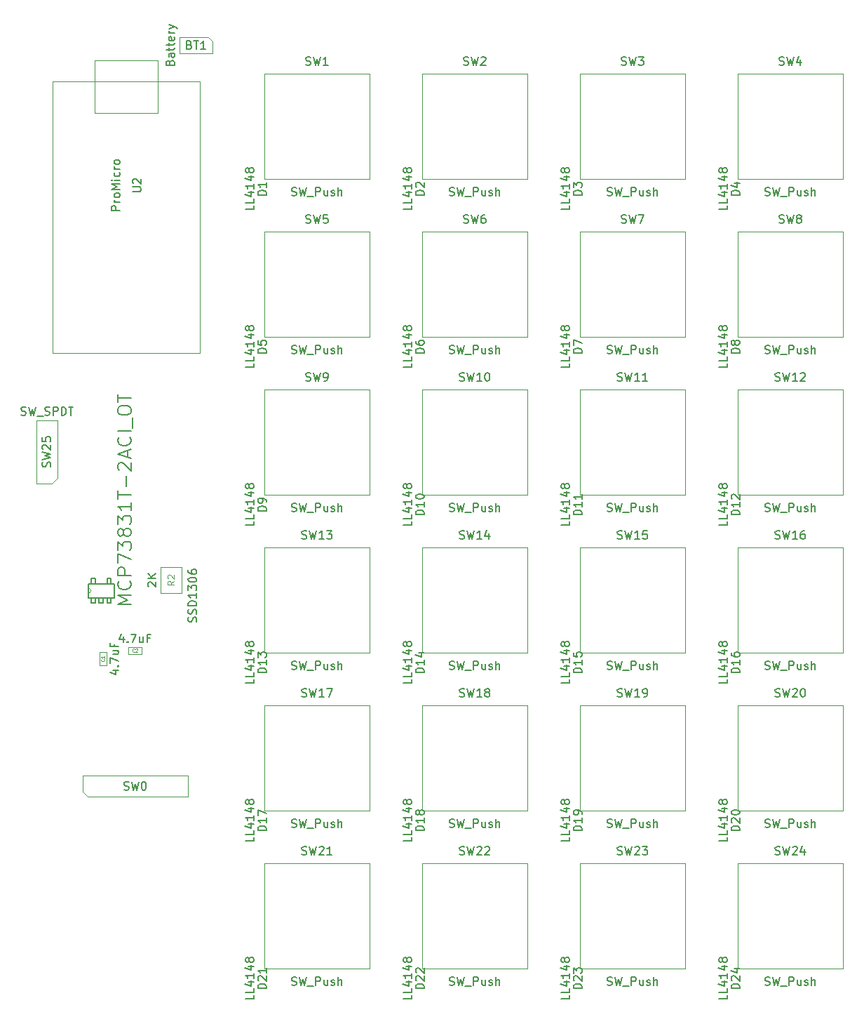
<source format=gbr>
%TF.GenerationSoftware,KiCad,Pcbnew,8.0.2*%
%TF.CreationDate,2024-06-24T21:49:00-04:00*%
%TF.ProjectId,MacroPad,4d616372-6f50-4616-942e-6b696361645f,rev?*%
%TF.SameCoordinates,Original*%
%TF.FileFunction,AssemblyDrawing,Top*%
%FSLAX46Y46*%
G04 Gerber Fmt 4.6, Leading zero omitted, Abs format (unit mm)*
G04 Created by KiCad (PCBNEW 8.0.2) date 2024-06-24 21:49:00*
%MOMM*%
%LPD*%
G01*
G04 APERTURE LIST*
%ADD10C,0.150000*%
%ADD11C,0.060000*%
%ADD12C,0.120000*%
%ADD13C,0.100000*%
%ADD14C,0.152400*%
G04 APERTURE END LIST*
D10*
X89732738Y-114858152D02*
X89732738Y-115524819D01*
X89494643Y-114477200D02*
X89256548Y-115191485D01*
X89256548Y-115191485D02*
X89875595Y-115191485D01*
X90256548Y-115429580D02*
X90304167Y-115477200D01*
X90304167Y-115477200D02*
X90256548Y-115524819D01*
X90256548Y-115524819D02*
X90208929Y-115477200D01*
X90208929Y-115477200D02*
X90256548Y-115429580D01*
X90256548Y-115429580D02*
X90256548Y-115524819D01*
X90637500Y-114524819D02*
X91304166Y-114524819D01*
X91304166Y-114524819D02*
X90875595Y-115524819D01*
X92113690Y-114858152D02*
X92113690Y-115524819D01*
X91685119Y-114858152D02*
X91685119Y-115381961D01*
X91685119Y-115381961D02*
X91732738Y-115477200D01*
X91732738Y-115477200D02*
X91827976Y-115524819D01*
X91827976Y-115524819D02*
X91970833Y-115524819D01*
X91970833Y-115524819D02*
X92066071Y-115477200D01*
X92066071Y-115477200D02*
X92113690Y-115429580D01*
X92923214Y-115001009D02*
X92589881Y-115001009D01*
X92589881Y-115524819D02*
X92589881Y-114524819D01*
X92589881Y-114524819D02*
X93066071Y-114524819D01*
D11*
X91070833Y-116643832D02*
X91051785Y-116662880D01*
X91051785Y-116662880D02*
X90994643Y-116681927D01*
X90994643Y-116681927D02*
X90956547Y-116681927D01*
X90956547Y-116681927D02*
X90899404Y-116662880D01*
X90899404Y-116662880D02*
X90861309Y-116624784D01*
X90861309Y-116624784D02*
X90842262Y-116586689D01*
X90842262Y-116586689D02*
X90823214Y-116510499D01*
X90823214Y-116510499D02*
X90823214Y-116453356D01*
X90823214Y-116453356D02*
X90842262Y-116377165D01*
X90842262Y-116377165D02*
X90861309Y-116339070D01*
X90861309Y-116339070D02*
X90899404Y-116300975D01*
X90899404Y-116300975D02*
X90956547Y-116281927D01*
X90956547Y-116281927D02*
X90994643Y-116281927D01*
X90994643Y-116281927D02*
X91051785Y-116300975D01*
X91051785Y-116300975D02*
X91070833Y-116320022D01*
X91223214Y-116320022D02*
X91242262Y-116300975D01*
X91242262Y-116300975D02*
X91280357Y-116281927D01*
X91280357Y-116281927D02*
X91375595Y-116281927D01*
X91375595Y-116281927D02*
X91413690Y-116300975D01*
X91413690Y-116300975D02*
X91432738Y-116320022D01*
X91432738Y-116320022D02*
X91451785Y-116358118D01*
X91451785Y-116358118D02*
X91451785Y-116396213D01*
X91451785Y-116396213D02*
X91432738Y-116453356D01*
X91432738Y-116453356D02*
X91204166Y-116681927D01*
X91204166Y-116681927D02*
X91451785Y-116681927D01*
D10*
X88493152Y-118904761D02*
X89159819Y-118904761D01*
X88112200Y-119142856D02*
X88826485Y-119380951D01*
X88826485Y-119380951D02*
X88826485Y-118761904D01*
X89064580Y-118380951D02*
X89112200Y-118333332D01*
X89112200Y-118333332D02*
X89159819Y-118380951D01*
X89159819Y-118380951D02*
X89112200Y-118428570D01*
X89112200Y-118428570D02*
X89064580Y-118380951D01*
X89064580Y-118380951D02*
X89159819Y-118380951D01*
X88159819Y-117999999D02*
X88159819Y-117333333D01*
X88159819Y-117333333D02*
X89159819Y-117761904D01*
X88493152Y-116523809D02*
X89159819Y-116523809D01*
X88493152Y-116952380D02*
X89016961Y-116952380D01*
X89016961Y-116952380D02*
X89112200Y-116904761D01*
X89112200Y-116904761D02*
X89159819Y-116809523D01*
X89159819Y-116809523D02*
X89159819Y-116666666D01*
X89159819Y-116666666D02*
X89112200Y-116571428D01*
X89112200Y-116571428D02*
X89064580Y-116523809D01*
X88636009Y-115714285D02*
X88636009Y-116047618D01*
X89159819Y-116047618D02*
X88159819Y-116047618D01*
X88159819Y-116047618D02*
X88159819Y-115571428D01*
D11*
X87418832Y-117566666D02*
X87437880Y-117585714D01*
X87437880Y-117585714D02*
X87456927Y-117642856D01*
X87456927Y-117642856D02*
X87456927Y-117680952D01*
X87456927Y-117680952D02*
X87437880Y-117738095D01*
X87437880Y-117738095D02*
X87399784Y-117776190D01*
X87399784Y-117776190D02*
X87361689Y-117795237D01*
X87361689Y-117795237D02*
X87285499Y-117814285D01*
X87285499Y-117814285D02*
X87228356Y-117814285D01*
X87228356Y-117814285D02*
X87152165Y-117795237D01*
X87152165Y-117795237D02*
X87114070Y-117776190D01*
X87114070Y-117776190D02*
X87075975Y-117738095D01*
X87075975Y-117738095D02*
X87056927Y-117680952D01*
X87056927Y-117680952D02*
X87056927Y-117642856D01*
X87056927Y-117642856D02*
X87075975Y-117585714D01*
X87075975Y-117585714D02*
X87095022Y-117566666D01*
X87456927Y-117185714D02*
X87456927Y-117414285D01*
X87456927Y-117299999D02*
X87056927Y-117299999D01*
X87056927Y-117299999D02*
X87114070Y-117338095D01*
X87114070Y-117338095D02*
X87152165Y-117376190D01*
X87152165Y-117376190D02*
X87171213Y-117414285D01*
D10*
X143579819Y-158062500D02*
X143579819Y-158538690D01*
X143579819Y-158538690D02*
X142579819Y-158538690D01*
X143579819Y-157252976D02*
X143579819Y-157729166D01*
X143579819Y-157729166D02*
X142579819Y-157729166D01*
X142913152Y-156491071D02*
X143579819Y-156491071D01*
X142532200Y-156729166D02*
X143246485Y-156967261D01*
X143246485Y-156967261D02*
X143246485Y-156348214D01*
X143579819Y-155443452D02*
X143579819Y-156014880D01*
X143579819Y-155729166D02*
X142579819Y-155729166D01*
X142579819Y-155729166D02*
X142722676Y-155824404D01*
X142722676Y-155824404D02*
X142817914Y-155919642D01*
X142817914Y-155919642D02*
X142865533Y-156014880D01*
X142913152Y-154586309D02*
X143579819Y-154586309D01*
X142532200Y-154824404D02*
X143246485Y-155062499D01*
X143246485Y-155062499D02*
X143246485Y-154443452D01*
X143008390Y-153919642D02*
X142960771Y-154014880D01*
X142960771Y-154014880D02*
X142913152Y-154062499D01*
X142913152Y-154062499D02*
X142817914Y-154110118D01*
X142817914Y-154110118D02*
X142770295Y-154110118D01*
X142770295Y-154110118D02*
X142675057Y-154062499D01*
X142675057Y-154062499D02*
X142627438Y-154014880D01*
X142627438Y-154014880D02*
X142579819Y-153919642D01*
X142579819Y-153919642D02*
X142579819Y-153729166D01*
X142579819Y-153729166D02*
X142627438Y-153633928D01*
X142627438Y-153633928D02*
X142675057Y-153586309D01*
X142675057Y-153586309D02*
X142770295Y-153538690D01*
X142770295Y-153538690D02*
X142817914Y-153538690D01*
X142817914Y-153538690D02*
X142913152Y-153586309D01*
X142913152Y-153586309D02*
X142960771Y-153633928D01*
X142960771Y-153633928D02*
X143008390Y-153729166D01*
X143008390Y-153729166D02*
X143008390Y-153919642D01*
X143008390Y-153919642D02*
X143056009Y-154014880D01*
X143056009Y-154014880D02*
X143103628Y-154062499D01*
X143103628Y-154062499D02*
X143198866Y-154110118D01*
X143198866Y-154110118D02*
X143389342Y-154110118D01*
X143389342Y-154110118D02*
X143484580Y-154062499D01*
X143484580Y-154062499D02*
X143532200Y-154014880D01*
X143532200Y-154014880D02*
X143579819Y-153919642D01*
X143579819Y-153919642D02*
X143579819Y-153729166D01*
X143579819Y-153729166D02*
X143532200Y-153633928D01*
X143532200Y-153633928D02*
X143484580Y-153586309D01*
X143484580Y-153586309D02*
X143389342Y-153538690D01*
X143389342Y-153538690D02*
X143198866Y-153538690D01*
X143198866Y-153538690D02*
X143103628Y-153586309D01*
X143103628Y-153586309D02*
X143056009Y-153633928D01*
X143056009Y-153633928D02*
X143008390Y-153729166D01*
X145079819Y-157276785D02*
X144079819Y-157276785D01*
X144079819Y-157276785D02*
X144079819Y-157038690D01*
X144079819Y-157038690D02*
X144127438Y-156895833D01*
X144127438Y-156895833D02*
X144222676Y-156800595D01*
X144222676Y-156800595D02*
X144317914Y-156752976D01*
X144317914Y-156752976D02*
X144508390Y-156705357D01*
X144508390Y-156705357D02*
X144651247Y-156705357D01*
X144651247Y-156705357D02*
X144841723Y-156752976D01*
X144841723Y-156752976D02*
X144936961Y-156800595D01*
X144936961Y-156800595D02*
X145032200Y-156895833D01*
X145032200Y-156895833D02*
X145079819Y-157038690D01*
X145079819Y-157038690D02*
X145079819Y-157276785D01*
X144175057Y-156324404D02*
X144127438Y-156276785D01*
X144127438Y-156276785D02*
X144079819Y-156181547D01*
X144079819Y-156181547D02*
X144079819Y-155943452D01*
X144079819Y-155943452D02*
X144127438Y-155848214D01*
X144127438Y-155848214D02*
X144175057Y-155800595D01*
X144175057Y-155800595D02*
X144270295Y-155752976D01*
X144270295Y-155752976D02*
X144365533Y-155752976D01*
X144365533Y-155752976D02*
X144508390Y-155800595D01*
X144508390Y-155800595D02*
X145079819Y-156372023D01*
X145079819Y-156372023D02*
X145079819Y-155752976D01*
X144079819Y-155419642D02*
X144079819Y-154800595D01*
X144079819Y-154800595D02*
X144460771Y-155133928D01*
X144460771Y-155133928D02*
X144460771Y-154991071D01*
X144460771Y-154991071D02*
X144508390Y-154895833D01*
X144508390Y-154895833D02*
X144556009Y-154848214D01*
X144556009Y-154848214D02*
X144651247Y-154800595D01*
X144651247Y-154800595D02*
X144889342Y-154800595D01*
X144889342Y-154800595D02*
X144984580Y-154848214D01*
X144984580Y-154848214D02*
X145032200Y-154895833D01*
X145032200Y-154895833D02*
X145079819Y-154991071D01*
X145079819Y-154991071D02*
X145079819Y-155276785D01*
X145079819Y-155276785D02*
X145032200Y-155372023D01*
X145032200Y-155372023D02*
X144984580Y-155419642D01*
X110052381Y-156841200D02*
X110195238Y-156888819D01*
X110195238Y-156888819D02*
X110433333Y-156888819D01*
X110433333Y-156888819D02*
X110528571Y-156841200D01*
X110528571Y-156841200D02*
X110576190Y-156793580D01*
X110576190Y-156793580D02*
X110623809Y-156698342D01*
X110623809Y-156698342D02*
X110623809Y-156603104D01*
X110623809Y-156603104D02*
X110576190Y-156507866D01*
X110576190Y-156507866D02*
X110528571Y-156460247D01*
X110528571Y-156460247D02*
X110433333Y-156412628D01*
X110433333Y-156412628D02*
X110242857Y-156365009D01*
X110242857Y-156365009D02*
X110147619Y-156317390D01*
X110147619Y-156317390D02*
X110100000Y-156269771D01*
X110100000Y-156269771D02*
X110052381Y-156174533D01*
X110052381Y-156174533D02*
X110052381Y-156079295D01*
X110052381Y-156079295D02*
X110100000Y-155984057D01*
X110100000Y-155984057D02*
X110147619Y-155936438D01*
X110147619Y-155936438D02*
X110242857Y-155888819D01*
X110242857Y-155888819D02*
X110480952Y-155888819D01*
X110480952Y-155888819D02*
X110623809Y-155936438D01*
X110957143Y-155888819D02*
X111195238Y-156888819D01*
X111195238Y-156888819D02*
X111385714Y-156174533D01*
X111385714Y-156174533D02*
X111576190Y-156888819D01*
X111576190Y-156888819D02*
X111814286Y-155888819D01*
X111957143Y-156984057D02*
X112719047Y-156984057D01*
X112957143Y-156888819D02*
X112957143Y-155888819D01*
X112957143Y-155888819D02*
X113338095Y-155888819D01*
X113338095Y-155888819D02*
X113433333Y-155936438D01*
X113433333Y-155936438D02*
X113480952Y-155984057D01*
X113480952Y-155984057D02*
X113528571Y-156079295D01*
X113528571Y-156079295D02*
X113528571Y-156222152D01*
X113528571Y-156222152D02*
X113480952Y-156317390D01*
X113480952Y-156317390D02*
X113433333Y-156365009D01*
X113433333Y-156365009D02*
X113338095Y-156412628D01*
X113338095Y-156412628D02*
X112957143Y-156412628D01*
X114385714Y-156222152D02*
X114385714Y-156888819D01*
X113957143Y-156222152D02*
X113957143Y-156745961D01*
X113957143Y-156745961D02*
X114004762Y-156841200D01*
X114004762Y-156841200D02*
X114100000Y-156888819D01*
X114100000Y-156888819D02*
X114242857Y-156888819D01*
X114242857Y-156888819D02*
X114338095Y-156841200D01*
X114338095Y-156841200D02*
X114385714Y-156793580D01*
X114814286Y-156841200D02*
X114909524Y-156888819D01*
X114909524Y-156888819D02*
X115100000Y-156888819D01*
X115100000Y-156888819D02*
X115195238Y-156841200D01*
X115195238Y-156841200D02*
X115242857Y-156745961D01*
X115242857Y-156745961D02*
X115242857Y-156698342D01*
X115242857Y-156698342D02*
X115195238Y-156603104D01*
X115195238Y-156603104D02*
X115100000Y-156555485D01*
X115100000Y-156555485D02*
X114957143Y-156555485D01*
X114957143Y-156555485D02*
X114861905Y-156507866D01*
X114861905Y-156507866D02*
X114814286Y-156412628D01*
X114814286Y-156412628D02*
X114814286Y-156365009D01*
X114814286Y-156365009D02*
X114861905Y-156269771D01*
X114861905Y-156269771D02*
X114957143Y-156222152D01*
X114957143Y-156222152D02*
X115100000Y-156222152D01*
X115100000Y-156222152D02*
X115195238Y-156269771D01*
X115671429Y-156888819D02*
X115671429Y-155888819D01*
X116100000Y-156888819D02*
X116100000Y-156365009D01*
X116100000Y-156365009D02*
X116052381Y-156269771D01*
X116052381Y-156269771D02*
X115957143Y-156222152D01*
X115957143Y-156222152D02*
X115814286Y-156222152D01*
X115814286Y-156222152D02*
X115719048Y-156269771D01*
X115719048Y-156269771D02*
X115671429Y-156317390D01*
X111290476Y-141093200D02*
X111433333Y-141140819D01*
X111433333Y-141140819D02*
X111671428Y-141140819D01*
X111671428Y-141140819D02*
X111766666Y-141093200D01*
X111766666Y-141093200D02*
X111814285Y-141045580D01*
X111814285Y-141045580D02*
X111861904Y-140950342D01*
X111861904Y-140950342D02*
X111861904Y-140855104D01*
X111861904Y-140855104D02*
X111814285Y-140759866D01*
X111814285Y-140759866D02*
X111766666Y-140712247D01*
X111766666Y-140712247D02*
X111671428Y-140664628D01*
X111671428Y-140664628D02*
X111480952Y-140617009D01*
X111480952Y-140617009D02*
X111385714Y-140569390D01*
X111385714Y-140569390D02*
X111338095Y-140521771D01*
X111338095Y-140521771D02*
X111290476Y-140426533D01*
X111290476Y-140426533D02*
X111290476Y-140331295D01*
X111290476Y-140331295D02*
X111338095Y-140236057D01*
X111338095Y-140236057D02*
X111385714Y-140188438D01*
X111385714Y-140188438D02*
X111480952Y-140140819D01*
X111480952Y-140140819D02*
X111719047Y-140140819D01*
X111719047Y-140140819D02*
X111861904Y-140188438D01*
X112195238Y-140140819D02*
X112433333Y-141140819D01*
X112433333Y-141140819D02*
X112623809Y-140426533D01*
X112623809Y-140426533D02*
X112814285Y-141140819D01*
X112814285Y-141140819D02*
X113052381Y-140140819D01*
X113385714Y-140236057D02*
X113433333Y-140188438D01*
X113433333Y-140188438D02*
X113528571Y-140140819D01*
X113528571Y-140140819D02*
X113766666Y-140140819D01*
X113766666Y-140140819D02*
X113861904Y-140188438D01*
X113861904Y-140188438D02*
X113909523Y-140236057D01*
X113909523Y-140236057D02*
X113957142Y-140331295D01*
X113957142Y-140331295D02*
X113957142Y-140426533D01*
X113957142Y-140426533D02*
X113909523Y-140569390D01*
X113909523Y-140569390D02*
X113338095Y-141140819D01*
X113338095Y-141140819D02*
X113957142Y-141140819D01*
X114909523Y-141140819D02*
X114338095Y-141140819D01*
X114623809Y-141140819D02*
X114623809Y-140140819D01*
X114623809Y-140140819D02*
X114528571Y-140283676D01*
X114528571Y-140283676D02*
X114433333Y-140378914D01*
X114433333Y-140378914D02*
X114338095Y-140426533D01*
X167202381Y-61591200D02*
X167345238Y-61638819D01*
X167345238Y-61638819D02*
X167583333Y-61638819D01*
X167583333Y-61638819D02*
X167678571Y-61591200D01*
X167678571Y-61591200D02*
X167726190Y-61543580D01*
X167726190Y-61543580D02*
X167773809Y-61448342D01*
X167773809Y-61448342D02*
X167773809Y-61353104D01*
X167773809Y-61353104D02*
X167726190Y-61257866D01*
X167726190Y-61257866D02*
X167678571Y-61210247D01*
X167678571Y-61210247D02*
X167583333Y-61162628D01*
X167583333Y-61162628D02*
X167392857Y-61115009D01*
X167392857Y-61115009D02*
X167297619Y-61067390D01*
X167297619Y-61067390D02*
X167250000Y-61019771D01*
X167250000Y-61019771D02*
X167202381Y-60924533D01*
X167202381Y-60924533D02*
X167202381Y-60829295D01*
X167202381Y-60829295D02*
X167250000Y-60734057D01*
X167250000Y-60734057D02*
X167297619Y-60686438D01*
X167297619Y-60686438D02*
X167392857Y-60638819D01*
X167392857Y-60638819D02*
X167630952Y-60638819D01*
X167630952Y-60638819D02*
X167773809Y-60686438D01*
X168107143Y-60638819D02*
X168345238Y-61638819D01*
X168345238Y-61638819D02*
X168535714Y-60924533D01*
X168535714Y-60924533D02*
X168726190Y-61638819D01*
X168726190Y-61638819D02*
X168964286Y-60638819D01*
X169107143Y-61734057D02*
X169869047Y-61734057D01*
X170107143Y-61638819D02*
X170107143Y-60638819D01*
X170107143Y-60638819D02*
X170488095Y-60638819D01*
X170488095Y-60638819D02*
X170583333Y-60686438D01*
X170583333Y-60686438D02*
X170630952Y-60734057D01*
X170630952Y-60734057D02*
X170678571Y-60829295D01*
X170678571Y-60829295D02*
X170678571Y-60972152D01*
X170678571Y-60972152D02*
X170630952Y-61067390D01*
X170630952Y-61067390D02*
X170583333Y-61115009D01*
X170583333Y-61115009D02*
X170488095Y-61162628D01*
X170488095Y-61162628D02*
X170107143Y-61162628D01*
X171535714Y-60972152D02*
X171535714Y-61638819D01*
X171107143Y-60972152D02*
X171107143Y-61495961D01*
X171107143Y-61495961D02*
X171154762Y-61591200D01*
X171154762Y-61591200D02*
X171250000Y-61638819D01*
X171250000Y-61638819D02*
X171392857Y-61638819D01*
X171392857Y-61638819D02*
X171488095Y-61591200D01*
X171488095Y-61591200D02*
X171535714Y-61543580D01*
X171964286Y-61591200D02*
X172059524Y-61638819D01*
X172059524Y-61638819D02*
X172250000Y-61638819D01*
X172250000Y-61638819D02*
X172345238Y-61591200D01*
X172345238Y-61591200D02*
X172392857Y-61495961D01*
X172392857Y-61495961D02*
X172392857Y-61448342D01*
X172392857Y-61448342D02*
X172345238Y-61353104D01*
X172345238Y-61353104D02*
X172250000Y-61305485D01*
X172250000Y-61305485D02*
X172107143Y-61305485D01*
X172107143Y-61305485D02*
X172011905Y-61257866D01*
X172011905Y-61257866D02*
X171964286Y-61162628D01*
X171964286Y-61162628D02*
X171964286Y-61115009D01*
X171964286Y-61115009D02*
X172011905Y-61019771D01*
X172011905Y-61019771D02*
X172107143Y-60972152D01*
X172107143Y-60972152D02*
X172250000Y-60972152D01*
X172250000Y-60972152D02*
X172345238Y-61019771D01*
X172821429Y-61638819D02*
X172821429Y-60638819D01*
X173250000Y-61638819D02*
X173250000Y-61115009D01*
X173250000Y-61115009D02*
X173202381Y-61019771D01*
X173202381Y-61019771D02*
X173107143Y-60972152D01*
X173107143Y-60972152D02*
X172964286Y-60972152D01*
X172964286Y-60972152D02*
X172869048Y-61019771D01*
X172869048Y-61019771D02*
X172821429Y-61067390D01*
X168916667Y-45843200D02*
X169059524Y-45890819D01*
X169059524Y-45890819D02*
X169297619Y-45890819D01*
X169297619Y-45890819D02*
X169392857Y-45843200D01*
X169392857Y-45843200D02*
X169440476Y-45795580D01*
X169440476Y-45795580D02*
X169488095Y-45700342D01*
X169488095Y-45700342D02*
X169488095Y-45605104D01*
X169488095Y-45605104D02*
X169440476Y-45509866D01*
X169440476Y-45509866D02*
X169392857Y-45462247D01*
X169392857Y-45462247D02*
X169297619Y-45414628D01*
X169297619Y-45414628D02*
X169107143Y-45367009D01*
X169107143Y-45367009D02*
X169011905Y-45319390D01*
X169011905Y-45319390D02*
X168964286Y-45271771D01*
X168964286Y-45271771D02*
X168916667Y-45176533D01*
X168916667Y-45176533D02*
X168916667Y-45081295D01*
X168916667Y-45081295D02*
X168964286Y-44986057D01*
X168964286Y-44986057D02*
X169011905Y-44938438D01*
X169011905Y-44938438D02*
X169107143Y-44890819D01*
X169107143Y-44890819D02*
X169345238Y-44890819D01*
X169345238Y-44890819D02*
X169488095Y-44938438D01*
X169821429Y-44890819D02*
X170059524Y-45890819D01*
X170059524Y-45890819D02*
X170250000Y-45176533D01*
X170250000Y-45176533D02*
X170440476Y-45890819D01*
X170440476Y-45890819D02*
X170678572Y-44890819D01*
X171488095Y-45224152D02*
X171488095Y-45890819D01*
X171250000Y-44843200D02*
X171011905Y-45557485D01*
X171011905Y-45557485D02*
X171630952Y-45557485D01*
X129102381Y-99691200D02*
X129245238Y-99738819D01*
X129245238Y-99738819D02*
X129483333Y-99738819D01*
X129483333Y-99738819D02*
X129578571Y-99691200D01*
X129578571Y-99691200D02*
X129626190Y-99643580D01*
X129626190Y-99643580D02*
X129673809Y-99548342D01*
X129673809Y-99548342D02*
X129673809Y-99453104D01*
X129673809Y-99453104D02*
X129626190Y-99357866D01*
X129626190Y-99357866D02*
X129578571Y-99310247D01*
X129578571Y-99310247D02*
X129483333Y-99262628D01*
X129483333Y-99262628D02*
X129292857Y-99215009D01*
X129292857Y-99215009D02*
X129197619Y-99167390D01*
X129197619Y-99167390D02*
X129150000Y-99119771D01*
X129150000Y-99119771D02*
X129102381Y-99024533D01*
X129102381Y-99024533D02*
X129102381Y-98929295D01*
X129102381Y-98929295D02*
X129150000Y-98834057D01*
X129150000Y-98834057D02*
X129197619Y-98786438D01*
X129197619Y-98786438D02*
X129292857Y-98738819D01*
X129292857Y-98738819D02*
X129530952Y-98738819D01*
X129530952Y-98738819D02*
X129673809Y-98786438D01*
X130007143Y-98738819D02*
X130245238Y-99738819D01*
X130245238Y-99738819D02*
X130435714Y-99024533D01*
X130435714Y-99024533D02*
X130626190Y-99738819D01*
X130626190Y-99738819D02*
X130864286Y-98738819D01*
X131007143Y-99834057D02*
X131769047Y-99834057D01*
X132007143Y-99738819D02*
X132007143Y-98738819D01*
X132007143Y-98738819D02*
X132388095Y-98738819D01*
X132388095Y-98738819D02*
X132483333Y-98786438D01*
X132483333Y-98786438D02*
X132530952Y-98834057D01*
X132530952Y-98834057D02*
X132578571Y-98929295D01*
X132578571Y-98929295D02*
X132578571Y-99072152D01*
X132578571Y-99072152D02*
X132530952Y-99167390D01*
X132530952Y-99167390D02*
X132483333Y-99215009D01*
X132483333Y-99215009D02*
X132388095Y-99262628D01*
X132388095Y-99262628D02*
X132007143Y-99262628D01*
X133435714Y-99072152D02*
X133435714Y-99738819D01*
X133007143Y-99072152D02*
X133007143Y-99595961D01*
X133007143Y-99595961D02*
X133054762Y-99691200D01*
X133054762Y-99691200D02*
X133150000Y-99738819D01*
X133150000Y-99738819D02*
X133292857Y-99738819D01*
X133292857Y-99738819D02*
X133388095Y-99691200D01*
X133388095Y-99691200D02*
X133435714Y-99643580D01*
X133864286Y-99691200D02*
X133959524Y-99738819D01*
X133959524Y-99738819D02*
X134150000Y-99738819D01*
X134150000Y-99738819D02*
X134245238Y-99691200D01*
X134245238Y-99691200D02*
X134292857Y-99595961D01*
X134292857Y-99595961D02*
X134292857Y-99548342D01*
X134292857Y-99548342D02*
X134245238Y-99453104D01*
X134245238Y-99453104D02*
X134150000Y-99405485D01*
X134150000Y-99405485D02*
X134007143Y-99405485D01*
X134007143Y-99405485D02*
X133911905Y-99357866D01*
X133911905Y-99357866D02*
X133864286Y-99262628D01*
X133864286Y-99262628D02*
X133864286Y-99215009D01*
X133864286Y-99215009D02*
X133911905Y-99119771D01*
X133911905Y-99119771D02*
X134007143Y-99072152D01*
X134007143Y-99072152D02*
X134150000Y-99072152D01*
X134150000Y-99072152D02*
X134245238Y-99119771D01*
X134721429Y-99738819D02*
X134721429Y-98738819D01*
X135150000Y-99738819D02*
X135150000Y-99215009D01*
X135150000Y-99215009D02*
X135102381Y-99119771D01*
X135102381Y-99119771D02*
X135007143Y-99072152D01*
X135007143Y-99072152D02*
X134864286Y-99072152D01*
X134864286Y-99072152D02*
X134769048Y-99119771D01*
X134769048Y-99119771D02*
X134721429Y-99167390D01*
X130340476Y-83943200D02*
X130483333Y-83990819D01*
X130483333Y-83990819D02*
X130721428Y-83990819D01*
X130721428Y-83990819D02*
X130816666Y-83943200D01*
X130816666Y-83943200D02*
X130864285Y-83895580D01*
X130864285Y-83895580D02*
X130911904Y-83800342D01*
X130911904Y-83800342D02*
X130911904Y-83705104D01*
X130911904Y-83705104D02*
X130864285Y-83609866D01*
X130864285Y-83609866D02*
X130816666Y-83562247D01*
X130816666Y-83562247D02*
X130721428Y-83514628D01*
X130721428Y-83514628D02*
X130530952Y-83467009D01*
X130530952Y-83467009D02*
X130435714Y-83419390D01*
X130435714Y-83419390D02*
X130388095Y-83371771D01*
X130388095Y-83371771D02*
X130340476Y-83276533D01*
X130340476Y-83276533D02*
X130340476Y-83181295D01*
X130340476Y-83181295D02*
X130388095Y-83086057D01*
X130388095Y-83086057D02*
X130435714Y-83038438D01*
X130435714Y-83038438D02*
X130530952Y-82990819D01*
X130530952Y-82990819D02*
X130769047Y-82990819D01*
X130769047Y-82990819D02*
X130911904Y-83038438D01*
X131245238Y-82990819D02*
X131483333Y-83990819D01*
X131483333Y-83990819D02*
X131673809Y-83276533D01*
X131673809Y-83276533D02*
X131864285Y-83990819D01*
X131864285Y-83990819D02*
X132102381Y-82990819D01*
X133007142Y-83990819D02*
X132435714Y-83990819D01*
X132721428Y-83990819D02*
X132721428Y-82990819D01*
X132721428Y-82990819D02*
X132626190Y-83133676D01*
X132626190Y-83133676D02*
X132530952Y-83228914D01*
X132530952Y-83228914D02*
X132435714Y-83276533D01*
X133626190Y-82990819D02*
X133721428Y-82990819D01*
X133721428Y-82990819D02*
X133816666Y-83038438D01*
X133816666Y-83038438D02*
X133864285Y-83086057D01*
X133864285Y-83086057D02*
X133911904Y-83181295D01*
X133911904Y-83181295D02*
X133959523Y-83371771D01*
X133959523Y-83371771D02*
X133959523Y-83609866D01*
X133959523Y-83609866D02*
X133911904Y-83800342D01*
X133911904Y-83800342D02*
X133864285Y-83895580D01*
X133864285Y-83895580D02*
X133816666Y-83943200D01*
X133816666Y-83943200D02*
X133721428Y-83990819D01*
X133721428Y-83990819D02*
X133626190Y-83990819D01*
X133626190Y-83990819D02*
X133530952Y-83943200D01*
X133530952Y-83943200D02*
X133483333Y-83895580D01*
X133483333Y-83895580D02*
X133435714Y-83800342D01*
X133435714Y-83800342D02*
X133388095Y-83609866D01*
X133388095Y-83609866D02*
X133388095Y-83371771D01*
X133388095Y-83371771D02*
X133435714Y-83181295D01*
X133435714Y-83181295D02*
X133483333Y-83086057D01*
X133483333Y-83086057D02*
X133530952Y-83038438D01*
X133530952Y-83038438D02*
X133626190Y-82990819D01*
X148152381Y-80641200D02*
X148295238Y-80688819D01*
X148295238Y-80688819D02*
X148533333Y-80688819D01*
X148533333Y-80688819D02*
X148628571Y-80641200D01*
X148628571Y-80641200D02*
X148676190Y-80593580D01*
X148676190Y-80593580D02*
X148723809Y-80498342D01*
X148723809Y-80498342D02*
X148723809Y-80403104D01*
X148723809Y-80403104D02*
X148676190Y-80307866D01*
X148676190Y-80307866D02*
X148628571Y-80260247D01*
X148628571Y-80260247D02*
X148533333Y-80212628D01*
X148533333Y-80212628D02*
X148342857Y-80165009D01*
X148342857Y-80165009D02*
X148247619Y-80117390D01*
X148247619Y-80117390D02*
X148200000Y-80069771D01*
X148200000Y-80069771D02*
X148152381Y-79974533D01*
X148152381Y-79974533D02*
X148152381Y-79879295D01*
X148152381Y-79879295D02*
X148200000Y-79784057D01*
X148200000Y-79784057D02*
X148247619Y-79736438D01*
X148247619Y-79736438D02*
X148342857Y-79688819D01*
X148342857Y-79688819D02*
X148580952Y-79688819D01*
X148580952Y-79688819D02*
X148723809Y-79736438D01*
X149057143Y-79688819D02*
X149295238Y-80688819D01*
X149295238Y-80688819D02*
X149485714Y-79974533D01*
X149485714Y-79974533D02*
X149676190Y-80688819D01*
X149676190Y-80688819D02*
X149914286Y-79688819D01*
X150057143Y-80784057D02*
X150819047Y-80784057D01*
X151057143Y-80688819D02*
X151057143Y-79688819D01*
X151057143Y-79688819D02*
X151438095Y-79688819D01*
X151438095Y-79688819D02*
X151533333Y-79736438D01*
X151533333Y-79736438D02*
X151580952Y-79784057D01*
X151580952Y-79784057D02*
X151628571Y-79879295D01*
X151628571Y-79879295D02*
X151628571Y-80022152D01*
X151628571Y-80022152D02*
X151580952Y-80117390D01*
X151580952Y-80117390D02*
X151533333Y-80165009D01*
X151533333Y-80165009D02*
X151438095Y-80212628D01*
X151438095Y-80212628D02*
X151057143Y-80212628D01*
X152485714Y-80022152D02*
X152485714Y-80688819D01*
X152057143Y-80022152D02*
X152057143Y-80545961D01*
X152057143Y-80545961D02*
X152104762Y-80641200D01*
X152104762Y-80641200D02*
X152200000Y-80688819D01*
X152200000Y-80688819D02*
X152342857Y-80688819D01*
X152342857Y-80688819D02*
X152438095Y-80641200D01*
X152438095Y-80641200D02*
X152485714Y-80593580D01*
X152914286Y-80641200D02*
X153009524Y-80688819D01*
X153009524Y-80688819D02*
X153200000Y-80688819D01*
X153200000Y-80688819D02*
X153295238Y-80641200D01*
X153295238Y-80641200D02*
X153342857Y-80545961D01*
X153342857Y-80545961D02*
X153342857Y-80498342D01*
X153342857Y-80498342D02*
X153295238Y-80403104D01*
X153295238Y-80403104D02*
X153200000Y-80355485D01*
X153200000Y-80355485D02*
X153057143Y-80355485D01*
X153057143Y-80355485D02*
X152961905Y-80307866D01*
X152961905Y-80307866D02*
X152914286Y-80212628D01*
X152914286Y-80212628D02*
X152914286Y-80165009D01*
X152914286Y-80165009D02*
X152961905Y-80069771D01*
X152961905Y-80069771D02*
X153057143Y-80022152D01*
X153057143Y-80022152D02*
X153200000Y-80022152D01*
X153200000Y-80022152D02*
X153295238Y-80069771D01*
X153771429Y-80688819D02*
X153771429Y-79688819D01*
X154200000Y-80688819D02*
X154200000Y-80165009D01*
X154200000Y-80165009D02*
X154152381Y-80069771D01*
X154152381Y-80069771D02*
X154057143Y-80022152D01*
X154057143Y-80022152D02*
X153914286Y-80022152D01*
X153914286Y-80022152D02*
X153819048Y-80069771D01*
X153819048Y-80069771D02*
X153771429Y-80117390D01*
X149866667Y-64893200D02*
X150009524Y-64940819D01*
X150009524Y-64940819D02*
X150247619Y-64940819D01*
X150247619Y-64940819D02*
X150342857Y-64893200D01*
X150342857Y-64893200D02*
X150390476Y-64845580D01*
X150390476Y-64845580D02*
X150438095Y-64750342D01*
X150438095Y-64750342D02*
X150438095Y-64655104D01*
X150438095Y-64655104D02*
X150390476Y-64559866D01*
X150390476Y-64559866D02*
X150342857Y-64512247D01*
X150342857Y-64512247D02*
X150247619Y-64464628D01*
X150247619Y-64464628D02*
X150057143Y-64417009D01*
X150057143Y-64417009D02*
X149961905Y-64369390D01*
X149961905Y-64369390D02*
X149914286Y-64321771D01*
X149914286Y-64321771D02*
X149866667Y-64226533D01*
X149866667Y-64226533D02*
X149866667Y-64131295D01*
X149866667Y-64131295D02*
X149914286Y-64036057D01*
X149914286Y-64036057D02*
X149961905Y-63988438D01*
X149961905Y-63988438D02*
X150057143Y-63940819D01*
X150057143Y-63940819D02*
X150295238Y-63940819D01*
X150295238Y-63940819D02*
X150438095Y-63988438D01*
X150771429Y-63940819D02*
X151009524Y-64940819D01*
X151009524Y-64940819D02*
X151200000Y-64226533D01*
X151200000Y-64226533D02*
X151390476Y-64940819D01*
X151390476Y-64940819D02*
X151628572Y-63940819D01*
X151914286Y-63940819D02*
X152580952Y-63940819D01*
X152580952Y-63940819D02*
X152152381Y-64940819D01*
X110052381Y-99691200D02*
X110195238Y-99738819D01*
X110195238Y-99738819D02*
X110433333Y-99738819D01*
X110433333Y-99738819D02*
X110528571Y-99691200D01*
X110528571Y-99691200D02*
X110576190Y-99643580D01*
X110576190Y-99643580D02*
X110623809Y-99548342D01*
X110623809Y-99548342D02*
X110623809Y-99453104D01*
X110623809Y-99453104D02*
X110576190Y-99357866D01*
X110576190Y-99357866D02*
X110528571Y-99310247D01*
X110528571Y-99310247D02*
X110433333Y-99262628D01*
X110433333Y-99262628D02*
X110242857Y-99215009D01*
X110242857Y-99215009D02*
X110147619Y-99167390D01*
X110147619Y-99167390D02*
X110100000Y-99119771D01*
X110100000Y-99119771D02*
X110052381Y-99024533D01*
X110052381Y-99024533D02*
X110052381Y-98929295D01*
X110052381Y-98929295D02*
X110100000Y-98834057D01*
X110100000Y-98834057D02*
X110147619Y-98786438D01*
X110147619Y-98786438D02*
X110242857Y-98738819D01*
X110242857Y-98738819D02*
X110480952Y-98738819D01*
X110480952Y-98738819D02*
X110623809Y-98786438D01*
X110957143Y-98738819D02*
X111195238Y-99738819D01*
X111195238Y-99738819D02*
X111385714Y-99024533D01*
X111385714Y-99024533D02*
X111576190Y-99738819D01*
X111576190Y-99738819D02*
X111814286Y-98738819D01*
X111957143Y-99834057D02*
X112719047Y-99834057D01*
X112957143Y-99738819D02*
X112957143Y-98738819D01*
X112957143Y-98738819D02*
X113338095Y-98738819D01*
X113338095Y-98738819D02*
X113433333Y-98786438D01*
X113433333Y-98786438D02*
X113480952Y-98834057D01*
X113480952Y-98834057D02*
X113528571Y-98929295D01*
X113528571Y-98929295D02*
X113528571Y-99072152D01*
X113528571Y-99072152D02*
X113480952Y-99167390D01*
X113480952Y-99167390D02*
X113433333Y-99215009D01*
X113433333Y-99215009D02*
X113338095Y-99262628D01*
X113338095Y-99262628D02*
X112957143Y-99262628D01*
X114385714Y-99072152D02*
X114385714Y-99738819D01*
X113957143Y-99072152D02*
X113957143Y-99595961D01*
X113957143Y-99595961D02*
X114004762Y-99691200D01*
X114004762Y-99691200D02*
X114100000Y-99738819D01*
X114100000Y-99738819D02*
X114242857Y-99738819D01*
X114242857Y-99738819D02*
X114338095Y-99691200D01*
X114338095Y-99691200D02*
X114385714Y-99643580D01*
X114814286Y-99691200D02*
X114909524Y-99738819D01*
X114909524Y-99738819D02*
X115100000Y-99738819D01*
X115100000Y-99738819D02*
X115195238Y-99691200D01*
X115195238Y-99691200D02*
X115242857Y-99595961D01*
X115242857Y-99595961D02*
X115242857Y-99548342D01*
X115242857Y-99548342D02*
X115195238Y-99453104D01*
X115195238Y-99453104D02*
X115100000Y-99405485D01*
X115100000Y-99405485D02*
X114957143Y-99405485D01*
X114957143Y-99405485D02*
X114861905Y-99357866D01*
X114861905Y-99357866D02*
X114814286Y-99262628D01*
X114814286Y-99262628D02*
X114814286Y-99215009D01*
X114814286Y-99215009D02*
X114861905Y-99119771D01*
X114861905Y-99119771D02*
X114957143Y-99072152D01*
X114957143Y-99072152D02*
X115100000Y-99072152D01*
X115100000Y-99072152D02*
X115195238Y-99119771D01*
X115671429Y-99738819D02*
X115671429Y-98738819D01*
X116100000Y-99738819D02*
X116100000Y-99215009D01*
X116100000Y-99215009D02*
X116052381Y-99119771D01*
X116052381Y-99119771D02*
X115957143Y-99072152D01*
X115957143Y-99072152D02*
X115814286Y-99072152D01*
X115814286Y-99072152D02*
X115719048Y-99119771D01*
X115719048Y-99119771D02*
X115671429Y-99167390D01*
X111766667Y-83943200D02*
X111909524Y-83990819D01*
X111909524Y-83990819D02*
X112147619Y-83990819D01*
X112147619Y-83990819D02*
X112242857Y-83943200D01*
X112242857Y-83943200D02*
X112290476Y-83895580D01*
X112290476Y-83895580D02*
X112338095Y-83800342D01*
X112338095Y-83800342D02*
X112338095Y-83705104D01*
X112338095Y-83705104D02*
X112290476Y-83609866D01*
X112290476Y-83609866D02*
X112242857Y-83562247D01*
X112242857Y-83562247D02*
X112147619Y-83514628D01*
X112147619Y-83514628D02*
X111957143Y-83467009D01*
X111957143Y-83467009D02*
X111861905Y-83419390D01*
X111861905Y-83419390D02*
X111814286Y-83371771D01*
X111814286Y-83371771D02*
X111766667Y-83276533D01*
X111766667Y-83276533D02*
X111766667Y-83181295D01*
X111766667Y-83181295D02*
X111814286Y-83086057D01*
X111814286Y-83086057D02*
X111861905Y-83038438D01*
X111861905Y-83038438D02*
X111957143Y-82990819D01*
X111957143Y-82990819D02*
X112195238Y-82990819D01*
X112195238Y-82990819D02*
X112338095Y-83038438D01*
X112671429Y-82990819D02*
X112909524Y-83990819D01*
X112909524Y-83990819D02*
X113100000Y-83276533D01*
X113100000Y-83276533D02*
X113290476Y-83990819D01*
X113290476Y-83990819D02*
X113528572Y-82990819D01*
X113957143Y-83990819D02*
X114147619Y-83990819D01*
X114147619Y-83990819D02*
X114242857Y-83943200D01*
X114242857Y-83943200D02*
X114290476Y-83895580D01*
X114290476Y-83895580D02*
X114385714Y-83752723D01*
X114385714Y-83752723D02*
X114433333Y-83562247D01*
X114433333Y-83562247D02*
X114433333Y-83181295D01*
X114433333Y-83181295D02*
X114385714Y-83086057D01*
X114385714Y-83086057D02*
X114338095Y-83038438D01*
X114338095Y-83038438D02*
X114242857Y-82990819D01*
X114242857Y-82990819D02*
X114052381Y-82990819D01*
X114052381Y-82990819D02*
X113957143Y-83038438D01*
X113957143Y-83038438D02*
X113909524Y-83086057D01*
X113909524Y-83086057D02*
X113861905Y-83181295D01*
X113861905Y-83181295D02*
X113861905Y-83419390D01*
X113861905Y-83419390D02*
X113909524Y-83514628D01*
X113909524Y-83514628D02*
X113957143Y-83562247D01*
X113957143Y-83562247D02*
X114052381Y-83609866D01*
X114052381Y-83609866D02*
X114242857Y-83609866D01*
X114242857Y-83609866D02*
X114338095Y-83562247D01*
X114338095Y-83562247D02*
X114385714Y-83514628D01*
X114385714Y-83514628D02*
X114433333Y-83419390D01*
X77404762Y-88077200D02*
X77547619Y-88124819D01*
X77547619Y-88124819D02*
X77785714Y-88124819D01*
X77785714Y-88124819D02*
X77880952Y-88077200D01*
X77880952Y-88077200D02*
X77928571Y-88029580D01*
X77928571Y-88029580D02*
X77976190Y-87934342D01*
X77976190Y-87934342D02*
X77976190Y-87839104D01*
X77976190Y-87839104D02*
X77928571Y-87743866D01*
X77928571Y-87743866D02*
X77880952Y-87696247D01*
X77880952Y-87696247D02*
X77785714Y-87648628D01*
X77785714Y-87648628D02*
X77595238Y-87601009D01*
X77595238Y-87601009D02*
X77500000Y-87553390D01*
X77500000Y-87553390D02*
X77452381Y-87505771D01*
X77452381Y-87505771D02*
X77404762Y-87410533D01*
X77404762Y-87410533D02*
X77404762Y-87315295D01*
X77404762Y-87315295D02*
X77452381Y-87220057D01*
X77452381Y-87220057D02*
X77500000Y-87172438D01*
X77500000Y-87172438D02*
X77595238Y-87124819D01*
X77595238Y-87124819D02*
X77833333Y-87124819D01*
X77833333Y-87124819D02*
X77976190Y-87172438D01*
X78309524Y-87124819D02*
X78547619Y-88124819D01*
X78547619Y-88124819D02*
X78738095Y-87410533D01*
X78738095Y-87410533D02*
X78928571Y-88124819D01*
X78928571Y-88124819D02*
X79166667Y-87124819D01*
X79309524Y-88220057D02*
X80071428Y-88220057D01*
X80261905Y-88077200D02*
X80404762Y-88124819D01*
X80404762Y-88124819D02*
X80642857Y-88124819D01*
X80642857Y-88124819D02*
X80738095Y-88077200D01*
X80738095Y-88077200D02*
X80785714Y-88029580D01*
X80785714Y-88029580D02*
X80833333Y-87934342D01*
X80833333Y-87934342D02*
X80833333Y-87839104D01*
X80833333Y-87839104D02*
X80785714Y-87743866D01*
X80785714Y-87743866D02*
X80738095Y-87696247D01*
X80738095Y-87696247D02*
X80642857Y-87648628D01*
X80642857Y-87648628D02*
X80452381Y-87601009D01*
X80452381Y-87601009D02*
X80357143Y-87553390D01*
X80357143Y-87553390D02*
X80309524Y-87505771D01*
X80309524Y-87505771D02*
X80261905Y-87410533D01*
X80261905Y-87410533D02*
X80261905Y-87315295D01*
X80261905Y-87315295D02*
X80309524Y-87220057D01*
X80309524Y-87220057D02*
X80357143Y-87172438D01*
X80357143Y-87172438D02*
X80452381Y-87124819D01*
X80452381Y-87124819D02*
X80690476Y-87124819D01*
X80690476Y-87124819D02*
X80833333Y-87172438D01*
X81261905Y-88124819D02*
X81261905Y-87124819D01*
X81261905Y-87124819D02*
X81642857Y-87124819D01*
X81642857Y-87124819D02*
X81738095Y-87172438D01*
X81738095Y-87172438D02*
X81785714Y-87220057D01*
X81785714Y-87220057D02*
X81833333Y-87315295D01*
X81833333Y-87315295D02*
X81833333Y-87458152D01*
X81833333Y-87458152D02*
X81785714Y-87553390D01*
X81785714Y-87553390D02*
X81738095Y-87601009D01*
X81738095Y-87601009D02*
X81642857Y-87648628D01*
X81642857Y-87648628D02*
X81261905Y-87648628D01*
X82261905Y-88124819D02*
X82261905Y-87124819D01*
X82261905Y-87124819D02*
X82500000Y-87124819D01*
X82500000Y-87124819D02*
X82642857Y-87172438D01*
X82642857Y-87172438D02*
X82738095Y-87267676D01*
X82738095Y-87267676D02*
X82785714Y-87362914D01*
X82785714Y-87362914D02*
X82833333Y-87553390D01*
X82833333Y-87553390D02*
X82833333Y-87696247D01*
X82833333Y-87696247D02*
X82785714Y-87886723D01*
X82785714Y-87886723D02*
X82738095Y-87981961D01*
X82738095Y-87981961D02*
X82642857Y-88077200D01*
X82642857Y-88077200D02*
X82500000Y-88124819D01*
X82500000Y-88124819D02*
X82261905Y-88124819D01*
X83119048Y-87124819D02*
X83690476Y-87124819D01*
X83404762Y-88124819D02*
X83404762Y-87124819D01*
X80907200Y-94349523D02*
X80954819Y-94206666D01*
X80954819Y-94206666D02*
X80954819Y-93968571D01*
X80954819Y-93968571D02*
X80907200Y-93873333D01*
X80907200Y-93873333D02*
X80859580Y-93825714D01*
X80859580Y-93825714D02*
X80764342Y-93778095D01*
X80764342Y-93778095D02*
X80669104Y-93778095D01*
X80669104Y-93778095D02*
X80573866Y-93825714D01*
X80573866Y-93825714D02*
X80526247Y-93873333D01*
X80526247Y-93873333D02*
X80478628Y-93968571D01*
X80478628Y-93968571D02*
X80431009Y-94159047D01*
X80431009Y-94159047D02*
X80383390Y-94254285D01*
X80383390Y-94254285D02*
X80335771Y-94301904D01*
X80335771Y-94301904D02*
X80240533Y-94349523D01*
X80240533Y-94349523D02*
X80145295Y-94349523D01*
X80145295Y-94349523D02*
X80050057Y-94301904D01*
X80050057Y-94301904D02*
X80002438Y-94254285D01*
X80002438Y-94254285D02*
X79954819Y-94159047D01*
X79954819Y-94159047D02*
X79954819Y-93920952D01*
X79954819Y-93920952D02*
X80002438Y-93778095D01*
X79954819Y-93444761D02*
X80954819Y-93206666D01*
X80954819Y-93206666D02*
X80240533Y-93016190D01*
X80240533Y-93016190D02*
X80954819Y-92825714D01*
X80954819Y-92825714D02*
X79954819Y-92587619D01*
X80050057Y-92254285D02*
X80002438Y-92206666D01*
X80002438Y-92206666D02*
X79954819Y-92111428D01*
X79954819Y-92111428D02*
X79954819Y-91873333D01*
X79954819Y-91873333D02*
X80002438Y-91778095D01*
X80002438Y-91778095D02*
X80050057Y-91730476D01*
X80050057Y-91730476D02*
X80145295Y-91682857D01*
X80145295Y-91682857D02*
X80240533Y-91682857D01*
X80240533Y-91682857D02*
X80383390Y-91730476D01*
X80383390Y-91730476D02*
X80954819Y-92301904D01*
X80954819Y-92301904D02*
X80954819Y-91682857D01*
X79954819Y-90778095D02*
X79954819Y-91254285D01*
X79954819Y-91254285D02*
X80431009Y-91301904D01*
X80431009Y-91301904D02*
X80383390Y-91254285D01*
X80383390Y-91254285D02*
X80335771Y-91159047D01*
X80335771Y-91159047D02*
X80335771Y-90920952D01*
X80335771Y-90920952D02*
X80383390Y-90825714D01*
X80383390Y-90825714D02*
X80431009Y-90778095D01*
X80431009Y-90778095D02*
X80526247Y-90730476D01*
X80526247Y-90730476D02*
X80764342Y-90730476D01*
X80764342Y-90730476D02*
X80859580Y-90778095D01*
X80859580Y-90778095D02*
X80907200Y-90825714D01*
X80907200Y-90825714D02*
X80954819Y-90920952D01*
X80954819Y-90920952D02*
X80954819Y-91159047D01*
X80954819Y-91159047D02*
X80907200Y-91254285D01*
X80907200Y-91254285D02*
X80859580Y-91301904D01*
X148152381Y-156841200D02*
X148295238Y-156888819D01*
X148295238Y-156888819D02*
X148533333Y-156888819D01*
X148533333Y-156888819D02*
X148628571Y-156841200D01*
X148628571Y-156841200D02*
X148676190Y-156793580D01*
X148676190Y-156793580D02*
X148723809Y-156698342D01*
X148723809Y-156698342D02*
X148723809Y-156603104D01*
X148723809Y-156603104D02*
X148676190Y-156507866D01*
X148676190Y-156507866D02*
X148628571Y-156460247D01*
X148628571Y-156460247D02*
X148533333Y-156412628D01*
X148533333Y-156412628D02*
X148342857Y-156365009D01*
X148342857Y-156365009D02*
X148247619Y-156317390D01*
X148247619Y-156317390D02*
X148200000Y-156269771D01*
X148200000Y-156269771D02*
X148152381Y-156174533D01*
X148152381Y-156174533D02*
X148152381Y-156079295D01*
X148152381Y-156079295D02*
X148200000Y-155984057D01*
X148200000Y-155984057D02*
X148247619Y-155936438D01*
X148247619Y-155936438D02*
X148342857Y-155888819D01*
X148342857Y-155888819D02*
X148580952Y-155888819D01*
X148580952Y-155888819D02*
X148723809Y-155936438D01*
X149057143Y-155888819D02*
X149295238Y-156888819D01*
X149295238Y-156888819D02*
X149485714Y-156174533D01*
X149485714Y-156174533D02*
X149676190Y-156888819D01*
X149676190Y-156888819D02*
X149914286Y-155888819D01*
X150057143Y-156984057D02*
X150819047Y-156984057D01*
X151057143Y-156888819D02*
X151057143Y-155888819D01*
X151057143Y-155888819D02*
X151438095Y-155888819D01*
X151438095Y-155888819D02*
X151533333Y-155936438D01*
X151533333Y-155936438D02*
X151580952Y-155984057D01*
X151580952Y-155984057D02*
X151628571Y-156079295D01*
X151628571Y-156079295D02*
X151628571Y-156222152D01*
X151628571Y-156222152D02*
X151580952Y-156317390D01*
X151580952Y-156317390D02*
X151533333Y-156365009D01*
X151533333Y-156365009D02*
X151438095Y-156412628D01*
X151438095Y-156412628D02*
X151057143Y-156412628D01*
X152485714Y-156222152D02*
X152485714Y-156888819D01*
X152057143Y-156222152D02*
X152057143Y-156745961D01*
X152057143Y-156745961D02*
X152104762Y-156841200D01*
X152104762Y-156841200D02*
X152200000Y-156888819D01*
X152200000Y-156888819D02*
X152342857Y-156888819D01*
X152342857Y-156888819D02*
X152438095Y-156841200D01*
X152438095Y-156841200D02*
X152485714Y-156793580D01*
X152914286Y-156841200D02*
X153009524Y-156888819D01*
X153009524Y-156888819D02*
X153200000Y-156888819D01*
X153200000Y-156888819D02*
X153295238Y-156841200D01*
X153295238Y-156841200D02*
X153342857Y-156745961D01*
X153342857Y-156745961D02*
X153342857Y-156698342D01*
X153342857Y-156698342D02*
X153295238Y-156603104D01*
X153295238Y-156603104D02*
X153200000Y-156555485D01*
X153200000Y-156555485D02*
X153057143Y-156555485D01*
X153057143Y-156555485D02*
X152961905Y-156507866D01*
X152961905Y-156507866D02*
X152914286Y-156412628D01*
X152914286Y-156412628D02*
X152914286Y-156365009D01*
X152914286Y-156365009D02*
X152961905Y-156269771D01*
X152961905Y-156269771D02*
X153057143Y-156222152D01*
X153057143Y-156222152D02*
X153200000Y-156222152D01*
X153200000Y-156222152D02*
X153295238Y-156269771D01*
X153771429Y-156888819D02*
X153771429Y-155888819D01*
X154200000Y-156888819D02*
X154200000Y-156365009D01*
X154200000Y-156365009D02*
X154152381Y-156269771D01*
X154152381Y-156269771D02*
X154057143Y-156222152D01*
X154057143Y-156222152D02*
X153914286Y-156222152D01*
X153914286Y-156222152D02*
X153819048Y-156269771D01*
X153819048Y-156269771D02*
X153771429Y-156317390D01*
X149390476Y-141093200D02*
X149533333Y-141140819D01*
X149533333Y-141140819D02*
X149771428Y-141140819D01*
X149771428Y-141140819D02*
X149866666Y-141093200D01*
X149866666Y-141093200D02*
X149914285Y-141045580D01*
X149914285Y-141045580D02*
X149961904Y-140950342D01*
X149961904Y-140950342D02*
X149961904Y-140855104D01*
X149961904Y-140855104D02*
X149914285Y-140759866D01*
X149914285Y-140759866D02*
X149866666Y-140712247D01*
X149866666Y-140712247D02*
X149771428Y-140664628D01*
X149771428Y-140664628D02*
X149580952Y-140617009D01*
X149580952Y-140617009D02*
X149485714Y-140569390D01*
X149485714Y-140569390D02*
X149438095Y-140521771D01*
X149438095Y-140521771D02*
X149390476Y-140426533D01*
X149390476Y-140426533D02*
X149390476Y-140331295D01*
X149390476Y-140331295D02*
X149438095Y-140236057D01*
X149438095Y-140236057D02*
X149485714Y-140188438D01*
X149485714Y-140188438D02*
X149580952Y-140140819D01*
X149580952Y-140140819D02*
X149819047Y-140140819D01*
X149819047Y-140140819D02*
X149961904Y-140188438D01*
X150295238Y-140140819D02*
X150533333Y-141140819D01*
X150533333Y-141140819D02*
X150723809Y-140426533D01*
X150723809Y-140426533D02*
X150914285Y-141140819D01*
X150914285Y-141140819D02*
X151152381Y-140140819D01*
X151485714Y-140236057D02*
X151533333Y-140188438D01*
X151533333Y-140188438D02*
X151628571Y-140140819D01*
X151628571Y-140140819D02*
X151866666Y-140140819D01*
X151866666Y-140140819D02*
X151961904Y-140188438D01*
X151961904Y-140188438D02*
X152009523Y-140236057D01*
X152009523Y-140236057D02*
X152057142Y-140331295D01*
X152057142Y-140331295D02*
X152057142Y-140426533D01*
X152057142Y-140426533D02*
X152009523Y-140569390D01*
X152009523Y-140569390D02*
X151438095Y-141140819D01*
X151438095Y-141140819D02*
X152057142Y-141140819D01*
X152390476Y-140140819D02*
X153009523Y-140140819D01*
X153009523Y-140140819D02*
X152676190Y-140521771D01*
X152676190Y-140521771D02*
X152819047Y-140521771D01*
X152819047Y-140521771D02*
X152914285Y-140569390D01*
X152914285Y-140569390D02*
X152961904Y-140617009D01*
X152961904Y-140617009D02*
X153009523Y-140712247D01*
X153009523Y-140712247D02*
X153009523Y-140950342D01*
X153009523Y-140950342D02*
X152961904Y-141045580D01*
X152961904Y-141045580D02*
X152914285Y-141093200D01*
X152914285Y-141093200D02*
X152819047Y-141140819D01*
X152819047Y-141140819D02*
X152533333Y-141140819D01*
X152533333Y-141140819D02*
X152438095Y-141093200D01*
X152438095Y-141093200D02*
X152390476Y-141045580D01*
X89821667Y-133292200D02*
X89964524Y-133339819D01*
X89964524Y-133339819D02*
X90202619Y-133339819D01*
X90202619Y-133339819D02*
X90297857Y-133292200D01*
X90297857Y-133292200D02*
X90345476Y-133244580D01*
X90345476Y-133244580D02*
X90393095Y-133149342D01*
X90393095Y-133149342D02*
X90393095Y-133054104D01*
X90393095Y-133054104D02*
X90345476Y-132958866D01*
X90345476Y-132958866D02*
X90297857Y-132911247D01*
X90297857Y-132911247D02*
X90202619Y-132863628D01*
X90202619Y-132863628D02*
X90012143Y-132816009D01*
X90012143Y-132816009D02*
X89916905Y-132768390D01*
X89916905Y-132768390D02*
X89869286Y-132720771D01*
X89869286Y-132720771D02*
X89821667Y-132625533D01*
X89821667Y-132625533D02*
X89821667Y-132530295D01*
X89821667Y-132530295D02*
X89869286Y-132435057D01*
X89869286Y-132435057D02*
X89916905Y-132387438D01*
X89916905Y-132387438D02*
X90012143Y-132339819D01*
X90012143Y-132339819D02*
X90250238Y-132339819D01*
X90250238Y-132339819D02*
X90393095Y-132387438D01*
X90726429Y-132339819D02*
X90964524Y-133339819D01*
X90964524Y-133339819D02*
X91155000Y-132625533D01*
X91155000Y-132625533D02*
X91345476Y-133339819D01*
X91345476Y-133339819D02*
X91583572Y-132339819D01*
X92155000Y-132339819D02*
X92250238Y-132339819D01*
X92250238Y-132339819D02*
X92345476Y-132387438D01*
X92345476Y-132387438D02*
X92393095Y-132435057D01*
X92393095Y-132435057D02*
X92440714Y-132530295D01*
X92440714Y-132530295D02*
X92488333Y-132720771D01*
X92488333Y-132720771D02*
X92488333Y-132958866D01*
X92488333Y-132958866D02*
X92440714Y-133149342D01*
X92440714Y-133149342D02*
X92393095Y-133244580D01*
X92393095Y-133244580D02*
X92345476Y-133292200D01*
X92345476Y-133292200D02*
X92250238Y-133339819D01*
X92250238Y-133339819D02*
X92155000Y-133339819D01*
X92155000Y-133339819D02*
X92059762Y-133292200D01*
X92059762Y-133292200D02*
X92012143Y-133244580D01*
X92012143Y-133244580D02*
X91964524Y-133149342D01*
X91964524Y-133149342D02*
X91916905Y-132958866D01*
X91916905Y-132958866D02*
X91916905Y-132720771D01*
X91916905Y-132720771D02*
X91964524Y-132530295D01*
X91964524Y-132530295D02*
X92012143Y-132435057D01*
X92012143Y-132435057D02*
X92059762Y-132387438D01*
X92059762Y-132387438D02*
X92155000Y-132339819D01*
X162629819Y-158062500D02*
X162629819Y-158538690D01*
X162629819Y-158538690D02*
X161629819Y-158538690D01*
X162629819Y-157252976D02*
X162629819Y-157729166D01*
X162629819Y-157729166D02*
X161629819Y-157729166D01*
X161963152Y-156491071D02*
X162629819Y-156491071D01*
X161582200Y-156729166D02*
X162296485Y-156967261D01*
X162296485Y-156967261D02*
X162296485Y-156348214D01*
X162629819Y-155443452D02*
X162629819Y-156014880D01*
X162629819Y-155729166D02*
X161629819Y-155729166D01*
X161629819Y-155729166D02*
X161772676Y-155824404D01*
X161772676Y-155824404D02*
X161867914Y-155919642D01*
X161867914Y-155919642D02*
X161915533Y-156014880D01*
X161963152Y-154586309D02*
X162629819Y-154586309D01*
X161582200Y-154824404D02*
X162296485Y-155062499D01*
X162296485Y-155062499D02*
X162296485Y-154443452D01*
X162058390Y-153919642D02*
X162010771Y-154014880D01*
X162010771Y-154014880D02*
X161963152Y-154062499D01*
X161963152Y-154062499D02*
X161867914Y-154110118D01*
X161867914Y-154110118D02*
X161820295Y-154110118D01*
X161820295Y-154110118D02*
X161725057Y-154062499D01*
X161725057Y-154062499D02*
X161677438Y-154014880D01*
X161677438Y-154014880D02*
X161629819Y-153919642D01*
X161629819Y-153919642D02*
X161629819Y-153729166D01*
X161629819Y-153729166D02*
X161677438Y-153633928D01*
X161677438Y-153633928D02*
X161725057Y-153586309D01*
X161725057Y-153586309D02*
X161820295Y-153538690D01*
X161820295Y-153538690D02*
X161867914Y-153538690D01*
X161867914Y-153538690D02*
X161963152Y-153586309D01*
X161963152Y-153586309D02*
X162010771Y-153633928D01*
X162010771Y-153633928D02*
X162058390Y-153729166D01*
X162058390Y-153729166D02*
X162058390Y-153919642D01*
X162058390Y-153919642D02*
X162106009Y-154014880D01*
X162106009Y-154014880D02*
X162153628Y-154062499D01*
X162153628Y-154062499D02*
X162248866Y-154110118D01*
X162248866Y-154110118D02*
X162439342Y-154110118D01*
X162439342Y-154110118D02*
X162534580Y-154062499D01*
X162534580Y-154062499D02*
X162582200Y-154014880D01*
X162582200Y-154014880D02*
X162629819Y-153919642D01*
X162629819Y-153919642D02*
X162629819Y-153729166D01*
X162629819Y-153729166D02*
X162582200Y-153633928D01*
X162582200Y-153633928D02*
X162534580Y-153586309D01*
X162534580Y-153586309D02*
X162439342Y-153538690D01*
X162439342Y-153538690D02*
X162248866Y-153538690D01*
X162248866Y-153538690D02*
X162153628Y-153586309D01*
X162153628Y-153586309D02*
X162106009Y-153633928D01*
X162106009Y-153633928D02*
X162058390Y-153729166D01*
X164129819Y-157276785D02*
X163129819Y-157276785D01*
X163129819Y-157276785D02*
X163129819Y-157038690D01*
X163129819Y-157038690D02*
X163177438Y-156895833D01*
X163177438Y-156895833D02*
X163272676Y-156800595D01*
X163272676Y-156800595D02*
X163367914Y-156752976D01*
X163367914Y-156752976D02*
X163558390Y-156705357D01*
X163558390Y-156705357D02*
X163701247Y-156705357D01*
X163701247Y-156705357D02*
X163891723Y-156752976D01*
X163891723Y-156752976D02*
X163986961Y-156800595D01*
X163986961Y-156800595D02*
X164082200Y-156895833D01*
X164082200Y-156895833D02*
X164129819Y-157038690D01*
X164129819Y-157038690D02*
X164129819Y-157276785D01*
X163225057Y-156324404D02*
X163177438Y-156276785D01*
X163177438Y-156276785D02*
X163129819Y-156181547D01*
X163129819Y-156181547D02*
X163129819Y-155943452D01*
X163129819Y-155943452D02*
X163177438Y-155848214D01*
X163177438Y-155848214D02*
X163225057Y-155800595D01*
X163225057Y-155800595D02*
X163320295Y-155752976D01*
X163320295Y-155752976D02*
X163415533Y-155752976D01*
X163415533Y-155752976D02*
X163558390Y-155800595D01*
X163558390Y-155800595D02*
X164129819Y-156372023D01*
X164129819Y-156372023D02*
X164129819Y-155752976D01*
X163463152Y-154895833D02*
X164129819Y-154895833D01*
X163082200Y-155133928D02*
X163796485Y-155372023D01*
X163796485Y-155372023D02*
X163796485Y-154752976D01*
X143579819Y-119962500D02*
X143579819Y-120438690D01*
X143579819Y-120438690D02*
X142579819Y-120438690D01*
X143579819Y-119152976D02*
X143579819Y-119629166D01*
X143579819Y-119629166D02*
X142579819Y-119629166D01*
X142913152Y-118391071D02*
X143579819Y-118391071D01*
X142532200Y-118629166D02*
X143246485Y-118867261D01*
X143246485Y-118867261D02*
X143246485Y-118248214D01*
X143579819Y-117343452D02*
X143579819Y-117914880D01*
X143579819Y-117629166D02*
X142579819Y-117629166D01*
X142579819Y-117629166D02*
X142722676Y-117724404D01*
X142722676Y-117724404D02*
X142817914Y-117819642D01*
X142817914Y-117819642D02*
X142865533Y-117914880D01*
X142913152Y-116486309D02*
X143579819Y-116486309D01*
X142532200Y-116724404D02*
X143246485Y-116962499D01*
X143246485Y-116962499D02*
X143246485Y-116343452D01*
X143008390Y-115819642D02*
X142960771Y-115914880D01*
X142960771Y-115914880D02*
X142913152Y-115962499D01*
X142913152Y-115962499D02*
X142817914Y-116010118D01*
X142817914Y-116010118D02*
X142770295Y-116010118D01*
X142770295Y-116010118D02*
X142675057Y-115962499D01*
X142675057Y-115962499D02*
X142627438Y-115914880D01*
X142627438Y-115914880D02*
X142579819Y-115819642D01*
X142579819Y-115819642D02*
X142579819Y-115629166D01*
X142579819Y-115629166D02*
X142627438Y-115533928D01*
X142627438Y-115533928D02*
X142675057Y-115486309D01*
X142675057Y-115486309D02*
X142770295Y-115438690D01*
X142770295Y-115438690D02*
X142817914Y-115438690D01*
X142817914Y-115438690D02*
X142913152Y-115486309D01*
X142913152Y-115486309D02*
X142960771Y-115533928D01*
X142960771Y-115533928D02*
X143008390Y-115629166D01*
X143008390Y-115629166D02*
X143008390Y-115819642D01*
X143008390Y-115819642D02*
X143056009Y-115914880D01*
X143056009Y-115914880D02*
X143103628Y-115962499D01*
X143103628Y-115962499D02*
X143198866Y-116010118D01*
X143198866Y-116010118D02*
X143389342Y-116010118D01*
X143389342Y-116010118D02*
X143484580Y-115962499D01*
X143484580Y-115962499D02*
X143532200Y-115914880D01*
X143532200Y-115914880D02*
X143579819Y-115819642D01*
X143579819Y-115819642D02*
X143579819Y-115629166D01*
X143579819Y-115629166D02*
X143532200Y-115533928D01*
X143532200Y-115533928D02*
X143484580Y-115486309D01*
X143484580Y-115486309D02*
X143389342Y-115438690D01*
X143389342Y-115438690D02*
X143198866Y-115438690D01*
X143198866Y-115438690D02*
X143103628Y-115486309D01*
X143103628Y-115486309D02*
X143056009Y-115533928D01*
X143056009Y-115533928D02*
X143008390Y-115629166D01*
X145079819Y-119176785D02*
X144079819Y-119176785D01*
X144079819Y-119176785D02*
X144079819Y-118938690D01*
X144079819Y-118938690D02*
X144127438Y-118795833D01*
X144127438Y-118795833D02*
X144222676Y-118700595D01*
X144222676Y-118700595D02*
X144317914Y-118652976D01*
X144317914Y-118652976D02*
X144508390Y-118605357D01*
X144508390Y-118605357D02*
X144651247Y-118605357D01*
X144651247Y-118605357D02*
X144841723Y-118652976D01*
X144841723Y-118652976D02*
X144936961Y-118700595D01*
X144936961Y-118700595D02*
X145032200Y-118795833D01*
X145032200Y-118795833D02*
X145079819Y-118938690D01*
X145079819Y-118938690D02*
X145079819Y-119176785D01*
X145079819Y-117652976D02*
X145079819Y-118224404D01*
X145079819Y-117938690D02*
X144079819Y-117938690D01*
X144079819Y-117938690D02*
X144222676Y-118033928D01*
X144222676Y-118033928D02*
X144317914Y-118129166D01*
X144317914Y-118129166D02*
X144365533Y-118224404D01*
X144079819Y-116748214D02*
X144079819Y-117224404D01*
X144079819Y-117224404D02*
X144556009Y-117272023D01*
X144556009Y-117272023D02*
X144508390Y-117224404D01*
X144508390Y-117224404D02*
X144460771Y-117129166D01*
X144460771Y-117129166D02*
X144460771Y-116891071D01*
X144460771Y-116891071D02*
X144508390Y-116795833D01*
X144508390Y-116795833D02*
X144556009Y-116748214D01*
X144556009Y-116748214D02*
X144651247Y-116700595D01*
X144651247Y-116700595D02*
X144889342Y-116700595D01*
X144889342Y-116700595D02*
X144984580Y-116748214D01*
X144984580Y-116748214D02*
X145032200Y-116795833D01*
X145032200Y-116795833D02*
X145079819Y-116891071D01*
X145079819Y-116891071D02*
X145079819Y-117129166D01*
X145079819Y-117129166D02*
X145032200Y-117224404D01*
X145032200Y-117224404D02*
X144984580Y-117272023D01*
X105479819Y-81862500D02*
X105479819Y-82338690D01*
X105479819Y-82338690D02*
X104479819Y-82338690D01*
X105479819Y-81052976D02*
X105479819Y-81529166D01*
X105479819Y-81529166D02*
X104479819Y-81529166D01*
X104813152Y-80291071D02*
X105479819Y-80291071D01*
X104432200Y-80529166D02*
X105146485Y-80767261D01*
X105146485Y-80767261D02*
X105146485Y-80148214D01*
X105479819Y-79243452D02*
X105479819Y-79814880D01*
X105479819Y-79529166D02*
X104479819Y-79529166D01*
X104479819Y-79529166D02*
X104622676Y-79624404D01*
X104622676Y-79624404D02*
X104717914Y-79719642D01*
X104717914Y-79719642D02*
X104765533Y-79814880D01*
X104813152Y-78386309D02*
X105479819Y-78386309D01*
X104432200Y-78624404D02*
X105146485Y-78862499D01*
X105146485Y-78862499D02*
X105146485Y-78243452D01*
X104908390Y-77719642D02*
X104860771Y-77814880D01*
X104860771Y-77814880D02*
X104813152Y-77862499D01*
X104813152Y-77862499D02*
X104717914Y-77910118D01*
X104717914Y-77910118D02*
X104670295Y-77910118D01*
X104670295Y-77910118D02*
X104575057Y-77862499D01*
X104575057Y-77862499D02*
X104527438Y-77814880D01*
X104527438Y-77814880D02*
X104479819Y-77719642D01*
X104479819Y-77719642D02*
X104479819Y-77529166D01*
X104479819Y-77529166D02*
X104527438Y-77433928D01*
X104527438Y-77433928D02*
X104575057Y-77386309D01*
X104575057Y-77386309D02*
X104670295Y-77338690D01*
X104670295Y-77338690D02*
X104717914Y-77338690D01*
X104717914Y-77338690D02*
X104813152Y-77386309D01*
X104813152Y-77386309D02*
X104860771Y-77433928D01*
X104860771Y-77433928D02*
X104908390Y-77529166D01*
X104908390Y-77529166D02*
X104908390Y-77719642D01*
X104908390Y-77719642D02*
X104956009Y-77814880D01*
X104956009Y-77814880D02*
X105003628Y-77862499D01*
X105003628Y-77862499D02*
X105098866Y-77910118D01*
X105098866Y-77910118D02*
X105289342Y-77910118D01*
X105289342Y-77910118D02*
X105384580Y-77862499D01*
X105384580Y-77862499D02*
X105432200Y-77814880D01*
X105432200Y-77814880D02*
X105479819Y-77719642D01*
X105479819Y-77719642D02*
X105479819Y-77529166D01*
X105479819Y-77529166D02*
X105432200Y-77433928D01*
X105432200Y-77433928D02*
X105384580Y-77386309D01*
X105384580Y-77386309D02*
X105289342Y-77338690D01*
X105289342Y-77338690D02*
X105098866Y-77338690D01*
X105098866Y-77338690D02*
X105003628Y-77386309D01*
X105003628Y-77386309D02*
X104956009Y-77433928D01*
X104956009Y-77433928D02*
X104908390Y-77529166D01*
X106979819Y-80600594D02*
X105979819Y-80600594D01*
X105979819Y-80600594D02*
X105979819Y-80362499D01*
X105979819Y-80362499D02*
X106027438Y-80219642D01*
X106027438Y-80219642D02*
X106122676Y-80124404D01*
X106122676Y-80124404D02*
X106217914Y-80076785D01*
X106217914Y-80076785D02*
X106408390Y-80029166D01*
X106408390Y-80029166D02*
X106551247Y-80029166D01*
X106551247Y-80029166D02*
X106741723Y-80076785D01*
X106741723Y-80076785D02*
X106836961Y-80124404D01*
X106836961Y-80124404D02*
X106932200Y-80219642D01*
X106932200Y-80219642D02*
X106979819Y-80362499D01*
X106979819Y-80362499D02*
X106979819Y-80600594D01*
X105979819Y-79124404D02*
X105979819Y-79600594D01*
X105979819Y-79600594D02*
X106456009Y-79648213D01*
X106456009Y-79648213D02*
X106408390Y-79600594D01*
X106408390Y-79600594D02*
X106360771Y-79505356D01*
X106360771Y-79505356D02*
X106360771Y-79267261D01*
X106360771Y-79267261D02*
X106408390Y-79172023D01*
X106408390Y-79172023D02*
X106456009Y-79124404D01*
X106456009Y-79124404D02*
X106551247Y-79076785D01*
X106551247Y-79076785D02*
X106789342Y-79076785D01*
X106789342Y-79076785D02*
X106884580Y-79124404D01*
X106884580Y-79124404D02*
X106932200Y-79172023D01*
X106932200Y-79172023D02*
X106979819Y-79267261D01*
X106979819Y-79267261D02*
X106979819Y-79505356D01*
X106979819Y-79505356D02*
X106932200Y-79600594D01*
X106932200Y-79600594D02*
X106884580Y-79648213D01*
X124529819Y-100912500D02*
X124529819Y-101388690D01*
X124529819Y-101388690D02*
X123529819Y-101388690D01*
X124529819Y-100102976D02*
X124529819Y-100579166D01*
X124529819Y-100579166D02*
X123529819Y-100579166D01*
X123863152Y-99341071D02*
X124529819Y-99341071D01*
X123482200Y-99579166D02*
X124196485Y-99817261D01*
X124196485Y-99817261D02*
X124196485Y-99198214D01*
X124529819Y-98293452D02*
X124529819Y-98864880D01*
X124529819Y-98579166D02*
X123529819Y-98579166D01*
X123529819Y-98579166D02*
X123672676Y-98674404D01*
X123672676Y-98674404D02*
X123767914Y-98769642D01*
X123767914Y-98769642D02*
X123815533Y-98864880D01*
X123863152Y-97436309D02*
X124529819Y-97436309D01*
X123482200Y-97674404D02*
X124196485Y-97912499D01*
X124196485Y-97912499D02*
X124196485Y-97293452D01*
X123958390Y-96769642D02*
X123910771Y-96864880D01*
X123910771Y-96864880D02*
X123863152Y-96912499D01*
X123863152Y-96912499D02*
X123767914Y-96960118D01*
X123767914Y-96960118D02*
X123720295Y-96960118D01*
X123720295Y-96960118D02*
X123625057Y-96912499D01*
X123625057Y-96912499D02*
X123577438Y-96864880D01*
X123577438Y-96864880D02*
X123529819Y-96769642D01*
X123529819Y-96769642D02*
X123529819Y-96579166D01*
X123529819Y-96579166D02*
X123577438Y-96483928D01*
X123577438Y-96483928D02*
X123625057Y-96436309D01*
X123625057Y-96436309D02*
X123720295Y-96388690D01*
X123720295Y-96388690D02*
X123767914Y-96388690D01*
X123767914Y-96388690D02*
X123863152Y-96436309D01*
X123863152Y-96436309D02*
X123910771Y-96483928D01*
X123910771Y-96483928D02*
X123958390Y-96579166D01*
X123958390Y-96579166D02*
X123958390Y-96769642D01*
X123958390Y-96769642D02*
X124006009Y-96864880D01*
X124006009Y-96864880D02*
X124053628Y-96912499D01*
X124053628Y-96912499D02*
X124148866Y-96960118D01*
X124148866Y-96960118D02*
X124339342Y-96960118D01*
X124339342Y-96960118D02*
X124434580Y-96912499D01*
X124434580Y-96912499D02*
X124482200Y-96864880D01*
X124482200Y-96864880D02*
X124529819Y-96769642D01*
X124529819Y-96769642D02*
X124529819Y-96579166D01*
X124529819Y-96579166D02*
X124482200Y-96483928D01*
X124482200Y-96483928D02*
X124434580Y-96436309D01*
X124434580Y-96436309D02*
X124339342Y-96388690D01*
X124339342Y-96388690D02*
X124148866Y-96388690D01*
X124148866Y-96388690D02*
X124053628Y-96436309D01*
X124053628Y-96436309D02*
X124006009Y-96483928D01*
X124006009Y-96483928D02*
X123958390Y-96579166D01*
X126029819Y-100126785D02*
X125029819Y-100126785D01*
X125029819Y-100126785D02*
X125029819Y-99888690D01*
X125029819Y-99888690D02*
X125077438Y-99745833D01*
X125077438Y-99745833D02*
X125172676Y-99650595D01*
X125172676Y-99650595D02*
X125267914Y-99602976D01*
X125267914Y-99602976D02*
X125458390Y-99555357D01*
X125458390Y-99555357D02*
X125601247Y-99555357D01*
X125601247Y-99555357D02*
X125791723Y-99602976D01*
X125791723Y-99602976D02*
X125886961Y-99650595D01*
X125886961Y-99650595D02*
X125982200Y-99745833D01*
X125982200Y-99745833D02*
X126029819Y-99888690D01*
X126029819Y-99888690D02*
X126029819Y-100126785D01*
X126029819Y-98602976D02*
X126029819Y-99174404D01*
X126029819Y-98888690D02*
X125029819Y-98888690D01*
X125029819Y-98888690D02*
X125172676Y-98983928D01*
X125172676Y-98983928D02*
X125267914Y-99079166D01*
X125267914Y-99079166D02*
X125315533Y-99174404D01*
X125029819Y-97983928D02*
X125029819Y-97888690D01*
X125029819Y-97888690D02*
X125077438Y-97793452D01*
X125077438Y-97793452D02*
X125125057Y-97745833D01*
X125125057Y-97745833D02*
X125220295Y-97698214D01*
X125220295Y-97698214D02*
X125410771Y-97650595D01*
X125410771Y-97650595D02*
X125648866Y-97650595D01*
X125648866Y-97650595D02*
X125839342Y-97698214D01*
X125839342Y-97698214D02*
X125934580Y-97745833D01*
X125934580Y-97745833D02*
X125982200Y-97793452D01*
X125982200Y-97793452D02*
X126029819Y-97888690D01*
X126029819Y-97888690D02*
X126029819Y-97983928D01*
X126029819Y-97983928D02*
X125982200Y-98079166D01*
X125982200Y-98079166D02*
X125934580Y-98126785D01*
X125934580Y-98126785D02*
X125839342Y-98174404D01*
X125839342Y-98174404D02*
X125648866Y-98222023D01*
X125648866Y-98222023D02*
X125410771Y-98222023D01*
X125410771Y-98222023D02*
X125220295Y-98174404D01*
X125220295Y-98174404D02*
X125125057Y-98126785D01*
X125125057Y-98126785D02*
X125077438Y-98079166D01*
X125077438Y-98079166D02*
X125029819Y-97983928D01*
X143579819Y-62812500D02*
X143579819Y-63288690D01*
X143579819Y-63288690D02*
X142579819Y-63288690D01*
X143579819Y-62002976D02*
X143579819Y-62479166D01*
X143579819Y-62479166D02*
X142579819Y-62479166D01*
X142913152Y-61241071D02*
X143579819Y-61241071D01*
X142532200Y-61479166D02*
X143246485Y-61717261D01*
X143246485Y-61717261D02*
X143246485Y-61098214D01*
X143579819Y-60193452D02*
X143579819Y-60764880D01*
X143579819Y-60479166D02*
X142579819Y-60479166D01*
X142579819Y-60479166D02*
X142722676Y-60574404D01*
X142722676Y-60574404D02*
X142817914Y-60669642D01*
X142817914Y-60669642D02*
X142865533Y-60764880D01*
X142913152Y-59336309D02*
X143579819Y-59336309D01*
X142532200Y-59574404D02*
X143246485Y-59812499D01*
X143246485Y-59812499D02*
X143246485Y-59193452D01*
X143008390Y-58669642D02*
X142960771Y-58764880D01*
X142960771Y-58764880D02*
X142913152Y-58812499D01*
X142913152Y-58812499D02*
X142817914Y-58860118D01*
X142817914Y-58860118D02*
X142770295Y-58860118D01*
X142770295Y-58860118D02*
X142675057Y-58812499D01*
X142675057Y-58812499D02*
X142627438Y-58764880D01*
X142627438Y-58764880D02*
X142579819Y-58669642D01*
X142579819Y-58669642D02*
X142579819Y-58479166D01*
X142579819Y-58479166D02*
X142627438Y-58383928D01*
X142627438Y-58383928D02*
X142675057Y-58336309D01*
X142675057Y-58336309D02*
X142770295Y-58288690D01*
X142770295Y-58288690D02*
X142817914Y-58288690D01*
X142817914Y-58288690D02*
X142913152Y-58336309D01*
X142913152Y-58336309D02*
X142960771Y-58383928D01*
X142960771Y-58383928D02*
X143008390Y-58479166D01*
X143008390Y-58479166D02*
X143008390Y-58669642D01*
X143008390Y-58669642D02*
X143056009Y-58764880D01*
X143056009Y-58764880D02*
X143103628Y-58812499D01*
X143103628Y-58812499D02*
X143198866Y-58860118D01*
X143198866Y-58860118D02*
X143389342Y-58860118D01*
X143389342Y-58860118D02*
X143484580Y-58812499D01*
X143484580Y-58812499D02*
X143532200Y-58764880D01*
X143532200Y-58764880D02*
X143579819Y-58669642D01*
X143579819Y-58669642D02*
X143579819Y-58479166D01*
X143579819Y-58479166D02*
X143532200Y-58383928D01*
X143532200Y-58383928D02*
X143484580Y-58336309D01*
X143484580Y-58336309D02*
X143389342Y-58288690D01*
X143389342Y-58288690D02*
X143198866Y-58288690D01*
X143198866Y-58288690D02*
X143103628Y-58336309D01*
X143103628Y-58336309D02*
X143056009Y-58383928D01*
X143056009Y-58383928D02*
X143008390Y-58479166D01*
X145079819Y-61550594D02*
X144079819Y-61550594D01*
X144079819Y-61550594D02*
X144079819Y-61312499D01*
X144079819Y-61312499D02*
X144127438Y-61169642D01*
X144127438Y-61169642D02*
X144222676Y-61074404D01*
X144222676Y-61074404D02*
X144317914Y-61026785D01*
X144317914Y-61026785D02*
X144508390Y-60979166D01*
X144508390Y-60979166D02*
X144651247Y-60979166D01*
X144651247Y-60979166D02*
X144841723Y-61026785D01*
X144841723Y-61026785D02*
X144936961Y-61074404D01*
X144936961Y-61074404D02*
X145032200Y-61169642D01*
X145032200Y-61169642D02*
X145079819Y-61312499D01*
X145079819Y-61312499D02*
X145079819Y-61550594D01*
X144079819Y-60645832D02*
X144079819Y-60026785D01*
X144079819Y-60026785D02*
X144460771Y-60360118D01*
X144460771Y-60360118D02*
X144460771Y-60217261D01*
X144460771Y-60217261D02*
X144508390Y-60122023D01*
X144508390Y-60122023D02*
X144556009Y-60074404D01*
X144556009Y-60074404D02*
X144651247Y-60026785D01*
X144651247Y-60026785D02*
X144889342Y-60026785D01*
X144889342Y-60026785D02*
X144984580Y-60074404D01*
X144984580Y-60074404D02*
X145032200Y-60122023D01*
X145032200Y-60122023D02*
X145079819Y-60217261D01*
X145079819Y-60217261D02*
X145079819Y-60502975D01*
X145079819Y-60502975D02*
X145032200Y-60598213D01*
X145032200Y-60598213D02*
X144984580Y-60645832D01*
X110052381Y-137791200D02*
X110195238Y-137838819D01*
X110195238Y-137838819D02*
X110433333Y-137838819D01*
X110433333Y-137838819D02*
X110528571Y-137791200D01*
X110528571Y-137791200D02*
X110576190Y-137743580D01*
X110576190Y-137743580D02*
X110623809Y-137648342D01*
X110623809Y-137648342D02*
X110623809Y-137553104D01*
X110623809Y-137553104D02*
X110576190Y-137457866D01*
X110576190Y-137457866D02*
X110528571Y-137410247D01*
X110528571Y-137410247D02*
X110433333Y-137362628D01*
X110433333Y-137362628D02*
X110242857Y-137315009D01*
X110242857Y-137315009D02*
X110147619Y-137267390D01*
X110147619Y-137267390D02*
X110100000Y-137219771D01*
X110100000Y-137219771D02*
X110052381Y-137124533D01*
X110052381Y-137124533D02*
X110052381Y-137029295D01*
X110052381Y-137029295D02*
X110100000Y-136934057D01*
X110100000Y-136934057D02*
X110147619Y-136886438D01*
X110147619Y-136886438D02*
X110242857Y-136838819D01*
X110242857Y-136838819D02*
X110480952Y-136838819D01*
X110480952Y-136838819D02*
X110623809Y-136886438D01*
X110957143Y-136838819D02*
X111195238Y-137838819D01*
X111195238Y-137838819D02*
X111385714Y-137124533D01*
X111385714Y-137124533D02*
X111576190Y-137838819D01*
X111576190Y-137838819D02*
X111814286Y-136838819D01*
X111957143Y-137934057D02*
X112719047Y-137934057D01*
X112957143Y-137838819D02*
X112957143Y-136838819D01*
X112957143Y-136838819D02*
X113338095Y-136838819D01*
X113338095Y-136838819D02*
X113433333Y-136886438D01*
X113433333Y-136886438D02*
X113480952Y-136934057D01*
X113480952Y-136934057D02*
X113528571Y-137029295D01*
X113528571Y-137029295D02*
X113528571Y-137172152D01*
X113528571Y-137172152D02*
X113480952Y-137267390D01*
X113480952Y-137267390D02*
X113433333Y-137315009D01*
X113433333Y-137315009D02*
X113338095Y-137362628D01*
X113338095Y-137362628D02*
X112957143Y-137362628D01*
X114385714Y-137172152D02*
X114385714Y-137838819D01*
X113957143Y-137172152D02*
X113957143Y-137695961D01*
X113957143Y-137695961D02*
X114004762Y-137791200D01*
X114004762Y-137791200D02*
X114100000Y-137838819D01*
X114100000Y-137838819D02*
X114242857Y-137838819D01*
X114242857Y-137838819D02*
X114338095Y-137791200D01*
X114338095Y-137791200D02*
X114385714Y-137743580D01*
X114814286Y-137791200D02*
X114909524Y-137838819D01*
X114909524Y-137838819D02*
X115100000Y-137838819D01*
X115100000Y-137838819D02*
X115195238Y-137791200D01*
X115195238Y-137791200D02*
X115242857Y-137695961D01*
X115242857Y-137695961D02*
X115242857Y-137648342D01*
X115242857Y-137648342D02*
X115195238Y-137553104D01*
X115195238Y-137553104D02*
X115100000Y-137505485D01*
X115100000Y-137505485D02*
X114957143Y-137505485D01*
X114957143Y-137505485D02*
X114861905Y-137457866D01*
X114861905Y-137457866D02*
X114814286Y-137362628D01*
X114814286Y-137362628D02*
X114814286Y-137315009D01*
X114814286Y-137315009D02*
X114861905Y-137219771D01*
X114861905Y-137219771D02*
X114957143Y-137172152D01*
X114957143Y-137172152D02*
X115100000Y-137172152D01*
X115100000Y-137172152D02*
X115195238Y-137219771D01*
X115671429Y-137838819D02*
X115671429Y-136838819D01*
X116100000Y-137838819D02*
X116100000Y-137315009D01*
X116100000Y-137315009D02*
X116052381Y-137219771D01*
X116052381Y-137219771D02*
X115957143Y-137172152D01*
X115957143Y-137172152D02*
X115814286Y-137172152D01*
X115814286Y-137172152D02*
X115719048Y-137219771D01*
X115719048Y-137219771D02*
X115671429Y-137267390D01*
X111290476Y-122043200D02*
X111433333Y-122090819D01*
X111433333Y-122090819D02*
X111671428Y-122090819D01*
X111671428Y-122090819D02*
X111766666Y-122043200D01*
X111766666Y-122043200D02*
X111814285Y-121995580D01*
X111814285Y-121995580D02*
X111861904Y-121900342D01*
X111861904Y-121900342D02*
X111861904Y-121805104D01*
X111861904Y-121805104D02*
X111814285Y-121709866D01*
X111814285Y-121709866D02*
X111766666Y-121662247D01*
X111766666Y-121662247D02*
X111671428Y-121614628D01*
X111671428Y-121614628D02*
X111480952Y-121567009D01*
X111480952Y-121567009D02*
X111385714Y-121519390D01*
X111385714Y-121519390D02*
X111338095Y-121471771D01*
X111338095Y-121471771D02*
X111290476Y-121376533D01*
X111290476Y-121376533D02*
X111290476Y-121281295D01*
X111290476Y-121281295D02*
X111338095Y-121186057D01*
X111338095Y-121186057D02*
X111385714Y-121138438D01*
X111385714Y-121138438D02*
X111480952Y-121090819D01*
X111480952Y-121090819D02*
X111719047Y-121090819D01*
X111719047Y-121090819D02*
X111861904Y-121138438D01*
X112195238Y-121090819D02*
X112433333Y-122090819D01*
X112433333Y-122090819D02*
X112623809Y-121376533D01*
X112623809Y-121376533D02*
X112814285Y-122090819D01*
X112814285Y-122090819D02*
X113052381Y-121090819D01*
X113957142Y-122090819D02*
X113385714Y-122090819D01*
X113671428Y-122090819D02*
X113671428Y-121090819D01*
X113671428Y-121090819D02*
X113576190Y-121233676D01*
X113576190Y-121233676D02*
X113480952Y-121328914D01*
X113480952Y-121328914D02*
X113385714Y-121376533D01*
X114290476Y-121090819D02*
X114957142Y-121090819D01*
X114957142Y-121090819D02*
X114528571Y-122090819D01*
X148152381Y-118741200D02*
X148295238Y-118788819D01*
X148295238Y-118788819D02*
X148533333Y-118788819D01*
X148533333Y-118788819D02*
X148628571Y-118741200D01*
X148628571Y-118741200D02*
X148676190Y-118693580D01*
X148676190Y-118693580D02*
X148723809Y-118598342D01*
X148723809Y-118598342D02*
X148723809Y-118503104D01*
X148723809Y-118503104D02*
X148676190Y-118407866D01*
X148676190Y-118407866D02*
X148628571Y-118360247D01*
X148628571Y-118360247D02*
X148533333Y-118312628D01*
X148533333Y-118312628D02*
X148342857Y-118265009D01*
X148342857Y-118265009D02*
X148247619Y-118217390D01*
X148247619Y-118217390D02*
X148200000Y-118169771D01*
X148200000Y-118169771D02*
X148152381Y-118074533D01*
X148152381Y-118074533D02*
X148152381Y-117979295D01*
X148152381Y-117979295D02*
X148200000Y-117884057D01*
X148200000Y-117884057D02*
X148247619Y-117836438D01*
X148247619Y-117836438D02*
X148342857Y-117788819D01*
X148342857Y-117788819D02*
X148580952Y-117788819D01*
X148580952Y-117788819D02*
X148723809Y-117836438D01*
X149057143Y-117788819D02*
X149295238Y-118788819D01*
X149295238Y-118788819D02*
X149485714Y-118074533D01*
X149485714Y-118074533D02*
X149676190Y-118788819D01*
X149676190Y-118788819D02*
X149914286Y-117788819D01*
X150057143Y-118884057D02*
X150819047Y-118884057D01*
X151057143Y-118788819D02*
X151057143Y-117788819D01*
X151057143Y-117788819D02*
X151438095Y-117788819D01*
X151438095Y-117788819D02*
X151533333Y-117836438D01*
X151533333Y-117836438D02*
X151580952Y-117884057D01*
X151580952Y-117884057D02*
X151628571Y-117979295D01*
X151628571Y-117979295D02*
X151628571Y-118122152D01*
X151628571Y-118122152D02*
X151580952Y-118217390D01*
X151580952Y-118217390D02*
X151533333Y-118265009D01*
X151533333Y-118265009D02*
X151438095Y-118312628D01*
X151438095Y-118312628D02*
X151057143Y-118312628D01*
X152485714Y-118122152D02*
X152485714Y-118788819D01*
X152057143Y-118122152D02*
X152057143Y-118645961D01*
X152057143Y-118645961D02*
X152104762Y-118741200D01*
X152104762Y-118741200D02*
X152200000Y-118788819D01*
X152200000Y-118788819D02*
X152342857Y-118788819D01*
X152342857Y-118788819D02*
X152438095Y-118741200D01*
X152438095Y-118741200D02*
X152485714Y-118693580D01*
X152914286Y-118741200D02*
X153009524Y-118788819D01*
X153009524Y-118788819D02*
X153200000Y-118788819D01*
X153200000Y-118788819D02*
X153295238Y-118741200D01*
X153295238Y-118741200D02*
X153342857Y-118645961D01*
X153342857Y-118645961D02*
X153342857Y-118598342D01*
X153342857Y-118598342D02*
X153295238Y-118503104D01*
X153295238Y-118503104D02*
X153200000Y-118455485D01*
X153200000Y-118455485D02*
X153057143Y-118455485D01*
X153057143Y-118455485D02*
X152961905Y-118407866D01*
X152961905Y-118407866D02*
X152914286Y-118312628D01*
X152914286Y-118312628D02*
X152914286Y-118265009D01*
X152914286Y-118265009D02*
X152961905Y-118169771D01*
X152961905Y-118169771D02*
X153057143Y-118122152D01*
X153057143Y-118122152D02*
X153200000Y-118122152D01*
X153200000Y-118122152D02*
X153295238Y-118169771D01*
X153771429Y-118788819D02*
X153771429Y-117788819D01*
X154200000Y-118788819D02*
X154200000Y-118265009D01*
X154200000Y-118265009D02*
X154152381Y-118169771D01*
X154152381Y-118169771D02*
X154057143Y-118122152D01*
X154057143Y-118122152D02*
X153914286Y-118122152D01*
X153914286Y-118122152D02*
X153819048Y-118169771D01*
X153819048Y-118169771D02*
X153771429Y-118217390D01*
X149390476Y-102993200D02*
X149533333Y-103040819D01*
X149533333Y-103040819D02*
X149771428Y-103040819D01*
X149771428Y-103040819D02*
X149866666Y-102993200D01*
X149866666Y-102993200D02*
X149914285Y-102945580D01*
X149914285Y-102945580D02*
X149961904Y-102850342D01*
X149961904Y-102850342D02*
X149961904Y-102755104D01*
X149961904Y-102755104D02*
X149914285Y-102659866D01*
X149914285Y-102659866D02*
X149866666Y-102612247D01*
X149866666Y-102612247D02*
X149771428Y-102564628D01*
X149771428Y-102564628D02*
X149580952Y-102517009D01*
X149580952Y-102517009D02*
X149485714Y-102469390D01*
X149485714Y-102469390D02*
X149438095Y-102421771D01*
X149438095Y-102421771D02*
X149390476Y-102326533D01*
X149390476Y-102326533D02*
X149390476Y-102231295D01*
X149390476Y-102231295D02*
X149438095Y-102136057D01*
X149438095Y-102136057D02*
X149485714Y-102088438D01*
X149485714Y-102088438D02*
X149580952Y-102040819D01*
X149580952Y-102040819D02*
X149819047Y-102040819D01*
X149819047Y-102040819D02*
X149961904Y-102088438D01*
X150295238Y-102040819D02*
X150533333Y-103040819D01*
X150533333Y-103040819D02*
X150723809Y-102326533D01*
X150723809Y-102326533D02*
X150914285Y-103040819D01*
X150914285Y-103040819D02*
X151152381Y-102040819D01*
X152057142Y-103040819D02*
X151485714Y-103040819D01*
X151771428Y-103040819D02*
X151771428Y-102040819D01*
X151771428Y-102040819D02*
X151676190Y-102183676D01*
X151676190Y-102183676D02*
X151580952Y-102278914D01*
X151580952Y-102278914D02*
X151485714Y-102326533D01*
X152961904Y-102040819D02*
X152485714Y-102040819D01*
X152485714Y-102040819D02*
X152438095Y-102517009D01*
X152438095Y-102517009D02*
X152485714Y-102469390D01*
X152485714Y-102469390D02*
X152580952Y-102421771D01*
X152580952Y-102421771D02*
X152819047Y-102421771D01*
X152819047Y-102421771D02*
X152914285Y-102469390D01*
X152914285Y-102469390D02*
X152961904Y-102517009D01*
X152961904Y-102517009D02*
X153009523Y-102612247D01*
X153009523Y-102612247D02*
X153009523Y-102850342D01*
X153009523Y-102850342D02*
X152961904Y-102945580D01*
X152961904Y-102945580D02*
X152914285Y-102993200D01*
X152914285Y-102993200D02*
X152819047Y-103040819D01*
X152819047Y-103040819D02*
X152580952Y-103040819D01*
X152580952Y-103040819D02*
X152485714Y-102993200D01*
X152485714Y-102993200D02*
X152438095Y-102945580D01*
X124529819Y-158062500D02*
X124529819Y-158538690D01*
X124529819Y-158538690D02*
X123529819Y-158538690D01*
X124529819Y-157252976D02*
X124529819Y-157729166D01*
X124529819Y-157729166D02*
X123529819Y-157729166D01*
X123863152Y-156491071D02*
X124529819Y-156491071D01*
X123482200Y-156729166D02*
X124196485Y-156967261D01*
X124196485Y-156967261D02*
X124196485Y-156348214D01*
X124529819Y-155443452D02*
X124529819Y-156014880D01*
X124529819Y-155729166D02*
X123529819Y-155729166D01*
X123529819Y-155729166D02*
X123672676Y-155824404D01*
X123672676Y-155824404D02*
X123767914Y-155919642D01*
X123767914Y-155919642D02*
X123815533Y-156014880D01*
X123863152Y-154586309D02*
X124529819Y-154586309D01*
X123482200Y-154824404D02*
X124196485Y-155062499D01*
X124196485Y-155062499D02*
X124196485Y-154443452D01*
X123958390Y-153919642D02*
X123910771Y-154014880D01*
X123910771Y-154014880D02*
X123863152Y-154062499D01*
X123863152Y-154062499D02*
X123767914Y-154110118D01*
X123767914Y-154110118D02*
X123720295Y-154110118D01*
X123720295Y-154110118D02*
X123625057Y-154062499D01*
X123625057Y-154062499D02*
X123577438Y-154014880D01*
X123577438Y-154014880D02*
X123529819Y-153919642D01*
X123529819Y-153919642D02*
X123529819Y-153729166D01*
X123529819Y-153729166D02*
X123577438Y-153633928D01*
X123577438Y-153633928D02*
X123625057Y-153586309D01*
X123625057Y-153586309D02*
X123720295Y-153538690D01*
X123720295Y-153538690D02*
X123767914Y-153538690D01*
X123767914Y-153538690D02*
X123863152Y-153586309D01*
X123863152Y-153586309D02*
X123910771Y-153633928D01*
X123910771Y-153633928D02*
X123958390Y-153729166D01*
X123958390Y-153729166D02*
X123958390Y-153919642D01*
X123958390Y-153919642D02*
X124006009Y-154014880D01*
X124006009Y-154014880D02*
X124053628Y-154062499D01*
X124053628Y-154062499D02*
X124148866Y-154110118D01*
X124148866Y-154110118D02*
X124339342Y-154110118D01*
X124339342Y-154110118D02*
X124434580Y-154062499D01*
X124434580Y-154062499D02*
X124482200Y-154014880D01*
X124482200Y-154014880D02*
X124529819Y-153919642D01*
X124529819Y-153919642D02*
X124529819Y-153729166D01*
X124529819Y-153729166D02*
X124482200Y-153633928D01*
X124482200Y-153633928D02*
X124434580Y-153586309D01*
X124434580Y-153586309D02*
X124339342Y-153538690D01*
X124339342Y-153538690D02*
X124148866Y-153538690D01*
X124148866Y-153538690D02*
X124053628Y-153586309D01*
X124053628Y-153586309D02*
X124006009Y-153633928D01*
X124006009Y-153633928D02*
X123958390Y-153729166D01*
X126029819Y-157276785D02*
X125029819Y-157276785D01*
X125029819Y-157276785D02*
X125029819Y-157038690D01*
X125029819Y-157038690D02*
X125077438Y-156895833D01*
X125077438Y-156895833D02*
X125172676Y-156800595D01*
X125172676Y-156800595D02*
X125267914Y-156752976D01*
X125267914Y-156752976D02*
X125458390Y-156705357D01*
X125458390Y-156705357D02*
X125601247Y-156705357D01*
X125601247Y-156705357D02*
X125791723Y-156752976D01*
X125791723Y-156752976D02*
X125886961Y-156800595D01*
X125886961Y-156800595D02*
X125982200Y-156895833D01*
X125982200Y-156895833D02*
X126029819Y-157038690D01*
X126029819Y-157038690D02*
X126029819Y-157276785D01*
X125125057Y-156324404D02*
X125077438Y-156276785D01*
X125077438Y-156276785D02*
X125029819Y-156181547D01*
X125029819Y-156181547D02*
X125029819Y-155943452D01*
X125029819Y-155943452D02*
X125077438Y-155848214D01*
X125077438Y-155848214D02*
X125125057Y-155800595D01*
X125125057Y-155800595D02*
X125220295Y-155752976D01*
X125220295Y-155752976D02*
X125315533Y-155752976D01*
X125315533Y-155752976D02*
X125458390Y-155800595D01*
X125458390Y-155800595D02*
X126029819Y-156372023D01*
X126029819Y-156372023D02*
X126029819Y-155752976D01*
X125125057Y-155372023D02*
X125077438Y-155324404D01*
X125077438Y-155324404D02*
X125029819Y-155229166D01*
X125029819Y-155229166D02*
X125029819Y-154991071D01*
X125029819Y-154991071D02*
X125077438Y-154895833D01*
X125077438Y-154895833D02*
X125125057Y-154848214D01*
X125125057Y-154848214D02*
X125220295Y-154800595D01*
X125220295Y-154800595D02*
X125315533Y-154800595D01*
X125315533Y-154800595D02*
X125458390Y-154848214D01*
X125458390Y-154848214D02*
X126029819Y-155419642D01*
X126029819Y-155419642D02*
X126029819Y-154800595D01*
X167202381Y-137791200D02*
X167345238Y-137838819D01*
X167345238Y-137838819D02*
X167583333Y-137838819D01*
X167583333Y-137838819D02*
X167678571Y-137791200D01*
X167678571Y-137791200D02*
X167726190Y-137743580D01*
X167726190Y-137743580D02*
X167773809Y-137648342D01*
X167773809Y-137648342D02*
X167773809Y-137553104D01*
X167773809Y-137553104D02*
X167726190Y-137457866D01*
X167726190Y-137457866D02*
X167678571Y-137410247D01*
X167678571Y-137410247D02*
X167583333Y-137362628D01*
X167583333Y-137362628D02*
X167392857Y-137315009D01*
X167392857Y-137315009D02*
X167297619Y-137267390D01*
X167297619Y-137267390D02*
X167250000Y-137219771D01*
X167250000Y-137219771D02*
X167202381Y-137124533D01*
X167202381Y-137124533D02*
X167202381Y-137029295D01*
X167202381Y-137029295D02*
X167250000Y-136934057D01*
X167250000Y-136934057D02*
X167297619Y-136886438D01*
X167297619Y-136886438D02*
X167392857Y-136838819D01*
X167392857Y-136838819D02*
X167630952Y-136838819D01*
X167630952Y-136838819D02*
X167773809Y-136886438D01*
X168107143Y-136838819D02*
X168345238Y-137838819D01*
X168345238Y-137838819D02*
X168535714Y-137124533D01*
X168535714Y-137124533D02*
X168726190Y-137838819D01*
X168726190Y-137838819D02*
X168964286Y-136838819D01*
X169107143Y-137934057D02*
X169869047Y-137934057D01*
X170107143Y-137838819D02*
X170107143Y-136838819D01*
X170107143Y-136838819D02*
X170488095Y-136838819D01*
X170488095Y-136838819D02*
X170583333Y-136886438D01*
X170583333Y-136886438D02*
X170630952Y-136934057D01*
X170630952Y-136934057D02*
X170678571Y-137029295D01*
X170678571Y-137029295D02*
X170678571Y-137172152D01*
X170678571Y-137172152D02*
X170630952Y-137267390D01*
X170630952Y-137267390D02*
X170583333Y-137315009D01*
X170583333Y-137315009D02*
X170488095Y-137362628D01*
X170488095Y-137362628D02*
X170107143Y-137362628D01*
X171535714Y-137172152D02*
X171535714Y-137838819D01*
X171107143Y-137172152D02*
X171107143Y-137695961D01*
X171107143Y-137695961D02*
X171154762Y-137791200D01*
X171154762Y-137791200D02*
X171250000Y-137838819D01*
X171250000Y-137838819D02*
X171392857Y-137838819D01*
X171392857Y-137838819D02*
X171488095Y-137791200D01*
X171488095Y-137791200D02*
X171535714Y-137743580D01*
X171964286Y-137791200D02*
X172059524Y-137838819D01*
X172059524Y-137838819D02*
X172250000Y-137838819D01*
X172250000Y-137838819D02*
X172345238Y-137791200D01*
X172345238Y-137791200D02*
X172392857Y-137695961D01*
X172392857Y-137695961D02*
X172392857Y-137648342D01*
X172392857Y-137648342D02*
X172345238Y-137553104D01*
X172345238Y-137553104D02*
X172250000Y-137505485D01*
X172250000Y-137505485D02*
X172107143Y-137505485D01*
X172107143Y-137505485D02*
X172011905Y-137457866D01*
X172011905Y-137457866D02*
X171964286Y-137362628D01*
X171964286Y-137362628D02*
X171964286Y-137315009D01*
X171964286Y-137315009D02*
X172011905Y-137219771D01*
X172011905Y-137219771D02*
X172107143Y-137172152D01*
X172107143Y-137172152D02*
X172250000Y-137172152D01*
X172250000Y-137172152D02*
X172345238Y-137219771D01*
X172821429Y-137838819D02*
X172821429Y-136838819D01*
X173250000Y-137838819D02*
X173250000Y-137315009D01*
X173250000Y-137315009D02*
X173202381Y-137219771D01*
X173202381Y-137219771D02*
X173107143Y-137172152D01*
X173107143Y-137172152D02*
X172964286Y-137172152D01*
X172964286Y-137172152D02*
X172869048Y-137219771D01*
X172869048Y-137219771D02*
X172821429Y-137267390D01*
X168440476Y-122043200D02*
X168583333Y-122090819D01*
X168583333Y-122090819D02*
X168821428Y-122090819D01*
X168821428Y-122090819D02*
X168916666Y-122043200D01*
X168916666Y-122043200D02*
X168964285Y-121995580D01*
X168964285Y-121995580D02*
X169011904Y-121900342D01*
X169011904Y-121900342D02*
X169011904Y-121805104D01*
X169011904Y-121805104D02*
X168964285Y-121709866D01*
X168964285Y-121709866D02*
X168916666Y-121662247D01*
X168916666Y-121662247D02*
X168821428Y-121614628D01*
X168821428Y-121614628D02*
X168630952Y-121567009D01*
X168630952Y-121567009D02*
X168535714Y-121519390D01*
X168535714Y-121519390D02*
X168488095Y-121471771D01*
X168488095Y-121471771D02*
X168440476Y-121376533D01*
X168440476Y-121376533D02*
X168440476Y-121281295D01*
X168440476Y-121281295D02*
X168488095Y-121186057D01*
X168488095Y-121186057D02*
X168535714Y-121138438D01*
X168535714Y-121138438D02*
X168630952Y-121090819D01*
X168630952Y-121090819D02*
X168869047Y-121090819D01*
X168869047Y-121090819D02*
X169011904Y-121138438D01*
X169345238Y-121090819D02*
X169583333Y-122090819D01*
X169583333Y-122090819D02*
X169773809Y-121376533D01*
X169773809Y-121376533D02*
X169964285Y-122090819D01*
X169964285Y-122090819D02*
X170202381Y-121090819D01*
X170535714Y-121186057D02*
X170583333Y-121138438D01*
X170583333Y-121138438D02*
X170678571Y-121090819D01*
X170678571Y-121090819D02*
X170916666Y-121090819D01*
X170916666Y-121090819D02*
X171011904Y-121138438D01*
X171011904Y-121138438D02*
X171059523Y-121186057D01*
X171059523Y-121186057D02*
X171107142Y-121281295D01*
X171107142Y-121281295D02*
X171107142Y-121376533D01*
X171107142Y-121376533D02*
X171059523Y-121519390D01*
X171059523Y-121519390D02*
X170488095Y-122090819D01*
X170488095Y-122090819D02*
X171107142Y-122090819D01*
X171726190Y-121090819D02*
X171821428Y-121090819D01*
X171821428Y-121090819D02*
X171916666Y-121138438D01*
X171916666Y-121138438D02*
X171964285Y-121186057D01*
X171964285Y-121186057D02*
X172011904Y-121281295D01*
X172011904Y-121281295D02*
X172059523Y-121471771D01*
X172059523Y-121471771D02*
X172059523Y-121709866D01*
X172059523Y-121709866D02*
X172011904Y-121900342D01*
X172011904Y-121900342D02*
X171964285Y-121995580D01*
X171964285Y-121995580D02*
X171916666Y-122043200D01*
X171916666Y-122043200D02*
X171821428Y-122090819D01*
X171821428Y-122090819D02*
X171726190Y-122090819D01*
X171726190Y-122090819D02*
X171630952Y-122043200D01*
X171630952Y-122043200D02*
X171583333Y-121995580D01*
X171583333Y-121995580D02*
X171535714Y-121900342D01*
X171535714Y-121900342D02*
X171488095Y-121709866D01*
X171488095Y-121709866D02*
X171488095Y-121471771D01*
X171488095Y-121471771D02*
X171535714Y-121281295D01*
X171535714Y-121281295D02*
X171583333Y-121186057D01*
X171583333Y-121186057D02*
X171630952Y-121138438D01*
X171630952Y-121138438D02*
X171726190Y-121090819D01*
X90686305Y-110935358D02*
X89044045Y-110935358D01*
X89044045Y-110935358D02*
X90217088Y-110387938D01*
X90217088Y-110387938D02*
X89044045Y-109840518D01*
X89044045Y-109840518D02*
X90686305Y-109840518D01*
X90529900Y-108120055D02*
X90608103Y-108198258D01*
X90608103Y-108198258D02*
X90686305Y-108432866D01*
X90686305Y-108432866D02*
X90686305Y-108589272D01*
X90686305Y-108589272D02*
X90608103Y-108823881D01*
X90608103Y-108823881D02*
X90451697Y-108980286D01*
X90451697Y-108980286D02*
X90295291Y-109058489D01*
X90295291Y-109058489D02*
X89982480Y-109136692D01*
X89982480Y-109136692D02*
X89747871Y-109136692D01*
X89747871Y-109136692D02*
X89435060Y-109058489D01*
X89435060Y-109058489D02*
X89278654Y-108980286D01*
X89278654Y-108980286D02*
X89122248Y-108823881D01*
X89122248Y-108823881D02*
X89044045Y-108589272D01*
X89044045Y-108589272D02*
X89044045Y-108432866D01*
X89044045Y-108432866D02*
X89122248Y-108198258D01*
X89122248Y-108198258D02*
X89200451Y-108120055D01*
X90686305Y-107416229D02*
X89044045Y-107416229D01*
X89044045Y-107416229D02*
X89044045Y-106790606D01*
X89044045Y-106790606D02*
X89122248Y-106634201D01*
X89122248Y-106634201D02*
X89200451Y-106555998D01*
X89200451Y-106555998D02*
X89356857Y-106477795D01*
X89356857Y-106477795D02*
X89591465Y-106477795D01*
X89591465Y-106477795D02*
X89747871Y-106555998D01*
X89747871Y-106555998D02*
X89826074Y-106634201D01*
X89826074Y-106634201D02*
X89904277Y-106790606D01*
X89904277Y-106790606D02*
X89904277Y-107416229D01*
X89044045Y-105930375D02*
X89044045Y-104835535D01*
X89044045Y-104835535D02*
X90686305Y-105539361D01*
X89044045Y-104366318D02*
X89044045Y-103349681D01*
X89044045Y-103349681D02*
X89669668Y-103897101D01*
X89669668Y-103897101D02*
X89669668Y-103662492D01*
X89669668Y-103662492D02*
X89747871Y-103506087D01*
X89747871Y-103506087D02*
X89826074Y-103427884D01*
X89826074Y-103427884D02*
X89982480Y-103349681D01*
X89982480Y-103349681D02*
X90373494Y-103349681D01*
X90373494Y-103349681D02*
X90529900Y-103427884D01*
X90529900Y-103427884D02*
X90608103Y-103506087D01*
X90608103Y-103506087D02*
X90686305Y-103662492D01*
X90686305Y-103662492D02*
X90686305Y-104131709D01*
X90686305Y-104131709D02*
X90608103Y-104288115D01*
X90608103Y-104288115D02*
X90529900Y-104366318D01*
X89747871Y-102411247D02*
X89669668Y-102567652D01*
X89669668Y-102567652D02*
X89591465Y-102645855D01*
X89591465Y-102645855D02*
X89435060Y-102724058D01*
X89435060Y-102724058D02*
X89356857Y-102724058D01*
X89356857Y-102724058D02*
X89200451Y-102645855D01*
X89200451Y-102645855D02*
X89122248Y-102567652D01*
X89122248Y-102567652D02*
X89044045Y-102411247D01*
X89044045Y-102411247D02*
X89044045Y-102098435D01*
X89044045Y-102098435D02*
X89122248Y-101942030D01*
X89122248Y-101942030D02*
X89200451Y-101863827D01*
X89200451Y-101863827D02*
X89356857Y-101785624D01*
X89356857Y-101785624D02*
X89435060Y-101785624D01*
X89435060Y-101785624D02*
X89591465Y-101863827D01*
X89591465Y-101863827D02*
X89669668Y-101942030D01*
X89669668Y-101942030D02*
X89747871Y-102098435D01*
X89747871Y-102098435D02*
X89747871Y-102411247D01*
X89747871Y-102411247D02*
X89826074Y-102567652D01*
X89826074Y-102567652D02*
X89904277Y-102645855D01*
X89904277Y-102645855D02*
X90060683Y-102724058D01*
X90060683Y-102724058D02*
X90373494Y-102724058D01*
X90373494Y-102724058D02*
X90529900Y-102645855D01*
X90529900Y-102645855D02*
X90608103Y-102567652D01*
X90608103Y-102567652D02*
X90686305Y-102411247D01*
X90686305Y-102411247D02*
X90686305Y-102098435D01*
X90686305Y-102098435D02*
X90608103Y-101942030D01*
X90608103Y-101942030D02*
X90529900Y-101863827D01*
X90529900Y-101863827D02*
X90373494Y-101785624D01*
X90373494Y-101785624D02*
X90060683Y-101785624D01*
X90060683Y-101785624D02*
X89904277Y-101863827D01*
X89904277Y-101863827D02*
X89826074Y-101942030D01*
X89826074Y-101942030D02*
X89747871Y-102098435D01*
X89044045Y-101238204D02*
X89044045Y-100221567D01*
X89044045Y-100221567D02*
X89669668Y-100768987D01*
X89669668Y-100768987D02*
X89669668Y-100534378D01*
X89669668Y-100534378D02*
X89747871Y-100377973D01*
X89747871Y-100377973D02*
X89826074Y-100299770D01*
X89826074Y-100299770D02*
X89982480Y-100221567D01*
X89982480Y-100221567D02*
X90373494Y-100221567D01*
X90373494Y-100221567D02*
X90529900Y-100299770D01*
X90529900Y-100299770D02*
X90608103Y-100377973D01*
X90608103Y-100377973D02*
X90686305Y-100534378D01*
X90686305Y-100534378D02*
X90686305Y-101003595D01*
X90686305Y-101003595D02*
X90608103Y-101160001D01*
X90608103Y-101160001D02*
X90529900Y-101238204D01*
X90686305Y-98657510D02*
X90686305Y-99595944D01*
X90686305Y-99126727D02*
X89044045Y-99126727D01*
X89044045Y-99126727D02*
X89278654Y-99283133D01*
X89278654Y-99283133D02*
X89435060Y-99439538D01*
X89435060Y-99439538D02*
X89513263Y-99595944D01*
X89044045Y-98188293D02*
X89044045Y-97249859D01*
X90686305Y-97719076D02*
X89044045Y-97719076D01*
X90060683Y-96702438D02*
X90060683Y-95451193D01*
X89200451Y-94747367D02*
X89122248Y-94669164D01*
X89122248Y-94669164D02*
X89044045Y-94512759D01*
X89044045Y-94512759D02*
X89044045Y-94121744D01*
X89044045Y-94121744D02*
X89122248Y-93965339D01*
X89122248Y-93965339D02*
X89200451Y-93887136D01*
X89200451Y-93887136D02*
X89356857Y-93808933D01*
X89356857Y-93808933D02*
X89513263Y-93808933D01*
X89513263Y-93808933D02*
X89747871Y-93887136D01*
X89747871Y-93887136D02*
X90686305Y-94825570D01*
X90686305Y-94825570D02*
X90686305Y-93808933D01*
X90217088Y-93183310D02*
X90217088Y-92401282D01*
X90686305Y-93339716D02*
X89044045Y-92792296D01*
X89044045Y-92792296D02*
X90686305Y-92244876D01*
X90529900Y-90759022D02*
X90608103Y-90837225D01*
X90608103Y-90837225D02*
X90686305Y-91071833D01*
X90686305Y-91071833D02*
X90686305Y-91228239D01*
X90686305Y-91228239D02*
X90608103Y-91462848D01*
X90608103Y-91462848D02*
X90451697Y-91619253D01*
X90451697Y-91619253D02*
X90295291Y-91697456D01*
X90295291Y-91697456D02*
X89982480Y-91775659D01*
X89982480Y-91775659D02*
X89747871Y-91775659D01*
X89747871Y-91775659D02*
X89435060Y-91697456D01*
X89435060Y-91697456D02*
X89278654Y-91619253D01*
X89278654Y-91619253D02*
X89122248Y-91462848D01*
X89122248Y-91462848D02*
X89044045Y-91228239D01*
X89044045Y-91228239D02*
X89044045Y-91071833D01*
X89044045Y-91071833D02*
X89122248Y-90837225D01*
X89122248Y-90837225D02*
X89200451Y-90759022D01*
X90686305Y-90055196D02*
X89044045Y-90055196D01*
X90842711Y-89664182D02*
X90842711Y-88412936D01*
X89044045Y-87709110D02*
X89044045Y-87396298D01*
X89044045Y-87396298D02*
X89122248Y-87239893D01*
X89122248Y-87239893D02*
X89278654Y-87083487D01*
X89278654Y-87083487D02*
X89591465Y-87005284D01*
X89591465Y-87005284D02*
X90138885Y-87005284D01*
X90138885Y-87005284D02*
X90451697Y-87083487D01*
X90451697Y-87083487D02*
X90608103Y-87239893D01*
X90608103Y-87239893D02*
X90686305Y-87396298D01*
X90686305Y-87396298D02*
X90686305Y-87709110D01*
X90686305Y-87709110D02*
X90608103Y-87865516D01*
X90608103Y-87865516D02*
X90451697Y-88021921D01*
X90451697Y-88021921D02*
X90138885Y-88100124D01*
X90138885Y-88100124D02*
X89591465Y-88100124D01*
X89591465Y-88100124D02*
X89278654Y-88021921D01*
X89278654Y-88021921D02*
X89122248Y-87865516D01*
X89122248Y-87865516D02*
X89044045Y-87709110D01*
X89044045Y-86536067D02*
X89044045Y-85597633D01*
X90686305Y-86066850D02*
X89044045Y-86066850D01*
X167202381Y-99691200D02*
X167345238Y-99738819D01*
X167345238Y-99738819D02*
X167583333Y-99738819D01*
X167583333Y-99738819D02*
X167678571Y-99691200D01*
X167678571Y-99691200D02*
X167726190Y-99643580D01*
X167726190Y-99643580D02*
X167773809Y-99548342D01*
X167773809Y-99548342D02*
X167773809Y-99453104D01*
X167773809Y-99453104D02*
X167726190Y-99357866D01*
X167726190Y-99357866D02*
X167678571Y-99310247D01*
X167678571Y-99310247D02*
X167583333Y-99262628D01*
X167583333Y-99262628D02*
X167392857Y-99215009D01*
X167392857Y-99215009D02*
X167297619Y-99167390D01*
X167297619Y-99167390D02*
X167250000Y-99119771D01*
X167250000Y-99119771D02*
X167202381Y-99024533D01*
X167202381Y-99024533D02*
X167202381Y-98929295D01*
X167202381Y-98929295D02*
X167250000Y-98834057D01*
X167250000Y-98834057D02*
X167297619Y-98786438D01*
X167297619Y-98786438D02*
X167392857Y-98738819D01*
X167392857Y-98738819D02*
X167630952Y-98738819D01*
X167630952Y-98738819D02*
X167773809Y-98786438D01*
X168107143Y-98738819D02*
X168345238Y-99738819D01*
X168345238Y-99738819D02*
X168535714Y-99024533D01*
X168535714Y-99024533D02*
X168726190Y-99738819D01*
X168726190Y-99738819D02*
X168964286Y-98738819D01*
X169107143Y-99834057D02*
X169869047Y-99834057D01*
X170107143Y-99738819D02*
X170107143Y-98738819D01*
X170107143Y-98738819D02*
X170488095Y-98738819D01*
X170488095Y-98738819D02*
X170583333Y-98786438D01*
X170583333Y-98786438D02*
X170630952Y-98834057D01*
X170630952Y-98834057D02*
X170678571Y-98929295D01*
X170678571Y-98929295D02*
X170678571Y-99072152D01*
X170678571Y-99072152D02*
X170630952Y-99167390D01*
X170630952Y-99167390D02*
X170583333Y-99215009D01*
X170583333Y-99215009D02*
X170488095Y-99262628D01*
X170488095Y-99262628D02*
X170107143Y-99262628D01*
X171535714Y-99072152D02*
X171535714Y-99738819D01*
X171107143Y-99072152D02*
X171107143Y-99595961D01*
X171107143Y-99595961D02*
X171154762Y-99691200D01*
X171154762Y-99691200D02*
X171250000Y-99738819D01*
X171250000Y-99738819D02*
X171392857Y-99738819D01*
X171392857Y-99738819D02*
X171488095Y-99691200D01*
X171488095Y-99691200D02*
X171535714Y-99643580D01*
X171964286Y-99691200D02*
X172059524Y-99738819D01*
X172059524Y-99738819D02*
X172250000Y-99738819D01*
X172250000Y-99738819D02*
X172345238Y-99691200D01*
X172345238Y-99691200D02*
X172392857Y-99595961D01*
X172392857Y-99595961D02*
X172392857Y-99548342D01*
X172392857Y-99548342D02*
X172345238Y-99453104D01*
X172345238Y-99453104D02*
X172250000Y-99405485D01*
X172250000Y-99405485D02*
X172107143Y-99405485D01*
X172107143Y-99405485D02*
X172011905Y-99357866D01*
X172011905Y-99357866D02*
X171964286Y-99262628D01*
X171964286Y-99262628D02*
X171964286Y-99215009D01*
X171964286Y-99215009D02*
X172011905Y-99119771D01*
X172011905Y-99119771D02*
X172107143Y-99072152D01*
X172107143Y-99072152D02*
X172250000Y-99072152D01*
X172250000Y-99072152D02*
X172345238Y-99119771D01*
X172821429Y-99738819D02*
X172821429Y-98738819D01*
X173250000Y-99738819D02*
X173250000Y-99215009D01*
X173250000Y-99215009D02*
X173202381Y-99119771D01*
X173202381Y-99119771D02*
X173107143Y-99072152D01*
X173107143Y-99072152D02*
X172964286Y-99072152D01*
X172964286Y-99072152D02*
X172869048Y-99119771D01*
X172869048Y-99119771D02*
X172821429Y-99167390D01*
X168440476Y-83943200D02*
X168583333Y-83990819D01*
X168583333Y-83990819D02*
X168821428Y-83990819D01*
X168821428Y-83990819D02*
X168916666Y-83943200D01*
X168916666Y-83943200D02*
X168964285Y-83895580D01*
X168964285Y-83895580D02*
X169011904Y-83800342D01*
X169011904Y-83800342D02*
X169011904Y-83705104D01*
X169011904Y-83705104D02*
X168964285Y-83609866D01*
X168964285Y-83609866D02*
X168916666Y-83562247D01*
X168916666Y-83562247D02*
X168821428Y-83514628D01*
X168821428Y-83514628D02*
X168630952Y-83467009D01*
X168630952Y-83467009D02*
X168535714Y-83419390D01*
X168535714Y-83419390D02*
X168488095Y-83371771D01*
X168488095Y-83371771D02*
X168440476Y-83276533D01*
X168440476Y-83276533D02*
X168440476Y-83181295D01*
X168440476Y-83181295D02*
X168488095Y-83086057D01*
X168488095Y-83086057D02*
X168535714Y-83038438D01*
X168535714Y-83038438D02*
X168630952Y-82990819D01*
X168630952Y-82990819D02*
X168869047Y-82990819D01*
X168869047Y-82990819D02*
X169011904Y-83038438D01*
X169345238Y-82990819D02*
X169583333Y-83990819D01*
X169583333Y-83990819D02*
X169773809Y-83276533D01*
X169773809Y-83276533D02*
X169964285Y-83990819D01*
X169964285Y-83990819D02*
X170202381Y-82990819D01*
X171107142Y-83990819D02*
X170535714Y-83990819D01*
X170821428Y-83990819D02*
X170821428Y-82990819D01*
X170821428Y-82990819D02*
X170726190Y-83133676D01*
X170726190Y-83133676D02*
X170630952Y-83228914D01*
X170630952Y-83228914D02*
X170535714Y-83276533D01*
X171488095Y-83086057D02*
X171535714Y-83038438D01*
X171535714Y-83038438D02*
X171630952Y-82990819D01*
X171630952Y-82990819D02*
X171869047Y-82990819D01*
X171869047Y-82990819D02*
X171964285Y-83038438D01*
X171964285Y-83038438D02*
X172011904Y-83086057D01*
X172011904Y-83086057D02*
X172059523Y-83181295D01*
X172059523Y-83181295D02*
X172059523Y-83276533D01*
X172059523Y-83276533D02*
X172011904Y-83419390D01*
X172011904Y-83419390D02*
X171440476Y-83990819D01*
X171440476Y-83990819D02*
X172059523Y-83990819D01*
X124529819Y-81862500D02*
X124529819Y-82338690D01*
X124529819Y-82338690D02*
X123529819Y-82338690D01*
X124529819Y-81052976D02*
X124529819Y-81529166D01*
X124529819Y-81529166D02*
X123529819Y-81529166D01*
X123863152Y-80291071D02*
X124529819Y-80291071D01*
X123482200Y-80529166D02*
X124196485Y-80767261D01*
X124196485Y-80767261D02*
X124196485Y-80148214D01*
X124529819Y-79243452D02*
X124529819Y-79814880D01*
X124529819Y-79529166D02*
X123529819Y-79529166D01*
X123529819Y-79529166D02*
X123672676Y-79624404D01*
X123672676Y-79624404D02*
X123767914Y-79719642D01*
X123767914Y-79719642D02*
X123815533Y-79814880D01*
X123863152Y-78386309D02*
X124529819Y-78386309D01*
X123482200Y-78624404D02*
X124196485Y-78862499D01*
X124196485Y-78862499D02*
X124196485Y-78243452D01*
X123958390Y-77719642D02*
X123910771Y-77814880D01*
X123910771Y-77814880D02*
X123863152Y-77862499D01*
X123863152Y-77862499D02*
X123767914Y-77910118D01*
X123767914Y-77910118D02*
X123720295Y-77910118D01*
X123720295Y-77910118D02*
X123625057Y-77862499D01*
X123625057Y-77862499D02*
X123577438Y-77814880D01*
X123577438Y-77814880D02*
X123529819Y-77719642D01*
X123529819Y-77719642D02*
X123529819Y-77529166D01*
X123529819Y-77529166D02*
X123577438Y-77433928D01*
X123577438Y-77433928D02*
X123625057Y-77386309D01*
X123625057Y-77386309D02*
X123720295Y-77338690D01*
X123720295Y-77338690D02*
X123767914Y-77338690D01*
X123767914Y-77338690D02*
X123863152Y-77386309D01*
X123863152Y-77386309D02*
X123910771Y-77433928D01*
X123910771Y-77433928D02*
X123958390Y-77529166D01*
X123958390Y-77529166D02*
X123958390Y-77719642D01*
X123958390Y-77719642D02*
X124006009Y-77814880D01*
X124006009Y-77814880D02*
X124053628Y-77862499D01*
X124053628Y-77862499D02*
X124148866Y-77910118D01*
X124148866Y-77910118D02*
X124339342Y-77910118D01*
X124339342Y-77910118D02*
X124434580Y-77862499D01*
X124434580Y-77862499D02*
X124482200Y-77814880D01*
X124482200Y-77814880D02*
X124529819Y-77719642D01*
X124529819Y-77719642D02*
X124529819Y-77529166D01*
X124529819Y-77529166D02*
X124482200Y-77433928D01*
X124482200Y-77433928D02*
X124434580Y-77386309D01*
X124434580Y-77386309D02*
X124339342Y-77338690D01*
X124339342Y-77338690D02*
X124148866Y-77338690D01*
X124148866Y-77338690D02*
X124053628Y-77386309D01*
X124053628Y-77386309D02*
X124006009Y-77433928D01*
X124006009Y-77433928D02*
X123958390Y-77529166D01*
X126029819Y-80600594D02*
X125029819Y-80600594D01*
X125029819Y-80600594D02*
X125029819Y-80362499D01*
X125029819Y-80362499D02*
X125077438Y-80219642D01*
X125077438Y-80219642D02*
X125172676Y-80124404D01*
X125172676Y-80124404D02*
X125267914Y-80076785D01*
X125267914Y-80076785D02*
X125458390Y-80029166D01*
X125458390Y-80029166D02*
X125601247Y-80029166D01*
X125601247Y-80029166D02*
X125791723Y-80076785D01*
X125791723Y-80076785D02*
X125886961Y-80124404D01*
X125886961Y-80124404D02*
X125982200Y-80219642D01*
X125982200Y-80219642D02*
X126029819Y-80362499D01*
X126029819Y-80362499D02*
X126029819Y-80600594D01*
X125029819Y-79172023D02*
X125029819Y-79362499D01*
X125029819Y-79362499D02*
X125077438Y-79457737D01*
X125077438Y-79457737D02*
X125125057Y-79505356D01*
X125125057Y-79505356D02*
X125267914Y-79600594D01*
X125267914Y-79600594D02*
X125458390Y-79648213D01*
X125458390Y-79648213D02*
X125839342Y-79648213D01*
X125839342Y-79648213D02*
X125934580Y-79600594D01*
X125934580Y-79600594D02*
X125982200Y-79552975D01*
X125982200Y-79552975D02*
X126029819Y-79457737D01*
X126029819Y-79457737D02*
X126029819Y-79267261D01*
X126029819Y-79267261D02*
X125982200Y-79172023D01*
X125982200Y-79172023D02*
X125934580Y-79124404D01*
X125934580Y-79124404D02*
X125839342Y-79076785D01*
X125839342Y-79076785D02*
X125601247Y-79076785D01*
X125601247Y-79076785D02*
X125506009Y-79124404D01*
X125506009Y-79124404D02*
X125458390Y-79172023D01*
X125458390Y-79172023D02*
X125410771Y-79267261D01*
X125410771Y-79267261D02*
X125410771Y-79457737D01*
X125410771Y-79457737D02*
X125458390Y-79552975D01*
X125458390Y-79552975D02*
X125506009Y-79600594D01*
X125506009Y-79600594D02*
X125601247Y-79648213D01*
X105479819Y-100912500D02*
X105479819Y-101388690D01*
X105479819Y-101388690D02*
X104479819Y-101388690D01*
X105479819Y-100102976D02*
X105479819Y-100579166D01*
X105479819Y-100579166D02*
X104479819Y-100579166D01*
X104813152Y-99341071D02*
X105479819Y-99341071D01*
X104432200Y-99579166D02*
X105146485Y-99817261D01*
X105146485Y-99817261D02*
X105146485Y-99198214D01*
X105479819Y-98293452D02*
X105479819Y-98864880D01*
X105479819Y-98579166D02*
X104479819Y-98579166D01*
X104479819Y-98579166D02*
X104622676Y-98674404D01*
X104622676Y-98674404D02*
X104717914Y-98769642D01*
X104717914Y-98769642D02*
X104765533Y-98864880D01*
X104813152Y-97436309D02*
X105479819Y-97436309D01*
X104432200Y-97674404D02*
X105146485Y-97912499D01*
X105146485Y-97912499D02*
X105146485Y-97293452D01*
X104908390Y-96769642D02*
X104860771Y-96864880D01*
X104860771Y-96864880D02*
X104813152Y-96912499D01*
X104813152Y-96912499D02*
X104717914Y-96960118D01*
X104717914Y-96960118D02*
X104670295Y-96960118D01*
X104670295Y-96960118D02*
X104575057Y-96912499D01*
X104575057Y-96912499D02*
X104527438Y-96864880D01*
X104527438Y-96864880D02*
X104479819Y-96769642D01*
X104479819Y-96769642D02*
X104479819Y-96579166D01*
X104479819Y-96579166D02*
X104527438Y-96483928D01*
X104527438Y-96483928D02*
X104575057Y-96436309D01*
X104575057Y-96436309D02*
X104670295Y-96388690D01*
X104670295Y-96388690D02*
X104717914Y-96388690D01*
X104717914Y-96388690D02*
X104813152Y-96436309D01*
X104813152Y-96436309D02*
X104860771Y-96483928D01*
X104860771Y-96483928D02*
X104908390Y-96579166D01*
X104908390Y-96579166D02*
X104908390Y-96769642D01*
X104908390Y-96769642D02*
X104956009Y-96864880D01*
X104956009Y-96864880D02*
X105003628Y-96912499D01*
X105003628Y-96912499D02*
X105098866Y-96960118D01*
X105098866Y-96960118D02*
X105289342Y-96960118D01*
X105289342Y-96960118D02*
X105384580Y-96912499D01*
X105384580Y-96912499D02*
X105432200Y-96864880D01*
X105432200Y-96864880D02*
X105479819Y-96769642D01*
X105479819Y-96769642D02*
X105479819Y-96579166D01*
X105479819Y-96579166D02*
X105432200Y-96483928D01*
X105432200Y-96483928D02*
X105384580Y-96436309D01*
X105384580Y-96436309D02*
X105289342Y-96388690D01*
X105289342Y-96388690D02*
X105098866Y-96388690D01*
X105098866Y-96388690D02*
X105003628Y-96436309D01*
X105003628Y-96436309D02*
X104956009Y-96483928D01*
X104956009Y-96483928D02*
X104908390Y-96579166D01*
X106979819Y-99650594D02*
X105979819Y-99650594D01*
X105979819Y-99650594D02*
X105979819Y-99412499D01*
X105979819Y-99412499D02*
X106027438Y-99269642D01*
X106027438Y-99269642D02*
X106122676Y-99174404D01*
X106122676Y-99174404D02*
X106217914Y-99126785D01*
X106217914Y-99126785D02*
X106408390Y-99079166D01*
X106408390Y-99079166D02*
X106551247Y-99079166D01*
X106551247Y-99079166D02*
X106741723Y-99126785D01*
X106741723Y-99126785D02*
X106836961Y-99174404D01*
X106836961Y-99174404D02*
X106932200Y-99269642D01*
X106932200Y-99269642D02*
X106979819Y-99412499D01*
X106979819Y-99412499D02*
X106979819Y-99650594D01*
X106979819Y-98602975D02*
X106979819Y-98412499D01*
X106979819Y-98412499D02*
X106932200Y-98317261D01*
X106932200Y-98317261D02*
X106884580Y-98269642D01*
X106884580Y-98269642D02*
X106741723Y-98174404D01*
X106741723Y-98174404D02*
X106551247Y-98126785D01*
X106551247Y-98126785D02*
X106170295Y-98126785D01*
X106170295Y-98126785D02*
X106075057Y-98174404D01*
X106075057Y-98174404D02*
X106027438Y-98222023D01*
X106027438Y-98222023D02*
X105979819Y-98317261D01*
X105979819Y-98317261D02*
X105979819Y-98507737D01*
X105979819Y-98507737D02*
X106027438Y-98602975D01*
X106027438Y-98602975D02*
X106075057Y-98650594D01*
X106075057Y-98650594D02*
X106170295Y-98698213D01*
X106170295Y-98698213D02*
X106408390Y-98698213D01*
X106408390Y-98698213D02*
X106503628Y-98650594D01*
X106503628Y-98650594D02*
X106551247Y-98602975D01*
X106551247Y-98602975D02*
X106598866Y-98507737D01*
X106598866Y-98507737D02*
X106598866Y-98317261D01*
X106598866Y-98317261D02*
X106551247Y-98222023D01*
X106551247Y-98222023D02*
X106503628Y-98174404D01*
X106503628Y-98174404D02*
X106408390Y-98126785D01*
X110052381Y-61591200D02*
X110195238Y-61638819D01*
X110195238Y-61638819D02*
X110433333Y-61638819D01*
X110433333Y-61638819D02*
X110528571Y-61591200D01*
X110528571Y-61591200D02*
X110576190Y-61543580D01*
X110576190Y-61543580D02*
X110623809Y-61448342D01*
X110623809Y-61448342D02*
X110623809Y-61353104D01*
X110623809Y-61353104D02*
X110576190Y-61257866D01*
X110576190Y-61257866D02*
X110528571Y-61210247D01*
X110528571Y-61210247D02*
X110433333Y-61162628D01*
X110433333Y-61162628D02*
X110242857Y-61115009D01*
X110242857Y-61115009D02*
X110147619Y-61067390D01*
X110147619Y-61067390D02*
X110100000Y-61019771D01*
X110100000Y-61019771D02*
X110052381Y-60924533D01*
X110052381Y-60924533D02*
X110052381Y-60829295D01*
X110052381Y-60829295D02*
X110100000Y-60734057D01*
X110100000Y-60734057D02*
X110147619Y-60686438D01*
X110147619Y-60686438D02*
X110242857Y-60638819D01*
X110242857Y-60638819D02*
X110480952Y-60638819D01*
X110480952Y-60638819D02*
X110623809Y-60686438D01*
X110957143Y-60638819D02*
X111195238Y-61638819D01*
X111195238Y-61638819D02*
X111385714Y-60924533D01*
X111385714Y-60924533D02*
X111576190Y-61638819D01*
X111576190Y-61638819D02*
X111814286Y-60638819D01*
X111957143Y-61734057D02*
X112719047Y-61734057D01*
X112957143Y-61638819D02*
X112957143Y-60638819D01*
X112957143Y-60638819D02*
X113338095Y-60638819D01*
X113338095Y-60638819D02*
X113433333Y-60686438D01*
X113433333Y-60686438D02*
X113480952Y-60734057D01*
X113480952Y-60734057D02*
X113528571Y-60829295D01*
X113528571Y-60829295D02*
X113528571Y-60972152D01*
X113528571Y-60972152D02*
X113480952Y-61067390D01*
X113480952Y-61067390D02*
X113433333Y-61115009D01*
X113433333Y-61115009D02*
X113338095Y-61162628D01*
X113338095Y-61162628D02*
X112957143Y-61162628D01*
X114385714Y-60972152D02*
X114385714Y-61638819D01*
X113957143Y-60972152D02*
X113957143Y-61495961D01*
X113957143Y-61495961D02*
X114004762Y-61591200D01*
X114004762Y-61591200D02*
X114100000Y-61638819D01*
X114100000Y-61638819D02*
X114242857Y-61638819D01*
X114242857Y-61638819D02*
X114338095Y-61591200D01*
X114338095Y-61591200D02*
X114385714Y-61543580D01*
X114814286Y-61591200D02*
X114909524Y-61638819D01*
X114909524Y-61638819D02*
X115100000Y-61638819D01*
X115100000Y-61638819D02*
X115195238Y-61591200D01*
X115195238Y-61591200D02*
X115242857Y-61495961D01*
X115242857Y-61495961D02*
X115242857Y-61448342D01*
X115242857Y-61448342D02*
X115195238Y-61353104D01*
X115195238Y-61353104D02*
X115100000Y-61305485D01*
X115100000Y-61305485D02*
X114957143Y-61305485D01*
X114957143Y-61305485D02*
X114861905Y-61257866D01*
X114861905Y-61257866D02*
X114814286Y-61162628D01*
X114814286Y-61162628D02*
X114814286Y-61115009D01*
X114814286Y-61115009D02*
X114861905Y-61019771D01*
X114861905Y-61019771D02*
X114957143Y-60972152D01*
X114957143Y-60972152D02*
X115100000Y-60972152D01*
X115100000Y-60972152D02*
X115195238Y-61019771D01*
X115671429Y-61638819D02*
X115671429Y-60638819D01*
X116100000Y-61638819D02*
X116100000Y-61115009D01*
X116100000Y-61115009D02*
X116052381Y-61019771D01*
X116052381Y-61019771D02*
X115957143Y-60972152D01*
X115957143Y-60972152D02*
X115814286Y-60972152D01*
X115814286Y-60972152D02*
X115719048Y-61019771D01*
X115719048Y-61019771D02*
X115671429Y-61067390D01*
X111766667Y-45843200D02*
X111909524Y-45890819D01*
X111909524Y-45890819D02*
X112147619Y-45890819D01*
X112147619Y-45890819D02*
X112242857Y-45843200D01*
X112242857Y-45843200D02*
X112290476Y-45795580D01*
X112290476Y-45795580D02*
X112338095Y-45700342D01*
X112338095Y-45700342D02*
X112338095Y-45605104D01*
X112338095Y-45605104D02*
X112290476Y-45509866D01*
X112290476Y-45509866D02*
X112242857Y-45462247D01*
X112242857Y-45462247D02*
X112147619Y-45414628D01*
X112147619Y-45414628D02*
X111957143Y-45367009D01*
X111957143Y-45367009D02*
X111861905Y-45319390D01*
X111861905Y-45319390D02*
X111814286Y-45271771D01*
X111814286Y-45271771D02*
X111766667Y-45176533D01*
X111766667Y-45176533D02*
X111766667Y-45081295D01*
X111766667Y-45081295D02*
X111814286Y-44986057D01*
X111814286Y-44986057D02*
X111861905Y-44938438D01*
X111861905Y-44938438D02*
X111957143Y-44890819D01*
X111957143Y-44890819D02*
X112195238Y-44890819D01*
X112195238Y-44890819D02*
X112338095Y-44938438D01*
X112671429Y-44890819D02*
X112909524Y-45890819D01*
X112909524Y-45890819D02*
X113100000Y-45176533D01*
X113100000Y-45176533D02*
X113290476Y-45890819D01*
X113290476Y-45890819D02*
X113528572Y-44890819D01*
X114433333Y-45890819D02*
X113861905Y-45890819D01*
X114147619Y-45890819D02*
X114147619Y-44890819D01*
X114147619Y-44890819D02*
X114052381Y-45033676D01*
X114052381Y-45033676D02*
X113957143Y-45128914D01*
X113957143Y-45128914D02*
X113861905Y-45176533D01*
X105479819Y-158062500D02*
X105479819Y-158538690D01*
X105479819Y-158538690D02*
X104479819Y-158538690D01*
X105479819Y-157252976D02*
X105479819Y-157729166D01*
X105479819Y-157729166D02*
X104479819Y-157729166D01*
X104813152Y-156491071D02*
X105479819Y-156491071D01*
X104432200Y-156729166D02*
X105146485Y-156967261D01*
X105146485Y-156967261D02*
X105146485Y-156348214D01*
X105479819Y-155443452D02*
X105479819Y-156014880D01*
X105479819Y-155729166D02*
X104479819Y-155729166D01*
X104479819Y-155729166D02*
X104622676Y-155824404D01*
X104622676Y-155824404D02*
X104717914Y-155919642D01*
X104717914Y-155919642D02*
X104765533Y-156014880D01*
X104813152Y-154586309D02*
X105479819Y-154586309D01*
X104432200Y-154824404D02*
X105146485Y-155062499D01*
X105146485Y-155062499D02*
X105146485Y-154443452D01*
X104908390Y-153919642D02*
X104860771Y-154014880D01*
X104860771Y-154014880D02*
X104813152Y-154062499D01*
X104813152Y-154062499D02*
X104717914Y-154110118D01*
X104717914Y-154110118D02*
X104670295Y-154110118D01*
X104670295Y-154110118D02*
X104575057Y-154062499D01*
X104575057Y-154062499D02*
X104527438Y-154014880D01*
X104527438Y-154014880D02*
X104479819Y-153919642D01*
X104479819Y-153919642D02*
X104479819Y-153729166D01*
X104479819Y-153729166D02*
X104527438Y-153633928D01*
X104527438Y-153633928D02*
X104575057Y-153586309D01*
X104575057Y-153586309D02*
X104670295Y-153538690D01*
X104670295Y-153538690D02*
X104717914Y-153538690D01*
X104717914Y-153538690D02*
X104813152Y-153586309D01*
X104813152Y-153586309D02*
X104860771Y-153633928D01*
X104860771Y-153633928D02*
X104908390Y-153729166D01*
X104908390Y-153729166D02*
X104908390Y-153919642D01*
X104908390Y-153919642D02*
X104956009Y-154014880D01*
X104956009Y-154014880D02*
X105003628Y-154062499D01*
X105003628Y-154062499D02*
X105098866Y-154110118D01*
X105098866Y-154110118D02*
X105289342Y-154110118D01*
X105289342Y-154110118D02*
X105384580Y-154062499D01*
X105384580Y-154062499D02*
X105432200Y-154014880D01*
X105432200Y-154014880D02*
X105479819Y-153919642D01*
X105479819Y-153919642D02*
X105479819Y-153729166D01*
X105479819Y-153729166D02*
X105432200Y-153633928D01*
X105432200Y-153633928D02*
X105384580Y-153586309D01*
X105384580Y-153586309D02*
X105289342Y-153538690D01*
X105289342Y-153538690D02*
X105098866Y-153538690D01*
X105098866Y-153538690D02*
X105003628Y-153586309D01*
X105003628Y-153586309D02*
X104956009Y-153633928D01*
X104956009Y-153633928D02*
X104908390Y-153729166D01*
X106979819Y-157276785D02*
X105979819Y-157276785D01*
X105979819Y-157276785D02*
X105979819Y-157038690D01*
X105979819Y-157038690D02*
X106027438Y-156895833D01*
X106027438Y-156895833D02*
X106122676Y-156800595D01*
X106122676Y-156800595D02*
X106217914Y-156752976D01*
X106217914Y-156752976D02*
X106408390Y-156705357D01*
X106408390Y-156705357D02*
X106551247Y-156705357D01*
X106551247Y-156705357D02*
X106741723Y-156752976D01*
X106741723Y-156752976D02*
X106836961Y-156800595D01*
X106836961Y-156800595D02*
X106932200Y-156895833D01*
X106932200Y-156895833D02*
X106979819Y-157038690D01*
X106979819Y-157038690D02*
X106979819Y-157276785D01*
X106075057Y-156324404D02*
X106027438Y-156276785D01*
X106027438Y-156276785D02*
X105979819Y-156181547D01*
X105979819Y-156181547D02*
X105979819Y-155943452D01*
X105979819Y-155943452D02*
X106027438Y-155848214D01*
X106027438Y-155848214D02*
X106075057Y-155800595D01*
X106075057Y-155800595D02*
X106170295Y-155752976D01*
X106170295Y-155752976D02*
X106265533Y-155752976D01*
X106265533Y-155752976D02*
X106408390Y-155800595D01*
X106408390Y-155800595D02*
X106979819Y-156372023D01*
X106979819Y-156372023D02*
X106979819Y-155752976D01*
X106979819Y-154800595D02*
X106979819Y-155372023D01*
X106979819Y-155086309D02*
X105979819Y-155086309D01*
X105979819Y-155086309D02*
X106122676Y-155181547D01*
X106122676Y-155181547D02*
X106217914Y-155276785D01*
X106217914Y-155276785D02*
X106265533Y-155372023D01*
X162629819Y-81862500D02*
X162629819Y-82338690D01*
X162629819Y-82338690D02*
X161629819Y-82338690D01*
X162629819Y-81052976D02*
X162629819Y-81529166D01*
X162629819Y-81529166D02*
X161629819Y-81529166D01*
X161963152Y-80291071D02*
X162629819Y-80291071D01*
X161582200Y-80529166D02*
X162296485Y-80767261D01*
X162296485Y-80767261D02*
X162296485Y-80148214D01*
X162629819Y-79243452D02*
X162629819Y-79814880D01*
X162629819Y-79529166D02*
X161629819Y-79529166D01*
X161629819Y-79529166D02*
X161772676Y-79624404D01*
X161772676Y-79624404D02*
X161867914Y-79719642D01*
X161867914Y-79719642D02*
X161915533Y-79814880D01*
X161963152Y-78386309D02*
X162629819Y-78386309D01*
X161582200Y-78624404D02*
X162296485Y-78862499D01*
X162296485Y-78862499D02*
X162296485Y-78243452D01*
X162058390Y-77719642D02*
X162010771Y-77814880D01*
X162010771Y-77814880D02*
X161963152Y-77862499D01*
X161963152Y-77862499D02*
X161867914Y-77910118D01*
X161867914Y-77910118D02*
X161820295Y-77910118D01*
X161820295Y-77910118D02*
X161725057Y-77862499D01*
X161725057Y-77862499D02*
X161677438Y-77814880D01*
X161677438Y-77814880D02*
X161629819Y-77719642D01*
X161629819Y-77719642D02*
X161629819Y-77529166D01*
X161629819Y-77529166D02*
X161677438Y-77433928D01*
X161677438Y-77433928D02*
X161725057Y-77386309D01*
X161725057Y-77386309D02*
X161820295Y-77338690D01*
X161820295Y-77338690D02*
X161867914Y-77338690D01*
X161867914Y-77338690D02*
X161963152Y-77386309D01*
X161963152Y-77386309D02*
X162010771Y-77433928D01*
X162010771Y-77433928D02*
X162058390Y-77529166D01*
X162058390Y-77529166D02*
X162058390Y-77719642D01*
X162058390Y-77719642D02*
X162106009Y-77814880D01*
X162106009Y-77814880D02*
X162153628Y-77862499D01*
X162153628Y-77862499D02*
X162248866Y-77910118D01*
X162248866Y-77910118D02*
X162439342Y-77910118D01*
X162439342Y-77910118D02*
X162534580Y-77862499D01*
X162534580Y-77862499D02*
X162582200Y-77814880D01*
X162582200Y-77814880D02*
X162629819Y-77719642D01*
X162629819Y-77719642D02*
X162629819Y-77529166D01*
X162629819Y-77529166D02*
X162582200Y-77433928D01*
X162582200Y-77433928D02*
X162534580Y-77386309D01*
X162534580Y-77386309D02*
X162439342Y-77338690D01*
X162439342Y-77338690D02*
X162248866Y-77338690D01*
X162248866Y-77338690D02*
X162153628Y-77386309D01*
X162153628Y-77386309D02*
X162106009Y-77433928D01*
X162106009Y-77433928D02*
X162058390Y-77529166D01*
X164129819Y-80600594D02*
X163129819Y-80600594D01*
X163129819Y-80600594D02*
X163129819Y-80362499D01*
X163129819Y-80362499D02*
X163177438Y-80219642D01*
X163177438Y-80219642D02*
X163272676Y-80124404D01*
X163272676Y-80124404D02*
X163367914Y-80076785D01*
X163367914Y-80076785D02*
X163558390Y-80029166D01*
X163558390Y-80029166D02*
X163701247Y-80029166D01*
X163701247Y-80029166D02*
X163891723Y-80076785D01*
X163891723Y-80076785D02*
X163986961Y-80124404D01*
X163986961Y-80124404D02*
X164082200Y-80219642D01*
X164082200Y-80219642D02*
X164129819Y-80362499D01*
X164129819Y-80362499D02*
X164129819Y-80600594D01*
X163558390Y-79457737D02*
X163510771Y-79552975D01*
X163510771Y-79552975D02*
X163463152Y-79600594D01*
X163463152Y-79600594D02*
X163367914Y-79648213D01*
X163367914Y-79648213D02*
X163320295Y-79648213D01*
X163320295Y-79648213D02*
X163225057Y-79600594D01*
X163225057Y-79600594D02*
X163177438Y-79552975D01*
X163177438Y-79552975D02*
X163129819Y-79457737D01*
X163129819Y-79457737D02*
X163129819Y-79267261D01*
X163129819Y-79267261D02*
X163177438Y-79172023D01*
X163177438Y-79172023D02*
X163225057Y-79124404D01*
X163225057Y-79124404D02*
X163320295Y-79076785D01*
X163320295Y-79076785D02*
X163367914Y-79076785D01*
X163367914Y-79076785D02*
X163463152Y-79124404D01*
X163463152Y-79124404D02*
X163510771Y-79172023D01*
X163510771Y-79172023D02*
X163558390Y-79267261D01*
X163558390Y-79267261D02*
X163558390Y-79457737D01*
X163558390Y-79457737D02*
X163606009Y-79552975D01*
X163606009Y-79552975D02*
X163653628Y-79600594D01*
X163653628Y-79600594D02*
X163748866Y-79648213D01*
X163748866Y-79648213D02*
X163939342Y-79648213D01*
X163939342Y-79648213D02*
X164034580Y-79600594D01*
X164034580Y-79600594D02*
X164082200Y-79552975D01*
X164082200Y-79552975D02*
X164129819Y-79457737D01*
X164129819Y-79457737D02*
X164129819Y-79267261D01*
X164129819Y-79267261D02*
X164082200Y-79172023D01*
X164082200Y-79172023D02*
X164034580Y-79124404D01*
X164034580Y-79124404D02*
X163939342Y-79076785D01*
X163939342Y-79076785D02*
X163748866Y-79076785D01*
X163748866Y-79076785D02*
X163653628Y-79124404D01*
X163653628Y-79124404D02*
X163606009Y-79172023D01*
X163606009Y-79172023D02*
X163558390Y-79267261D01*
X129102381Y-80641200D02*
X129245238Y-80688819D01*
X129245238Y-80688819D02*
X129483333Y-80688819D01*
X129483333Y-80688819D02*
X129578571Y-80641200D01*
X129578571Y-80641200D02*
X129626190Y-80593580D01*
X129626190Y-80593580D02*
X129673809Y-80498342D01*
X129673809Y-80498342D02*
X129673809Y-80403104D01*
X129673809Y-80403104D02*
X129626190Y-80307866D01*
X129626190Y-80307866D02*
X129578571Y-80260247D01*
X129578571Y-80260247D02*
X129483333Y-80212628D01*
X129483333Y-80212628D02*
X129292857Y-80165009D01*
X129292857Y-80165009D02*
X129197619Y-80117390D01*
X129197619Y-80117390D02*
X129150000Y-80069771D01*
X129150000Y-80069771D02*
X129102381Y-79974533D01*
X129102381Y-79974533D02*
X129102381Y-79879295D01*
X129102381Y-79879295D02*
X129150000Y-79784057D01*
X129150000Y-79784057D02*
X129197619Y-79736438D01*
X129197619Y-79736438D02*
X129292857Y-79688819D01*
X129292857Y-79688819D02*
X129530952Y-79688819D01*
X129530952Y-79688819D02*
X129673809Y-79736438D01*
X130007143Y-79688819D02*
X130245238Y-80688819D01*
X130245238Y-80688819D02*
X130435714Y-79974533D01*
X130435714Y-79974533D02*
X130626190Y-80688819D01*
X130626190Y-80688819D02*
X130864286Y-79688819D01*
X131007143Y-80784057D02*
X131769047Y-80784057D01*
X132007143Y-80688819D02*
X132007143Y-79688819D01*
X132007143Y-79688819D02*
X132388095Y-79688819D01*
X132388095Y-79688819D02*
X132483333Y-79736438D01*
X132483333Y-79736438D02*
X132530952Y-79784057D01*
X132530952Y-79784057D02*
X132578571Y-79879295D01*
X132578571Y-79879295D02*
X132578571Y-80022152D01*
X132578571Y-80022152D02*
X132530952Y-80117390D01*
X132530952Y-80117390D02*
X132483333Y-80165009D01*
X132483333Y-80165009D02*
X132388095Y-80212628D01*
X132388095Y-80212628D02*
X132007143Y-80212628D01*
X133435714Y-80022152D02*
X133435714Y-80688819D01*
X133007143Y-80022152D02*
X133007143Y-80545961D01*
X133007143Y-80545961D02*
X133054762Y-80641200D01*
X133054762Y-80641200D02*
X133150000Y-80688819D01*
X133150000Y-80688819D02*
X133292857Y-80688819D01*
X133292857Y-80688819D02*
X133388095Y-80641200D01*
X133388095Y-80641200D02*
X133435714Y-80593580D01*
X133864286Y-80641200D02*
X133959524Y-80688819D01*
X133959524Y-80688819D02*
X134150000Y-80688819D01*
X134150000Y-80688819D02*
X134245238Y-80641200D01*
X134245238Y-80641200D02*
X134292857Y-80545961D01*
X134292857Y-80545961D02*
X134292857Y-80498342D01*
X134292857Y-80498342D02*
X134245238Y-80403104D01*
X134245238Y-80403104D02*
X134150000Y-80355485D01*
X134150000Y-80355485D02*
X134007143Y-80355485D01*
X134007143Y-80355485D02*
X133911905Y-80307866D01*
X133911905Y-80307866D02*
X133864286Y-80212628D01*
X133864286Y-80212628D02*
X133864286Y-80165009D01*
X133864286Y-80165009D02*
X133911905Y-80069771D01*
X133911905Y-80069771D02*
X134007143Y-80022152D01*
X134007143Y-80022152D02*
X134150000Y-80022152D01*
X134150000Y-80022152D02*
X134245238Y-80069771D01*
X134721429Y-80688819D02*
X134721429Y-79688819D01*
X135150000Y-80688819D02*
X135150000Y-80165009D01*
X135150000Y-80165009D02*
X135102381Y-80069771D01*
X135102381Y-80069771D02*
X135007143Y-80022152D01*
X135007143Y-80022152D02*
X134864286Y-80022152D01*
X134864286Y-80022152D02*
X134769048Y-80069771D01*
X134769048Y-80069771D02*
X134721429Y-80117390D01*
X130816667Y-64893200D02*
X130959524Y-64940819D01*
X130959524Y-64940819D02*
X131197619Y-64940819D01*
X131197619Y-64940819D02*
X131292857Y-64893200D01*
X131292857Y-64893200D02*
X131340476Y-64845580D01*
X131340476Y-64845580D02*
X131388095Y-64750342D01*
X131388095Y-64750342D02*
X131388095Y-64655104D01*
X131388095Y-64655104D02*
X131340476Y-64559866D01*
X131340476Y-64559866D02*
X131292857Y-64512247D01*
X131292857Y-64512247D02*
X131197619Y-64464628D01*
X131197619Y-64464628D02*
X131007143Y-64417009D01*
X131007143Y-64417009D02*
X130911905Y-64369390D01*
X130911905Y-64369390D02*
X130864286Y-64321771D01*
X130864286Y-64321771D02*
X130816667Y-64226533D01*
X130816667Y-64226533D02*
X130816667Y-64131295D01*
X130816667Y-64131295D02*
X130864286Y-64036057D01*
X130864286Y-64036057D02*
X130911905Y-63988438D01*
X130911905Y-63988438D02*
X131007143Y-63940819D01*
X131007143Y-63940819D02*
X131245238Y-63940819D01*
X131245238Y-63940819D02*
X131388095Y-63988438D01*
X131721429Y-63940819D02*
X131959524Y-64940819D01*
X131959524Y-64940819D02*
X132150000Y-64226533D01*
X132150000Y-64226533D02*
X132340476Y-64940819D01*
X132340476Y-64940819D02*
X132578572Y-63940819D01*
X133388095Y-63940819D02*
X133197619Y-63940819D01*
X133197619Y-63940819D02*
X133102381Y-63988438D01*
X133102381Y-63988438D02*
X133054762Y-64036057D01*
X133054762Y-64036057D02*
X132959524Y-64178914D01*
X132959524Y-64178914D02*
X132911905Y-64369390D01*
X132911905Y-64369390D02*
X132911905Y-64750342D01*
X132911905Y-64750342D02*
X132959524Y-64845580D01*
X132959524Y-64845580D02*
X133007143Y-64893200D01*
X133007143Y-64893200D02*
X133102381Y-64940819D01*
X133102381Y-64940819D02*
X133292857Y-64940819D01*
X133292857Y-64940819D02*
X133388095Y-64893200D01*
X133388095Y-64893200D02*
X133435714Y-64845580D01*
X133435714Y-64845580D02*
X133483333Y-64750342D01*
X133483333Y-64750342D02*
X133483333Y-64512247D01*
X133483333Y-64512247D02*
X133435714Y-64417009D01*
X133435714Y-64417009D02*
X133388095Y-64369390D01*
X133388095Y-64369390D02*
X133292857Y-64321771D01*
X133292857Y-64321771D02*
X133102381Y-64321771D01*
X133102381Y-64321771D02*
X133007143Y-64369390D01*
X133007143Y-64369390D02*
X132959524Y-64417009D01*
X132959524Y-64417009D02*
X132911905Y-64512247D01*
X162629819Y-119962500D02*
X162629819Y-120438690D01*
X162629819Y-120438690D02*
X161629819Y-120438690D01*
X162629819Y-119152976D02*
X162629819Y-119629166D01*
X162629819Y-119629166D02*
X161629819Y-119629166D01*
X161963152Y-118391071D02*
X162629819Y-118391071D01*
X161582200Y-118629166D02*
X162296485Y-118867261D01*
X162296485Y-118867261D02*
X162296485Y-118248214D01*
X162629819Y-117343452D02*
X162629819Y-117914880D01*
X162629819Y-117629166D02*
X161629819Y-117629166D01*
X161629819Y-117629166D02*
X161772676Y-117724404D01*
X161772676Y-117724404D02*
X161867914Y-117819642D01*
X161867914Y-117819642D02*
X161915533Y-117914880D01*
X161963152Y-116486309D02*
X162629819Y-116486309D01*
X161582200Y-116724404D02*
X162296485Y-116962499D01*
X162296485Y-116962499D02*
X162296485Y-116343452D01*
X162058390Y-115819642D02*
X162010771Y-115914880D01*
X162010771Y-115914880D02*
X161963152Y-115962499D01*
X161963152Y-115962499D02*
X161867914Y-116010118D01*
X161867914Y-116010118D02*
X161820295Y-116010118D01*
X161820295Y-116010118D02*
X161725057Y-115962499D01*
X161725057Y-115962499D02*
X161677438Y-115914880D01*
X161677438Y-115914880D02*
X161629819Y-115819642D01*
X161629819Y-115819642D02*
X161629819Y-115629166D01*
X161629819Y-115629166D02*
X161677438Y-115533928D01*
X161677438Y-115533928D02*
X161725057Y-115486309D01*
X161725057Y-115486309D02*
X161820295Y-115438690D01*
X161820295Y-115438690D02*
X161867914Y-115438690D01*
X161867914Y-115438690D02*
X161963152Y-115486309D01*
X161963152Y-115486309D02*
X162010771Y-115533928D01*
X162010771Y-115533928D02*
X162058390Y-115629166D01*
X162058390Y-115629166D02*
X162058390Y-115819642D01*
X162058390Y-115819642D02*
X162106009Y-115914880D01*
X162106009Y-115914880D02*
X162153628Y-115962499D01*
X162153628Y-115962499D02*
X162248866Y-116010118D01*
X162248866Y-116010118D02*
X162439342Y-116010118D01*
X162439342Y-116010118D02*
X162534580Y-115962499D01*
X162534580Y-115962499D02*
X162582200Y-115914880D01*
X162582200Y-115914880D02*
X162629819Y-115819642D01*
X162629819Y-115819642D02*
X162629819Y-115629166D01*
X162629819Y-115629166D02*
X162582200Y-115533928D01*
X162582200Y-115533928D02*
X162534580Y-115486309D01*
X162534580Y-115486309D02*
X162439342Y-115438690D01*
X162439342Y-115438690D02*
X162248866Y-115438690D01*
X162248866Y-115438690D02*
X162153628Y-115486309D01*
X162153628Y-115486309D02*
X162106009Y-115533928D01*
X162106009Y-115533928D02*
X162058390Y-115629166D01*
X164129819Y-119176785D02*
X163129819Y-119176785D01*
X163129819Y-119176785D02*
X163129819Y-118938690D01*
X163129819Y-118938690D02*
X163177438Y-118795833D01*
X163177438Y-118795833D02*
X163272676Y-118700595D01*
X163272676Y-118700595D02*
X163367914Y-118652976D01*
X163367914Y-118652976D02*
X163558390Y-118605357D01*
X163558390Y-118605357D02*
X163701247Y-118605357D01*
X163701247Y-118605357D02*
X163891723Y-118652976D01*
X163891723Y-118652976D02*
X163986961Y-118700595D01*
X163986961Y-118700595D02*
X164082200Y-118795833D01*
X164082200Y-118795833D02*
X164129819Y-118938690D01*
X164129819Y-118938690D02*
X164129819Y-119176785D01*
X164129819Y-117652976D02*
X164129819Y-118224404D01*
X164129819Y-117938690D02*
X163129819Y-117938690D01*
X163129819Y-117938690D02*
X163272676Y-118033928D01*
X163272676Y-118033928D02*
X163367914Y-118129166D01*
X163367914Y-118129166D02*
X163415533Y-118224404D01*
X163129819Y-116795833D02*
X163129819Y-116986309D01*
X163129819Y-116986309D02*
X163177438Y-117081547D01*
X163177438Y-117081547D02*
X163225057Y-117129166D01*
X163225057Y-117129166D02*
X163367914Y-117224404D01*
X163367914Y-117224404D02*
X163558390Y-117272023D01*
X163558390Y-117272023D02*
X163939342Y-117272023D01*
X163939342Y-117272023D02*
X164034580Y-117224404D01*
X164034580Y-117224404D02*
X164082200Y-117176785D01*
X164082200Y-117176785D02*
X164129819Y-117081547D01*
X164129819Y-117081547D02*
X164129819Y-116891071D01*
X164129819Y-116891071D02*
X164082200Y-116795833D01*
X164082200Y-116795833D02*
X164034580Y-116748214D01*
X164034580Y-116748214D02*
X163939342Y-116700595D01*
X163939342Y-116700595D02*
X163701247Y-116700595D01*
X163701247Y-116700595D02*
X163606009Y-116748214D01*
X163606009Y-116748214D02*
X163558390Y-116795833D01*
X163558390Y-116795833D02*
X163510771Y-116891071D01*
X163510771Y-116891071D02*
X163510771Y-117081547D01*
X163510771Y-117081547D02*
X163558390Y-117176785D01*
X163558390Y-117176785D02*
X163606009Y-117224404D01*
X163606009Y-117224404D02*
X163701247Y-117272023D01*
X143579819Y-81862500D02*
X143579819Y-82338690D01*
X143579819Y-82338690D02*
X142579819Y-82338690D01*
X143579819Y-81052976D02*
X143579819Y-81529166D01*
X143579819Y-81529166D02*
X142579819Y-81529166D01*
X142913152Y-80291071D02*
X143579819Y-80291071D01*
X142532200Y-80529166D02*
X143246485Y-80767261D01*
X143246485Y-80767261D02*
X143246485Y-80148214D01*
X143579819Y-79243452D02*
X143579819Y-79814880D01*
X143579819Y-79529166D02*
X142579819Y-79529166D01*
X142579819Y-79529166D02*
X142722676Y-79624404D01*
X142722676Y-79624404D02*
X142817914Y-79719642D01*
X142817914Y-79719642D02*
X142865533Y-79814880D01*
X142913152Y-78386309D02*
X143579819Y-78386309D01*
X142532200Y-78624404D02*
X143246485Y-78862499D01*
X143246485Y-78862499D02*
X143246485Y-78243452D01*
X143008390Y-77719642D02*
X142960771Y-77814880D01*
X142960771Y-77814880D02*
X142913152Y-77862499D01*
X142913152Y-77862499D02*
X142817914Y-77910118D01*
X142817914Y-77910118D02*
X142770295Y-77910118D01*
X142770295Y-77910118D02*
X142675057Y-77862499D01*
X142675057Y-77862499D02*
X142627438Y-77814880D01*
X142627438Y-77814880D02*
X142579819Y-77719642D01*
X142579819Y-77719642D02*
X142579819Y-77529166D01*
X142579819Y-77529166D02*
X142627438Y-77433928D01*
X142627438Y-77433928D02*
X142675057Y-77386309D01*
X142675057Y-77386309D02*
X142770295Y-77338690D01*
X142770295Y-77338690D02*
X142817914Y-77338690D01*
X142817914Y-77338690D02*
X142913152Y-77386309D01*
X142913152Y-77386309D02*
X142960771Y-77433928D01*
X142960771Y-77433928D02*
X143008390Y-77529166D01*
X143008390Y-77529166D02*
X143008390Y-77719642D01*
X143008390Y-77719642D02*
X143056009Y-77814880D01*
X143056009Y-77814880D02*
X143103628Y-77862499D01*
X143103628Y-77862499D02*
X143198866Y-77910118D01*
X143198866Y-77910118D02*
X143389342Y-77910118D01*
X143389342Y-77910118D02*
X143484580Y-77862499D01*
X143484580Y-77862499D02*
X143532200Y-77814880D01*
X143532200Y-77814880D02*
X143579819Y-77719642D01*
X143579819Y-77719642D02*
X143579819Y-77529166D01*
X143579819Y-77529166D02*
X143532200Y-77433928D01*
X143532200Y-77433928D02*
X143484580Y-77386309D01*
X143484580Y-77386309D02*
X143389342Y-77338690D01*
X143389342Y-77338690D02*
X143198866Y-77338690D01*
X143198866Y-77338690D02*
X143103628Y-77386309D01*
X143103628Y-77386309D02*
X143056009Y-77433928D01*
X143056009Y-77433928D02*
X143008390Y-77529166D01*
X145079819Y-80600594D02*
X144079819Y-80600594D01*
X144079819Y-80600594D02*
X144079819Y-80362499D01*
X144079819Y-80362499D02*
X144127438Y-80219642D01*
X144127438Y-80219642D02*
X144222676Y-80124404D01*
X144222676Y-80124404D02*
X144317914Y-80076785D01*
X144317914Y-80076785D02*
X144508390Y-80029166D01*
X144508390Y-80029166D02*
X144651247Y-80029166D01*
X144651247Y-80029166D02*
X144841723Y-80076785D01*
X144841723Y-80076785D02*
X144936961Y-80124404D01*
X144936961Y-80124404D02*
X145032200Y-80219642D01*
X145032200Y-80219642D02*
X145079819Y-80362499D01*
X145079819Y-80362499D02*
X145079819Y-80600594D01*
X144079819Y-79695832D02*
X144079819Y-79029166D01*
X144079819Y-79029166D02*
X145079819Y-79457737D01*
X167202381Y-80641200D02*
X167345238Y-80688819D01*
X167345238Y-80688819D02*
X167583333Y-80688819D01*
X167583333Y-80688819D02*
X167678571Y-80641200D01*
X167678571Y-80641200D02*
X167726190Y-80593580D01*
X167726190Y-80593580D02*
X167773809Y-80498342D01*
X167773809Y-80498342D02*
X167773809Y-80403104D01*
X167773809Y-80403104D02*
X167726190Y-80307866D01*
X167726190Y-80307866D02*
X167678571Y-80260247D01*
X167678571Y-80260247D02*
X167583333Y-80212628D01*
X167583333Y-80212628D02*
X167392857Y-80165009D01*
X167392857Y-80165009D02*
X167297619Y-80117390D01*
X167297619Y-80117390D02*
X167250000Y-80069771D01*
X167250000Y-80069771D02*
X167202381Y-79974533D01*
X167202381Y-79974533D02*
X167202381Y-79879295D01*
X167202381Y-79879295D02*
X167250000Y-79784057D01*
X167250000Y-79784057D02*
X167297619Y-79736438D01*
X167297619Y-79736438D02*
X167392857Y-79688819D01*
X167392857Y-79688819D02*
X167630952Y-79688819D01*
X167630952Y-79688819D02*
X167773809Y-79736438D01*
X168107143Y-79688819D02*
X168345238Y-80688819D01*
X168345238Y-80688819D02*
X168535714Y-79974533D01*
X168535714Y-79974533D02*
X168726190Y-80688819D01*
X168726190Y-80688819D02*
X168964286Y-79688819D01*
X169107143Y-80784057D02*
X169869047Y-80784057D01*
X170107143Y-80688819D02*
X170107143Y-79688819D01*
X170107143Y-79688819D02*
X170488095Y-79688819D01*
X170488095Y-79688819D02*
X170583333Y-79736438D01*
X170583333Y-79736438D02*
X170630952Y-79784057D01*
X170630952Y-79784057D02*
X170678571Y-79879295D01*
X170678571Y-79879295D02*
X170678571Y-80022152D01*
X170678571Y-80022152D02*
X170630952Y-80117390D01*
X170630952Y-80117390D02*
X170583333Y-80165009D01*
X170583333Y-80165009D02*
X170488095Y-80212628D01*
X170488095Y-80212628D02*
X170107143Y-80212628D01*
X171535714Y-80022152D02*
X171535714Y-80688819D01*
X171107143Y-80022152D02*
X171107143Y-80545961D01*
X171107143Y-80545961D02*
X171154762Y-80641200D01*
X171154762Y-80641200D02*
X171250000Y-80688819D01*
X171250000Y-80688819D02*
X171392857Y-80688819D01*
X171392857Y-80688819D02*
X171488095Y-80641200D01*
X171488095Y-80641200D02*
X171535714Y-80593580D01*
X171964286Y-80641200D02*
X172059524Y-80688819D01*
X172059524Y-80688819D02*
X172250000Y-80688819D01*
X172250000Y-80688819D02*
X172345238Y-80641200D01*
X172345238Y-80641200D02*
X172392857Y-80545961D01*
X172392857Y-80545961D02*
X172392857Y-80498342D01*
X172392857Y-80498342D02*
X172345238Y-80403104D01*
X172345238Y-80403104D02*
X172250000Y-80355485D01*
X172250000Y-80355485D02*
X172107143Y-80355485D01*
X172107143Y-80355485D02*
X172011905Y-80307866D01*
X172011905Y-80307866D02*
X171964286Y-80212628D01*
X171964286Y-80212628D02*
X171964286Y-80165009D01*
X171964286Y-80165009D02*
X172011905Y-80069771D01*
X172011905Y-80069771D02*
X172107143Y-80022152D01*
X172107143Y-80022152D02*
X172250000Y-80022152D01*
X172250000Y-80022152D02*
X172345238Y-80069771D01*
X172821429Y-80688819D02*
X172821429Y-79688819D01*
X173250000Y-80688819D02*
X173250000Y-80165009D01*
X173250000Y-80165009D02*
X173202381Y-80069771D01*
X173202381Y-80069771D02*
X173107143Y-80022152D01*
X173107143Y-80022152D02*
X172964286Y-80022152D01*
X172964286Y-80022152D02*
X172869048Y-80069771D01*
X172869048Y-80069771D02*
X172821429Y-80117390D01*
X168916667Y-64893200D02*
X169059524Y-64940819D01*
X169059524Y-64940819D02*
X169297619Y-64940819D01*
X169297619Y-64940819D02*
X169392857Y-64893200D01*
X169392857Y-64893200D02*
X169440476Y-64845580D01*
X169440476Y-64845580D02*
X169488095Y-64750342D01*
X169488095Y-64750342D02*
X169488095Y-64655104D01*
X169488095Y-64655104D02*
X169440476Y-64559866D01*
X169440476Y-64559866D02*
X169392857Y-64512247D01*
X169392857Y-64512247D02*
X169297619Y-64464628D01*
X169297619Y-64464628D02*
X169107143Y-64417009D01*
X169107143Y-64417009D02*
X169011905Y-64369390D01*
X169011905Y-64369390D02*
X168964286Y-64321771D01*
X168964286Y-64321771D02*
X168916667Y-64226533D01*
X168916667Y-64226533D02*
X168916667Y-64131295D01*
X168916667Y-64131295D02*
X168964286Y-64036057D01*
X168964286Y-64036057D02*
X169011905Y-63988438D01*
X169011905Y-63988438D02*
X169107143Y-63940819D01*
X169107143Y-63940819D02*
X169345238Y-63940819D01*
X169345238Y-63940819D02*
X169488095Y-63988438D01*
X169821429Y-63940819D02*
X170059524Y-64940819D01*
X170059524Y-64940819D02*
X170250000Y-64226533D01*
X170250000Y-64226533D02*
X170440476Y-64940819D01*
X170440476Y-64940819D02*
X170678572Y-63940819D01*
X171202381Y-64369390D02*
X171107143Y-64321771D01*
X171107143Y-64321771D02*
X171059524Y-64274152D01*
X171059524Y-64274152D02*
X171011905Y-64178914D01*
X171011905Y-64178914D02*
X171011905Y-64131295D01*
X171011905Y-64131295D02*
X171059524Y-64036057D01*
X171059524Y-64036057D02*
X171107143Y-63988438D01*
X171107143Y-63988438D02*
X171202381Y-63940819D01*
X171202381Y-63940819D02*
X171392857Y-63940819D01*
X171392857Y-63940819D02*
X171488095Y-63988438D01*
X171488095Y-63988438D02*
X171535714Y-64036057D01*
X171535714Y-64036057D02*
X171583333Y-64131295D01*
X171583333Y-64131295D02*
X171583333Y-64178914D01*
X171583333Y-64178914D02*
X171535714Y-64274152D01*
X171535714Y-64274152D02*
X171488095Y-64321771D01*
X171488095Y-64321771D02*
X171392857Y-64369390D01*
X171392857Y-64369390D02*
X171202381Y-64369390D01*
X171202381Y-64369390D02*
X171107143Y-64417009D01*
X171107143Y-64417009D02*
X171059524Y-64464628D01*
X171059524Y-64464628D02*
X171011905Y-64559866D01*
X171011905Y-64559866D02*
X171011905Y-64750342D01*
X171011905Y-64750342D02*
X171059524Y-64845580D01*
X171059524Y-64845580D02*
X171107143Y-64893200D01*
X171107143Y-64893200D02*
X171202381Y-64940819D01*
X171202381Y-64940819D02*
X171392857Y-64940819D01*
X171392857Y-64940819D02*
X171488095Y-64893200D01*
X171488095Y-64893200D02*
X171535714Y-64845580D01*
X171535714Y-64845580D02*
X171583333Y-64750342D01*
X171583333Y-64750342D02*
X171583333Y-64559866D01*
X171583333Y-64559866D02*
X171535714Y-64464628D01*
X171535714Y-64464628D02*
X171488095Y-64417009D01*
X171488095Y-64417009D02*
X171392857Y-64369390D01*
X143579819Y-100912500D02*
X143579819Y-101388690D01*
X143579819Y-101388690D02*
X142579819Y-101388690D01*
X143579819Y-100102976D02*
X143579819Y-100579166D01*
X143579819Y-100579166D02*
X142579819Y-100579166D01*
X142913152Y-99341071D02*
X143579819Y-99341071D01*
X142532200Y-99579166D02*
X143246485Y-99817261D01*
X143246485Y-99817261D02*
X143246485Y-99198214D01*
X143579819Y-98293452D02*
X143579819Y-98864880D01*
X143579819Y-98579166D02*
X142579819Y-98579166D01*
X142579819Y-98579166D02*
X142722676Y-98674404D01*
X142722676Y-98674404D02*
X142817914Y-98769642D01*
X142817914Y-98769642D02*
X142865533Y-98864880D01*
X142913152Y-97436309D02*
X143579819Y-97436309D01*
X142532200Y-97674404D02*
X143246485Y-97912499D01*
X143246485Y-97912499D02*
X143246485Y-97293452D01*
X143008390Y-96769642D02*
X142960771Y-96864880D01*
X142960771Y-96864880D02*
X142913152Y-96912499D01*
X142913152Y-96912499D02*
X142817914Y-96960118D01*
X142817914Y-96960118D02*
X142770295Y-96960118D01*
X142770295Y-96960118D02*
X142675057Y-96912499D01*
X142675057Y-96912499D02*
X142627438Y-96864880D01*
X142627438Y-96864880D02*
X142579819Y-96769642D01*
X142579819Y-96769642D02*
X142579819Y-96579166D01*
X142579819Y-96579166D02*
X142627438Y-96483928D01*
X142627438Y-96483928D02*
X142675057Y-96436309D01*
X142675057Y-96436309D02*
X142770295Y-96388690D01*
X142770295Y-96388690D02*
X142817914Y-96388690D01*
X142817914Y-96388690D02*
X142913152Y-96436309D01*
X142913152Y-96436309D02*
X142960771Y-96483928D01*
X142960771Y-96483928D02*
X143008390Y-96579166D01*
X143008390Y-96579166D02*
X143008390Y-96769642D01*
X143008390Y-96769642D02*
X143056009Y-96864880D01*
X143056009Y-96864880D02*
X143103628Y-96912499D01*
X143103628Y-96912499D02*
X143198866Y-96960118D01*
X143198866Y-96960118D02*
X143389342Y-96960118D01*
X143389342Y-96960118D02*
X143484580Y-96912499D01*
X143484580Y-96912499D02*
X143532200Y-96864880D01*
X143532200Y-96864880D02*
X143579819Y-96769642D01*
X143579819Y-96769642D02*
X143579819Y-96579166D01*
X143579819Y-96579166D02*
X143532200Y-96483928D01*
X143532200Y-96483928D02*
X143484580Y-96436309D01*
X143484580Y-96436309D02*
X143389342Y-96388690D01*
X143389342Y-96388690D02*
X143198866Y-96388690D01*
X143198866Y-96388690D02*
X143103628Y-96436309D01*
X143103628Y-96436309D02*
X143056009Y-96483928D01*
X143056009Y-96483928D02*
X143008390Y-96579166D01*
X145079819Y-100126785D02*
X144079819Y-100126785D01*
X144079819Y-100126785D02*
X144079819Y-99888690D01*
X144079819Y-99888690D02*
X144127438Y-99745833D01*
X144127438Y-99745833D02*
X144222676Y-99650595D01*
X144222676Y-99650595D02*
X144317914Y-99602976D01*
X144317914Y-99602976D02*
X144508390Y-99555357D01*
X144508390Y-99555357D02*
X144651247Y-99555357D01*
X144651247Y-99555357D02*
X144841723Y-99602976D01*
X144841723Y-99602976D02*
X144936961Y-99650595D01*
X144936961Y-99650595D02*
X145032200Y-99745833D01*
X145032200Y-99745833D02*
X145079819Y-99888690D01*
X145079819Y-99888690D02*
X145079819Y-100126785D01*
X145079819Y-98602976D02*
X145079819Y-99174404D01*
X145079819Y-98888690D02*
X144079819Y-98888690D01*
X144079819Y-98888690D02*
X144222676Y-98983928D01*
X144222676Y-98983928D02*
X144317914Y-99079166D01*
X144317914Y-99079166D02*
X144365533Y-99174404D01*
X145079819Y-97650595D02*
X145079819Y-98222023D01*
X145079819Y-97936309D02*
X144079819Y-97936309D01*
X144079819Y-97936309D02*
X144222676Y-98031547D01*
X144222676Y-98031547D02*
X144317914Y-98126785D01*
X144317914Y-98126785D02*
X144365533Y-98222023D01*
X129102381Y-118741200D02*
X129245238Y-118788819D01*
X129245238Y-118788819D02*
X129483333Y-118788819D01*
X129483333Y-118788819D02*
X129578571Y-118741200D01*
X129578571Y-118741200D02*
X129626190Y-118693580D01*
X129626190Y-118693580D02*
X129673809Y-118598342D01*
X129673809Y-118598342D02*
X129673809Y-118503104D01*
X129673809Y-118503104D02*
X129626190Y-118407866D01*
X129626190Y-118407866D02*
X129578571Y-118360247D01*
X129578571Y-118360247D02*
X129483333Y-118312628D01*
X129483333Y-118312628D02*
X129292857Y-118265009D01*
X129292857Y-118265009D02*
X129197619Y-118217390D01*
X129197619Y-118217390D02*
X129150000Y-118169771D01*
X129150000Y-118169771D02*
X129102381Y-118074533D01*
X129102381Y-118074533D02*
X129102381Y-117979295D01*
X129102381Y-117979295D02*
X129150000Y-117884057D01*
X129150000Y-117884057D02*
X129197619Y-117836438D01*
X129197619Y-117836438D02*
X129292857Y-117788819D01*
X129292857Y-117788819D02*
X129530952Y-117788819D01*
X129530952Y-117788819D02*
X129673809Y-117836438D01*
X130007143Y-117788819D02*
X130245238Y-118788819D01*
X130245238Y-118788819D02*
X130435714Y-118074533D01*
X130435714Y-118074533D02*
X130626190Y-118788819D01*
X130626190Y-118788819D02*
X130864286Y-117788819D01*
X131007143Y-118884057D02*
X131769047Y-118884057D01*
X132007143Y-118788819D02*
X132007143Y-117788819D01*
X132007143Y-117788819D02*
X132388095Y-117788819D01*
X132388095Y-117788819D02*
X132483333Y-117836438D01*
X132483333Y-117836438D02*
X132530952Y-117884057D01*
X132530952Y-117884057D02*
X132578571Y-117979295D01*
X132578571Y-117979295D02*
X132578571Y-118122152D01*
X132578571Y-118122152D02*
X132530952Y-118217390D01*
X132530952Y-118217390D02*
X132483333Y-118265009D01*
X132483333Y-118265009D02*
X132388095Y-118312628D01*
X132388095Y-118312628D02*
X132007143Y-118312628D01*
X133435714Y-118122152D02*
X133435714Y-118788819D01*
X133007143Y-118122152D02*
X133007143Y-118645961D01*
X133007143Y-118645961D02*
X133054762Y-118741200D01*
X133054762Y-118741200D02*
X133150000Y-118788819D01*
X133150000Y-118788819D02*
X133292857Y-118788819D01*
X133292857Y-118788819D02*
X133388095Y-118741200D01*
X133388095Y-118741200D02*
X133435714Y-118693580D01*
X133864286Y-118741200D02*
X133959524Y-118788819D01*
X133959524Y-118788819D02*
X134150000Y-118788819D01*
X134150000Y-118788819D02*
X134245238Y-118741200D01*
X134245238Y-118741200D02*
X134292857Y-118645961D01*
X134292857Y-118645961D02*
X134292857Y-118598342D01*
X134292857Y-118598342D02*
X134245238Y-118503104D01*
X134245238Y-118503104D02*
X134150000Y-118455485D01*
X134150000Y-118455485D02*
X134007143Y-118455485D01*
X134007143Y-118455485D02*
X133911905Y-118407866D01*
X133911905Y-118407866D02*
X133864286Y-118312628D01*
X133864286Y-118312628D02*
X133864286Y-118265009D01*
X133864286Y-118265009D02*
X133911905Y-118169771D01*
X133911905Y-118169771D02*
X134007143Y-118122152D01*
X134007143Y-118122152D02*
X134150000Y-118122152D01*
X134150000Y-118122152D02*
X134245238Y-118169771D01*
X134721429Y-118788819D02*
X134721429Y-117788819D01*
X135150000Y-118788819D02*
X135150000Y-118265009D01*
X135150000Y-118265009D02*
X135102381Y-118169771D01*
X135102381Y-118169771D02*
X135007143Y-118122152D01*
X135007143Y-118122152D02*
X134864286Y-118122152D01*
X134864286Y-118122152D02*
X134769048Y-118169771D01*
X134769048Y-118169771D02*
X134721429Y-118217390D01*
X130340476Y-102993200D02*
X130483333Y-103040819D01*
X130483333Y-103040819D02*
X130721428Y-103040819D01*
X130721428Y-103040819D02*
X130816666Y-102993200D01*
X130816666Y-102993200D02*
X130864285Y-102945580D01*
X130864285Y-102945580D02*
X130911904Y-102850342D01*
X130911904Y-102850342D02*
X130911904Y-102755104D01*
X130911904Y-102755104D02*
X130864285Y-102659866D01*
X130864285Y-102659866D02*
X130816666Y-102612247D01*
X130816666Y-102612247D02*
X130721428Y-102564628D01*
X130721428Y-102564628D02*
X130530952Y-102517009D01*
X130530952Y-102517009D02*
X130435714Y-102469390D01*
X130435714Y-102469390D02*
X130388095Y-102421771D01*
X130388095Y-102421771D02*
X130340476Y-102326533D01*
X130340476Y-102326533D02*
X130340476Y-102231295D01*
X130340476Y-102231295D02*
X130388095Y-102136057D01*
X130388095Y-102136057D02*
X130435714Y-102088438D01*
X130435714Y-102088438D02*
X130530952Y-102040819D01*
X130530952Y-102040819D02*
X130769047Y-102040819D01*
X130769047Y-102040819D02*
X130911904Y-102088438D01*
X131245238Y-102040819D02*
X131483333Y-103040819D01*
X131483333Y-103040819D02*
X131673809Y-102326533D01*
X131673809Y-102326533D02*
X131864285Y-103040819D01*
X131864285Y-103040819D02*
X132102381Y-102040819D01*
X133007142Y-103040819D02*
X132435714Y-103040819D01*
X132721428Y-103040819D02*
X132721428Y-102040819D01*
X132721428Y-102040819D02*
X132626190Y-102183676D01*
X132626190Y-102183676D02*
X132530952Y-102278914D01*
X132530952Y-102278914D02*
X132435714Y-102326533D01*
X133864285Y-102374152D02*
X133864285Y-103040819D01*
X133626190Y-101993200D02*
X133388095Y-102707485D01*
X133388095Y-102707485D02*
X134007142Y-102707485D01*
X162629819Y-139012500D02*
X162629819Y-139488690D01*
X162629819Y-139488690D02*
X161629819Y-139488690D01*
X162629819Y-138202976D02*
X162629819Y-138679166D01*
X162629819Y-138679166D02*
X161629819Y-138679166D01*
X161963152Y-137441071D02*
X162629819Y-137441071D01*
X161582200Y-137679166D02*
X162296485Y-137917261D01*
X162296485Y-137917261D02*
X162296485Y-137298214D01*
X162629819Y-136393452D02*
X162629819Y-136964880D01*
X162629819Y-136679166D02*
X161629819Y-136679166D01*
X161629819Y-136679166D02*
X161772676Y-136774404D01*
X161772676Y-136774404D02*
X161867914Y-136869642D01*
X161867914Y-136869642D02*
X161915533Y-136964880D01*
X161963152Y-135536309D02*
X162629819Y-135536309D01*
X161582200Y-135774404D02*
X162296485Y-136012499D01*
X162296485Y-136012499D02*
X162296485Y-135393452D01*
X162058390Y-134869642D02*
X162010771Y-134964880D01*
X162010771Y-134964880D02*
X161963152Y-135012499D01*
X161963152Y-135012499D02*
X161867914Y-135060118D01*
X161867914Y-135060118D02*
X161820295Y-135060118D01*
X161820295Y-135060118D02*
X161725057Y-135012499D01*
X161725057Y-135012499D02*
X161677438Y-134964880D01*
X161677438Y-134964880D02*
X161629819Y-134869642D01*
X161629819Y-134869642D02*
X161629819Y-134679166D01*
X161629819Y-134679166D02*
X161677438Y-134583928D01*
X161677438Y-134583928D02*
X161725057Y-134536309D01*
X161725057Y-134536309D02*
X161820295Y-134488690D01*
X161820295Y-134488690D02*
X161867914Y-134488690D01*
X161867914Y-134488690D02*
X161963152Y-134536309D01*
X161963152Y-134536309D02*
X162010771Y-134583928D01*
X162010771Y-134583928D02*
X162058390Y-134679166D01*
X162058390Y-134679166D02*
X162058390Y-134869642D01*
X162058390Y-134869642D02*
X162106009Y-134964880D01*
X162106009Y-134964880D02*
X162153628Y-135012499D01*
X162153628Y-135012499D02*
X162248866Y-135060118D01*
X162248866Y-135060118D02*
X162439342Y-135060118D01*
X162439342Y-135060118D02*
X162534580Y-135012499D01*
X162534580Y-135012499D02*
X162582200Y-134964880D01*
X162582200Y-134964880D02*
X162629819Y-134869642D01*
X162629819Y-134869642D02*
X162629819Y-134679166D01*
X162629819Y-134679166D02*
X162582200Y-134583928D01*
X162582200Y-134583928D02*
X162534580Y-134536309D01*
X162534580Y-134536309D02*
X162439342Y-134488690D01*
X162439342Y-134488690D02*
X162248866Y-134488690D01*
X162248866Y-134488690D02*
X162153628Y-134536309D01*
X162153628Y-134536309D02*
X162106009Y-134583928D01*
X162106009Y-134583928D02*
X162058390Y-134679166D01*
X164129819Y-138226785D02*
X163129819Y-138226785D01*
X163129819Y-138226785D02*
X163129819Y-137988690D01*
X163129819Y-137988690D02*
X163177438Y-137845833D01*
X163177438Y-137845833D02*
X163272676Y-137750595D01*
X163272676Y-137750595D02*
X163367914Y-137702976D01*
X163367914Y-137702976D02*
X163558390Y-137655357D01*
X163558390Y-137655357D02*
X163701247Y-137655357D01*
X163701247Y-137655357D02*
X163891723Y-137702976D01*
X163891723Y-137702976D02*
X163986961Y-137750595D01*
X163986961Y-137750595D02*
X164082200Y-137845833D01*
X164082200Y-137845833D02*
X164129819Y-137988690D01*
X164129819Y-137988690D02*
X164129819Y-138226785D01*
X163225057Y-137274404D02*
X163177438Y-137226785D01*
X163177438Y-137226785D02*
X163129819Y-137131547D01*
X163129819Y-137131547D02*
X163129819Y-136893452D01*
X163129819Y-136893452D02*
X163177438Y-136798214D01*
X163177438Y-136798214D02*
X163225057Y-136750595D01*
X163225057Y-136750595D02*
X163320295Y-136702976D01*
X163320295Y-136702976D02*
X163415533Y-136702976D01*
X163415533Y-136702976D02*
X163558390Y-136750595D01*
X163558390Y-136750595D02*
X164129819Y-137322023D01*
X164129819Y-137322023D02*
X164129819Y-136702976D01*
X163129819Y-136083928D02*
X163129819Y-135988690D01*
X163129819Y-135988690D02*
X163177438Y-135893452D01*
X163177438Y-135893452D02*
X163225057Y-135845833D01*
X163225057Y-135845833D02*
X163320295Y-135798214D01*
X163320295Y-135798214D02*
X163510771Y-135750595D01*
X163510771Y-135750595D02*
X163748866Y-135750595D01*
X163748866Y-135750595D02*
X163939342Y-135798214D01*
X163939342Y-135798214D02*
X164034580Y-135845833D01*
X164034580Y-135845833D02*
X164082200Y-135893452D01*
X164082200Y-135893452D02*
X164129819Y-135988690D01*
X164129819Y-135988690D02*
X164129819Y-136083928D01*
X164129819Y-136083928D02*
X164082200Y-136179166D01*
X164082200Y-136179166D02*
X164034580Y-136226785D01*
X164034580Y-136226785D02*
X163939342Y-136274404D01*
X163939342Y-136274404D02*
X163748866Y-136322023D01*
X163748866Y-136322023D02*
X163510771Y-136322023D01*
X163510771Y-136322023D02*
X163320295Y-136274404D01*
X163320295Y-136274404D02*
X163225057Y-136226785D01*
X163225057Y-136226785D02*
X163177438Y-136179166D01*
X163177438Y-136179166D02*
X163129819Y-136083928D01*
X124529819Y-62812500D02*
X124529819Y-63288690D01*
X124529819Y-63288690D02*
X123529819Y-63288690D01*
X124529819Y-62002976D02*
X124529819Y-62479166D01*
X124529819Y-62479166D02*
X123529819Y-62479166D01*
X123863152Y-61241071D02*
X124529819Y-61241071D01*
X123482200Y-61479166D02*
X124196485Y-61717261D01*
X124196485Y-61717261D02*
X124196485Y-61098214D01*
X124529819Y-60193452D02*
X124529819Y-60764880D01*
X124529819Y-60479166D02*
X123529819Y-60479166D01*
X123529819Y-60479166D02*
X123672676Y-60574404D01*
X123672676Y-60574404D02*
X123767914Y-60669642D01*
X123767914Y-60669642D02*
X123815533Y-60764880D01*
X123863152Y-59336309D02*
X124529819Y-59336309D01*
X123482200Y-59574404D02*
X124196485Y-59812499D01*
X124196485Y-59812499D02*
X124196485Y-59193452D01*
X123958390Y-58669642D02*
X123910771Y-58764880D01*
X123910771Y-58764880D02*
X123863152Y-58812499D01*
X123863152Y-58812499D02*
X123767914Y-58860118D01*
X123767914Y-58860118D02*
X123720295Y-58860118D01*
X123720295Y-58860118D02*
X123625057Y-58812499D01*
X123625057Y-58812499D02*
X123577438Y-58764880D01*
X123577438Y-58764880D02*
X123529819Y-58669642D01*
X123529819Y-58669642D02*
X123529819Y-58479166D01*
X123529819Y-58479166D02*
X123577438Y-58383928D01*
X123577438Y-58383928D02*
X123625057Y-58336309D01*
X123625057Y-58336309D02*
X123720295Y-58288690D01*
X123720295Y-58288690D02*
X123767914Y-58288690D01*
X123767914Y-58288690D02*
X123863152Y-58336309D01*
X123863152Y-58336309D02*
X123910771Y-58383928D01*
X123910771Y-58383928D02*
X123958390Y-58479166D01*
X123958390Y-58479166D02*
X123958390Y-58669642D01*
X123958390Y-58669642D02*
X124006009Y-58764880D01*
X124006009Y-58764880D02*
X124053628Y-58812499D01*
X124053628Y-58812499D02*
X124148866Y-58860118D01*
X124148866Y-58860118D02*
X124339342Y-58860118D01*
X124339342Y-58860118D02*
X124434580Y-58812499D01*
X124434580Y-58812499D02*
X124482200Y-58764880D01*
X124482200Y-58764880D02*
X124529819Y-58669642D01*
X124529819Y-58669642D02*
X124529819Y-58479166D01*
X124529819Y-58479166D02*
X124482200Y-58383928D01*
X124482200Y-58383928D02*
X124434580Y-58336309D01*
X124434580Y-58336309D02*
X124339342Y-58288690D01*
X124339342Y-58288690D02*
X124148866Y-58288690D01*
X124148866Y-58288690D02*
X124053628Y-58336309D01*
X124053628Y-58336309D02*
X124006009Y-58383928D01*
X124006009Y-58383928D02*
X123958390Y-58479166D01*
X126029819Y-61550594D02*
X125029819Y-61550594D01*
X125029819Y-61550594D02*
X125029819Y-61312499D01*
X125029819Y-61312499D02*
X125077438Y-61169642D01*
X125077438Y-61169642D02*
X125172676Y-61074404D01*
X125172676Y-61074404D02*
X125267914Y-61026785D01*
X125267914Y-61026785D02*
X125458390Y-60979166D01*
X125458390Y-60979166D02*
X125601247Y-60979166D01*
X125601247Y-60979166D02*
X125791723Y-61026785D01*
X125791723Y-61026785D02*
X125886961Y-61074404D01*
X125886961Y-61074404D02*
X125982200Y-61169642D01*
X125982200Y-61169642D02*
X126029819Y-61312499D01*
X126029819Y-61312499D02*
X126029819Y-61550594D01*
X125125057Y-60598213D02*
X125077438Y-60550594D01*
X125077438Y-60550594D02*
X125029819Y-60455356D01*
X125029819Y-60455356D02*
X125029819Y-60217261D01*
X125029819Y-60217261D02*
X125077438Y-60122023D01*
X125077438Y-60122023D02*
X125125057Y-60074404D01*
X125125057Y-60074404D02*
X125220295Y-60026785D01*
X125220295Y-60026785D02*
X125315533Y-60026785D01*
X125315533Y-60026785D02*
X125458390Y-60074404D01*
X125458390Y-60074404D02*
X126029819Y-60645832D01*
X126029819Y-60645832D02*
X126029819Y-60026785D01*
X167202381Y-118741200D02*
X167345238Y-118788819D01*
X167345238Y-118788819D02*
X167583333Y-118788819D01*
X167583333Y-118788819D02*
X167678571Y-118741200D01*
X167678571Y-118741200D02*
X167726190Y-118693580D01*
X167726190Y-118693580D02*
X167773809Y-118598342D01*
X167773809Y-118598342D02*
X167773809Y-118503104D01*
X167773809Y-118503104D02*
X167726190Y-118407866D01*
X167726190Y-118407866D02*
X167678571Y-118360247D01*
X167678571Y-118360247D02*
X167583333Y-118312628D01*
X167583333Y-118312628D02*
X167392857Y-118265009D01*
X167392857Y-118265009D02*
X167297619Y-118217390D01*
X167297619Y-118217390D02*
X167250000Y-118169771D01*
X167250000Y-118169771D02*
X167202381Y-118074533D01*
X167202381Y-118074533D02*
X167202381Y-117979295D01*
X167202381Y-117979295D02*
X167250000Y-117884057D01*
X167250000Y-117884057D02*
X167297619Y-117836438D01*
X167297619Y-117836438D02*
X167392857Y-117788819D01*
X167392857Y-117788819D02*
X167630952Y-117788819D01*
X167630952Y-117788819D02*
X167773809Y-117836438D01*
X168107143Y-117788819D02*
X168345238Y-118788819D01*
X168345238Y-118788819D02*
X168535714Y-118074533D01*
X168535714Y-118074533D02*
X168726190Y-118788819D01*
X168726190Y-118788819D02*
X168964286Y-117788819D01*
X169107143Y-118884057D02*
X169869047Y-118884057D01*
X170107143Y-118788819D02*
X170107143Y-117788819D01*
X170107143Y-117788819D02*
X170488095Y-117788819D01*
X170488095Y-117788819D02*
X170583333Y-117836438D01*
X170583333Y-117836438D02*
X170630952Y-117884057D01*
X170630952Y-117884057D02*
X170678571Y-117979295D01*
X170678571Y-117979295D02*
X170678571Y-118122152D01*
X170678571Y-118122152D02*
X170630952Y-118217390D01*
X170630952Y-118217390D02*
X170583333Y-118265009D01*
X170583333Y-118265009D02*
X170488095Y-118312628D01*
X170488095Y-118312628D02*
X170107143Y-118312628D01*
X171535714Y-118122152D02*
X171535714Y-118788819D01*
X171107143Y-118122152D02*
X171107143Y-118645961D01*
X171107143Y-118645961D02*
X171154762Y-118741200D01*
X171154762Y-118741200D02*
X171250000Y-118788819D01*
X171250000Y-118788819D02*
X171392857Y-118788819D01*
X171392857Y-118788819D02*
X171488095Y-118741200D01*
X171488095Y-118741200D02*
X171535714Y-118693580D01*
X171964286Y-118741200D02*
X172059524Y-118788819D01*
X172059524Y-118788819D02*
X172250000Y-118788819D01*
X172250000Y-118788819D02*
X172345238Y-118741200D01*
X172345238Y-118741200D02*
X172392857Y-118645961D01*
X172392857Y-118645961D02*
X172392857Y-118598342D01*
X172392857Y-118598342D02*
X172345238Y-118503104D01*
X172345238Y-118503104D02*
X172250000Y-118455485D01*
X172250000Y-118455485D02*
X172107143Y-118455485D01*
X172107143Y-118455485D02*
X172011905Y-118407866D01*
X172011905Y-118407866D02*
X171964286Y-118312628D01*
X171964286Y-118312628D02*
X171964286Y-118265009D01*
X171964286Y-118265009D02*
X172011905Y-118169771D01*
X172011905Y-118169771D02*
X172107143Y-118122152D01*
X172107143Y-118122152D02*
X172250000Y-118122152D01*
X172250000Y-118122152D02*
X172345238Y-118169771D01*
X172821429Y-118788819D02*
X172821429Y-117788819D01*
X173250000Y-118788819D02*
X173250000Y-118265009D01*
X173250000Y-118265009D02*
X173202381Y-118169771D01*
X173202381Y-118169771D02*
X173107143Y-118122152D01*
X173107143Y-118122152D02*
X172964286Y-118122152D01*
X172964286Y-118122152D02*
X172869048Y-118169771D01*
X172869048Y-118169771D02*
X172821429Y-118217390D01*
X168440476Y-102993200D02*
X168583333Y-103040819D01*
X168583333Y-103040819D02*
X168821428Y-103040819D01*
X168821428Y-103040819D02*
X168916666Y-102993200D01*
X168916666Y-102993200D02*
X168964285Y-102945580D01*
X168964285Y-102945580D02*
X169011904Y-102850342D01*
X169011904Y-102850342D02*
X169011904Y-102755104D01*
X169011904Y-102755104D02*
X168964285Y-102659866D01*
X168964285Y-102659866D02*
X168916666Y-102612247D01*
X168916666Y-102612247D02*
X168821428Y-102564628D01*
X168821428Y-102564628D02*
X168630952Y-102517009D01*
X168630952Y-102517009D02*
X168535714Y-102469390D01*
X168535714Y-102469390D02*
X168488095Y-102421771D01*
X168488095Y-102421771D02*
X168440476Y-102326533D01*
X168440476Y-102326533D02*
X168440476Y-102231295D01*
X168440476Y-102231295D02*
X168488095Y-102136057D01*
X168488095Y-102136057D02*
X168535714Y-102088438D01*
X168535714Y-102088438D02*
X168630952Y-102040819D01*
X168630952Y-102040819D02*
X168869047Y-102040819D01*
X168869047Y-102040819D02*
X169011904Y-102088438D01*
X169345238Y-102040819D02*
X169583333Y-103040819D01*
X169583333Y-103040819D02*
X169773809Y-102326533D01*
X169773809Y-102326533D02*
X169964285Y-103040819D01*
X169964285Y-103040819D02*
X170202381Y-102040819D01*
X171107142Y-103040819D02*
X170535714Y-103040819D01*
X170821428Y-103040819D02*
X170821428Y-102040819D01*
X170821428Y-102040819D02*
X170726190Y-102183676D01*
X170726190Y-102183676D02*
X170630952Y-102278914D01*
X170630952Y-102278914D02*
X170535714Y-102326533D01*
X171964285Y-102040819D02*
X171773809Y-102040819D01*
X171773809Y-102040819D02*
X171678571Y-102088438D01*
X171678571Y-102088438D02*
X171630952Y-102136057D01*
X171630952Y-102136057D02*
X171535714Y-102278914D01*
X171535714Y-102278914D02*
X171488095Y-102469390D01*
X171488095Y-102469390D02*
X171488095Y-102850342D01*
X171488095Y-102850342D02*
X171535714Y-102945580D01*
X171535714Y-102945580D02*
X171583333Y-102993200D01*
X171583333Y-102993200D02*
X171678571Y-103040819D01*
X171678571Y-103040819D02*
X171869047Y-103040819D01*
X171869047Y-103040819D02*
X171964285Y-102993200D01*
X171964285Y-102993200D02*
X172011904Y-102945580D01*
X172011904Y-102945580D02*
X172059523Y-102850342D01*
X172059523Y-102850342D02*
X172059523Y-102612247D01*
X172059523Y-102612247D02*
X172011904Y-102517009D01*
X172011904Y-102517009D02*
X171964285Y-102469390D01*
X171964285Y-102469390D02*
X171869047Y-102421771D01*
X171869047Y-102421771D02*
X171678571Y-102421771D01*
X171678571Y-102421771D02*
X171583333Y-102469390D01*
X171583333Y-102469390D02*
X171535714Y-102517009D01*
X171535714Y-102517009D02*
X171488095Y-102612247D01*
X129102381Y-137791200D02*
X129245238Y-137838819D01*
X129245238Y-137838819D02*
X129483333Y-137838819D01*
X129483333Y-137838819D02*
X129578571Y-137791200D01*
X129578571Y-137791200D02*
X129626190Y-137743580D01*
X129626190Y-137743580D02*
X129673809Y-137648342D01*
X129673809Y-137648342D02*
X129673809Y-137553104D01*
X129673809Y-137553104D02*
X129626190Y-137457866D01*
X129626190Y-137457866D02*
X129578571Y-137410247D01*
X129578571Y-137410247D02*
X129483333Y-137362628D01*
X129483333Y-137362628D02*
X129292857Y-137315009D01*
X129292857Y-137315009D02*
X129197619Y-137267390D01*
X129197619Y-137267390D02*
X129150000Y-137219771D01*
X129150000Y-137219771D02*
X129102381Y-137124533D01*
X129102381Y-137124533D02*
X129102381Y-137029295D01*
X129102381Y-137029295D02*
X129150000Y-136934057D01*
X129150000Y-136934057D02*
X129197619Y-136886438D01*
X129197619Y-136886438D02*
X129292857Y-136838819D01*
X129292857Y-136838819D02*
X129530952Y-136838819D01*
X129530952Y-136838819D02*
X129673809Y-136886438D01*
X130007143Y-136838819D02*
X130245238Y-137838819D01*
X130245238Y-137838819D02*
X130435714Y-137124533D01*
X130435714Y-137124533D02*
X130626190Y-137838819D01*
X130626190Y-137838819D02*
X130864286Y-136838819D01*
X131007143Y-137934057D02*
X131769047Y-137934057D01*
X132007143Y-137838819D02*
X132007143Y-136838819D01*
X132007143Y-136838819D02*
X132388095Y-136838819D01*
X132388095Y-136838819D02*
X132483333Y-136886438D01*
X132483333Y-136886438D02*
X132530952Y-136934057D01*
X132530952Y-136934057D02*
X132578571Y-137029295D01*
X132578571Y-137029295D02*
X132578571Y-137172152D01*
X132578571Y-137172152D02*
X132530952Y-137267390D01*
X132530952Y-137267390D02*
X132483333Y-137315009D01*
X132483333Y-137315009D02*
X132388095Y-137362628D01*
X132388095Y-137362628D02*
X132007143Y-137362628D01*
X133435714Y-137172152D02*
X133435714Y-137838819D01*
X133007143Y-137172152D02*
X133007143Y-137695961D01*
X133007143Y-137695961D02*
X133054762Y-137791200D01*
X133054762Y-137791200D02*
X133150000Y-137838819D01*
X133150000Y-137838819D02*
X133292857Y-137838819D01*
X133292857Y-137838819D02*
X133388095Y-137791200D01*
X133388095Y-137791200D02*
X133435714Y-137743580D01*
X133864286Y-137791200D02*
X133959524Y-137838819D01*
X133959524Y-137838819D02*
X134150000Y-137838819D01*
X134150000Y-137838819D02*
X134245238Y-137791200D01*
X134245238Y-137791200D02*
X134292857Y-137695961D01*
X134292857Y-137695961D02*
X134292857Y-137648342D01*
X134292857Y-137648342D02*
X134245238Y-137553104D01*
X134245238Y-137553104D02*
X134150000Y-137505485D01*
X134150000Y-137505485D02*
X134007143Y-137505485D01*
X134007143Y-137505485D02*
X133911905Y-137457866D01*
X133911905Y-137457866D02*
X133864286Y-137362628D01*
X133864286Y-137362628D02*
X133864286Y-137315009D01*
X133864286Y-137315009D02*
X133911905Y-137219771D01*
X133911905Y-137219771D02*
X134007143Y-137172152D01*
X134007143Y-137172152D02*
X134150000Y-137172152D01*
X134150000Y-137172152D02*
X134245238Y-137219771D01*
X134721429Y-137838819D02*
X134721429Y-136838819D01*
X135150000Y-137838819D02*
X135150000Y-137315009D01*
X135150000Y-137315009D02*
X135102381Y-137219771D01*
X135102381Y-137219771D02*
X135007143Y-137172152D01*
X135007143Y-137172152D02*
X134864286Y-137172152D01*
X134864286Y-137172152D02*
X134769048Y-137219771D01*
X134769048Y-137219771D02*
X134721429Y-137267390D01*
X130340476Y-122043200D02*
X130483333Y-122090819D01*
X130483333Y-122090819D02*
X130721428Y-122090819D01*
X130721428Y-122090819D02*
X130816666Y-122043200D01*
X130816666Y-122043200D02*
X130864285Y-121995580D01*
X130864285Y-121995580D02*
X130911904Y-121900342D01*
X130911904Y-121900342D02*
X130911904Y-121805104D01*
X130911904Y-121805104D02*
X130864285Y-121709866D01*
X130864285Y-121709866D02*
X130816666Y-121662247D01*
X130816666Y-121662247D02*
X130721428Y-121614628D01*
X130721428Y-121614628D02*
X130530952Y-121567009D01*
X130530952Y-121567009D02*
X130435714Y-121519390D01*
X130435714Y-121519390D02*
X130388095Y-121471771D01*
X130388095Y-121471771D02*
X130340476Y-121376533D01*
X130340476Y-121376533D02*
X130340476Y-121281295D01*
X130340476Y-121281295D02*
X130388095Y-121186057D01*
X130388095Y-121186057D02*
X130435714Y-121138438D01*
X130435714Y-121138438D02*
X130530952Y-121090819D01*
X130530952Y-121090819D02*
X130769047Y-121090819D01*
X130769047Y-121090819D02*
X130911904Y-121138438D01*
X131245238Y-121090819D02*
X131483333Y-122090819D01*
X131483333Y-122090819D02*
X131673809Y-121376533D01*
X131673809Y-121376533D02*
X131864285Y-122090819D01*
X131864285Y-122090819D02*
X132102381Y-121090819D01*
X133007142Y-122090819D02*
X132435714Y-122090819D01*
X132721428Y-122090819D02*
X132721428Y-121090819D01*
X132721428Y-121090819D02*
X132626190Y-121233676D01*
X132626190Y-121233676D02*
X132530952Y-121328914D01*
X132530952Y-121328914D02*
X132435714Y-121376533D01*
X133578571Y-121519390D02*
X133483333Y-121471771D01*
X133483333Y-121471771D02*
X133435714Y-121424152D01*
X133435714Y-121424152D02*
X133388095Y-121328914D01*
X133388095Y-121328914D02*
X133388095Y-121281295D01*
X133388095Y-121281295D02*
X133435714Y-121186057D01*
X133435714Y-121186057D02*
X133483333Y-121138438D01*
X133483333Y-121138438D02*
X133578571Y-121090819D01*
X133578571Y-121090819D02*
X133769047Y-121090819D01*
X133769047Y-121090819D02*
X133864285Y-121138438D01*
X133864285Y-121138438D02*
X133911904Y-121186057D01*
X133911904Y-121186057D02*
X133959523Y-121281295D01*
X133959523Y-121281295D02*
X133959523Y-121328914D01*
X133959523Y-121328914D02*
X133911904Y-121424152D01*
X133911904Y-121424152D02*
X133864285Y-121471771D01*
X133864285Y-121471771D02*
X133769047Y-121519390D01*
X133769047Y-121519390D02*
X133578571Y-121519390D01*
X133578571Y-121519390D02*
X133483333Y-121567009D01*
X133483333Y-121567009D02*
X133435714Y-121614628D01*
X133435714Y-121614628D02*
X133388095Y-121709866D01*
X133388095Y-121709866D02*
X133388095Y-121900342D01*
X133388095Y-121900342D02*
X133435714Y-121995580D01*
X133435714Y-121995580D02*
X133483333Y-122043200D01*
X133483333Y-122043200D02*
X133578571Y-122090819D01*
X133578571Y-122090819D02*
X133769047Y-122090819D01*
X133769047Y-122090819D02*
X133864285Y-122043200D01*
X133864285Y-122043200D02*
X133911904Y-121995580D01*
X133911904Y-121995580D02*
X133959523Y-121900342D01*
X133959523Y-121900342D02*
X133959523Y-121709866D01*
X133959523Y-121709866D02*
X133911904Y-121614628D01*
X133911904Y-121614628D02*
X133864285Y-121567009D01*
X133864285Y-121567009D02*
X133769047Y-121519390D01*
X148152381Y-137791200D02*
X148295238Y-137838819D01*
X148295238Y-137838819D02*
X148533333Y-137838819D01*
X148533333Y-137838819D02*
X148628571Y-137791200D01*
X148628571Y-137791200D02*
X148676190Y-137743580D01*
X148676190Y-137743580D02*
X148723809Y-137648342D01*
X148723809Y-137648342D02*
X148723809Y-137553104D01*
X148723809Y-137553104D02*
X148676190Y-137457866D01*
X148676190Y-137457866D02*
X148628571Y-137410247D01*
X148628571Y-137410247D02*
X148533333Y-137362628D01*
X148533333Y-137362628D02*
X148342857Y-137315009D01*
X148342857Y-137315009D02*
X148247619Y-137267390D01*
X148247619Y-137267390D02*
X148200000Y-137219771D01*
X148200000Y-137219771D02*
X148152381Y-137124533D01*
X148152381Y-137124533D02*
X148152381Y-137029295D01*
X148152381Y-137029295D02*
X148200000Y-136934057D01*
X148200000Y-136934057D02*
X148247619Y-136886438D01*
X148247619Y-136886438D02*
X148342857Y-136838819D01*
X148342857Y-136838819D02*
X148580952Y-136838819D01*
X148580952Y-136838819D02*
X148723809Y-136886438D01*
X149057143Y-136838819D02*
X149295238Y-137838819D01*
X149295238Y-137838819D02*
X149485714Y-137124533D01*
X149485714Y-137124533D02*
X149676190Y-137838819D01*
X149676190Y-137838819D02*
X149914286Y-136838819D01*
X150057143Y-137934057D02*
X150819047Y-137934057D01*
X151057143Y-137838819D02*
X151057143Y-136838819D01*
X151057143Y-136838819D02*
X151438095Y-136838819D01*
X151438095Y-136838819D02*
X151533333Y-136886438D01*
X151533333Y-136886438D02*
X151580952Y-136934057D01*
X151580952Y-136934057D02*
X151628571Y-137029295D01*
X151628571Y-137029295D02*
X151628571Y-137172152D01*
X151628571Y-137172152D02*
X151580952Y-137267390D01*
X151580952Y-137267390D02*
X151533333Y-137315009D01*
X151533333Y-137315009D02*
X151438095Y-137362628D01*
X151438095Y-137362628D02*
X151057143Y-137362628D01*
X152485714Y-137172152D02*
X152485714Y-137838819D01*
X152057143Y-137172152D02*
X152057143Y-137695961D01*
X152057143Y-137695961D02*
X152104762Y-137791200D01*
X152104762Y-137791200D02*
X152200000Y-137838819D01*
X152200000Y-137838819D02*
X152342857Y-137838819D01*
X152342857Y-137838819D02*
X152438095Y-137791200D01*
X152438095Y-137791200D02*
X152485714Y-137743580D01*
X152914286Y-137791200D02*
X153009524Y-137838819D01*
X153009524Y-137838819D02*
X153200000Y-137838819D01*
X153200000Y-137838819D02*
X153295238Y-137791200D01*
X153295238Y-137791200D02*
X153342857Y-137695961D01*
X153342857Y-137695961D02*
X153342857Y-137648342D01*
X153342857Y-137648342D02*
X153295238Y-137553104D01*
X153295238Y-137553104D02*
X153200000Y-137505485D01*
X153200000Y-137505485D02*
X153057143Y-137505485D01*
X153057143Y-137505485D02*
X152961905Y-137457866D01*
X152961905Y-137457866D02*
X152914286Y-137362628D01*
X152914286Y-137362628D02*
X152914286Y-137315009D01*
X152914286Y-137315009D02*
X152961905Y-137219771D01*
X152961905Y-137219771D02*
X153057143Y-137172152D01*
X153057143Y-137172152D02*
X153200000Y-137172152D01*
X153200000Y-137172152D02*
X153295238Y-137219771D01*
X153771429Y-137838819D02*
X153771429Y-136838819D01*
X154200000Y-137838819D02*
X154200000Y-137315009D01*
X154200000Y-137315009D02*
X154152381Y-137219771D01*
X154152381Y-137219771D02*
X154057143Y-137172152D01*
X154057143Y-137172152D02*
X153914286Y-137172152D01*
X153914286Y-137172152D02*
X153819048Y-137219771D01*
X153819048Y-137219771D02*
X153771429Y-137267390D01*
X149390476Y-122043200D02*
X149533333Y-122090819D01*
X149533333Y-122090819D02*
X149771428Y-122090819D01*
X149771428Y-122090819D02*
X149866666Y-122043200D01*
X149866666Y-122043200D02*
X149914285Y-121995580D01*
X149914285Y-121995580D02*
X149961904Y-121900342D01*
X149961904Y-121900342D02*
X149961904Y-121805104D01*
X149961904Y-121805104D02*
X149914285Y-121709866D01*
X149914285Y-121709866D02*
X149866666Y-121662247D01*
X149866666Y-121662247D02*
X149771428Y-121614628D01*
X149771428Y-121614628D02*
X149580952Y-121567009D01*
X149580952Y-121567009D02*
X149485714Y-121519390D01*
X149485714Y-121519390D02*
X149438095Y-121471771D01*
X149438095Y-121471771D02*
X149390476Y-121376533D01*
X149390476Y-121376533D02*
X149390476Y-121281295D01*
X149390476Y-121281295D02*
X149438095Y-121186057D01*
X149438095Y-121186057D02*
X149485714Y-121138438D01*
X149485714Y-121138438D02*
X149580952Y-121090819D01*
X149580952Y-121090819D02*
X149819047Y-121090819D01*
X149819047Y-121090819D02*
X149961904Y-121138438D01*
X150295238Y-121090819D02*
X150533333Y-122090819D01*
X150533333Y-122090819D02*
X150723809Y-121376533D01*
X150723809Y-121376533D02*
X150914285Y-122090819D01*
X150914285Y-122090819D02*
X151152381Y-121090819D01*
X152057142Y-122090819D02*
X151485714Y-122090819D01*
X151771428Y-122090819D02*
X151771428Y-121090819D01*
X151771428Y-121090819D02*
X151676190Y-121233676D01*
X151676190Y-121233676D02*
X151580952Y-121328914D01*
X151580952Y-121328914D02*
X151485714Y-121376533D01*
X152533333Y-122090819D02*
X152723809Y-122090819D01*
X152723809Y-122090819D02*
X152819047Y-122043200D01*
X152819047Y-122043200D02*
X152866666Y-121995580D01*
X152866666Y-121995580D02*
X152961904Y-121852723D01*
X152961904Y-121852723D02*
X153009523Y-121662247D01*
X153009523Y-121662247D02*
X153009523Y-121281295D01*
X153009523Y-121281295D02*
X152961904Y-121186057D01*
X152961904Y-121186057D02*
X152914285Y-121138438D01*
X152914285Y-121138438D02*
X152819047Y-121090819D01*
X152819047Y-121090819D02*
X152628571Y-121090819D01*
X152628571Y-121090819D02*
X152533333Y-121138438D01*
X152533333Y-121138438D02*
X152485714Y-121186057D01*
X152485714Y-121186057D02*
X152438095Y-121281295D01*
X152438095Y-121281295D02*
X152438095Y-121519390D01*
X152438095Y-121519390D02*
X152485714Y-121614628D01*
X152485714Y-121614628D02*
X152533333Y-121662247D01*
X152533333Y-121662247D02*
X152628571Y-121709866D01*
X152628571Y-121709866D02*
X152819047Y-121709866D01*
X152819047Y-121709866D02*
X152914285Y-121662247D01*
X152914285Y-121662247D02*
X152961904Y-121614628D01*
X152961904Y-121614628D02*
X153009523Y-121519390D01*
X105479819Y-139012500D02*
X105479819Y-139488690D01*
X105479819Y-139488690D02*
X104479819Y-139488690D01*
X105479819Y-138202976D02*
X105479819Y-138679166D01*
X105479819Y-138679166D02*
X104479819Y-138679166D01*
X104813152Y-137441071D02*
X105479819Y-137441071D01*
X104432200Y-137679166D02*
X105146485Y-137917261D01*
X105146485Y-137917261D02*
X105146485Y-137298214D01*
X105479819Y-136393452D02*
X105479819Y-136964880D01*
X105479819Y-136679166D02*
X104479819Y-136679166D01*
X104479819Y-136679166D02*
X104622676Y-136774404D01*
X104622676Y-136774404D02*
X104717914Y-136869642D01*
X104717914Y-136869642D02*
X104765533Y-136964880D01*
X104813152Y-135536309D02*
X105479819Y-135536309D01*
X104432200Y-135774404D02*
X105146485Y-136012499D01*
X105146485Y-136012499D02*
X105146485Y-135393452D01*
X104908390Y-134869642D02*
X104860771Y-134964880D01*
X104860771Y-134964880D02*
X104813152Y-135012499D01*
X104813152Y-135012499D02*
X104717914Y-135060118D01*
X104717914Y-135060118D02*
X104670295Y-135060118D01*
X104670295Y-135060118D02*
X104575057Y-135012499D01*
X104575057Y-135012499D02*
X104527438Y-134964880D01*
X104527438Y-134964880D02*
X104479819Y-134869642D01*
X104479819Y-134869642D02*
X104479819Y-134679166D01*
X104479819Y-134679166D02*
X104527438Y-134583928D01*
X104527438Y-134583928D02*
X104575057Y-134536309D01*
X104575057Y-134536309D02*
X104670295Y-134488690D01*
X104670295Y-134488690D02*
X104717914Y-134488690D01*
X104717914Y-134488690D02*
X104813152Y-134536309D01*
X104813152Y-134536309D02*
X104860771Y-134583928D01*
X104860771Y-134583928D02*
X104908390Y-134679166D01*
X104908390Y-134679166D02*
X104908390Y-134869642D01*
X104908390Y-134869642D02*
X104956009Y-134964880D01*
X104956009Y-134964880D02*
X105003628Y-135012499D01*
X105003628Y-135012499D02*
X105098866Y-135060118D01*
X105098866Y-135060118D02*
X105289342Y-135060118D01*
X105289342Y-135060118D02*
X105384580Y-135012499D01*
X105384580Y-135012499D02*
X105432200Y-134964880D01*
X105432200Y-134964880D02*
X105479819Y-134869642D01*
X105479819Y-134869642D02*
X105479819Y-134679166D01*
X105479819Y-134679166D02*
X105432200Y-134583928D01*
X105432200Y-134583928D02*
X105384580Y-134536309D01*
X105384580Y-134536309D02*
X105289342Y-134488690D01*
X105289342Y-134488690D02*
X105098866Y-134488690D01*
X105098866Y-134488690D02*
X105003628Y-134536309D01*
X105003628Y-134536309D02*
X104956009Y-134583928D01*
X104956009Y-134583928D02*
X104908390Y-134679166D01*
X106979819Y-138226785D02*
X105979819Y-138226785D01*
X105979819Y-138226785D02*
X105979819Y-137988690D01*
X105979819Y-137988690D02*
X106027438Y-137845833D01*
X106027438Y-137845833D02*
X106122676Y-137750595D01*
X106122676Y-137750595D02*
X106217914Y-137702976D01*
X106217914Y-137702976D02*
X106408390Y-137655357D01*
X106408390Y-137655357D02*
X106551247Y-137655357D01*
X106551247Y-137655357D02*
X106741723Y-137702976D01*
X106741723Y-137702976D02*
X106836961Y-137750595D01*
X106836961Y-137750595D02*
X106932200Y-137845833D01*
X106932200Y-137845833D02*
X106979819Y-137988690D01*
X106979819Y-137988690D02*
X106979819Y-138226785D01*
X106979819Y-136702976D02*
X106979819Y-137274404D01*
X106979819Y-136988690D02*
X105979819Y-136988690D01*
X105979819Y-136988690D02*
X106122676Y-137083928D01*
X106122676Y-137083928D02*
X106217914Y-137179166D01*
X106217914Y-137179166D02*
X106265533Y-137274404D01*
X105979819Y-136369642D02*
X105979819Y-135702976D01*
X105979819Y-135702976D02*
X106979819Y-136131547D01*
X124529819Y-119962500D02*
X124529819Y-120438690D01*
X124529819Y-120438690D02*
X123529819Y-120438690D01*
X124529819Y-119152976D02*
X124529819Y-119629166D01*
X124529819Y-119629166D02*
X123529819Y-119629166D01*
X123863152Y-118391071D02*
X124529819Y-118391071D01*
X123482200Y-118629166D02*
X124196485Y-118867261D01*
X124196485Y-118867261D02*
X124196485Y-118248214D01*
X124529819Y-117343452D02*
X124529819Y-117914880D01*
X124529819Y-117629166D02*
X123529819Y-117629166D01*
X123529819Y-117629166D02*
X123672676Y-117724404D01*
X123672676Y-117724404D02*
X123767914Y-117819642D01*
X123767914Y-117819642D02*
X123815533Y-117914880D01*
X123863152Y-116486309D02*
X124529819Y-116486309D01*
X123482200Y-116724404D02*
X124196485Y-116962499D01*
X124196485Y-116962499D02*
X124196485Y-116343452D01*
X123958390Y-115819642D02*
X123910771Y-115914880D01*
X123910771Y-115914880D02*
X123863152Y-115962499D01*
X123863152Y-115962499D02*
X123767914Y-116010118D01*
X123767914Y-116010118D02*
X123720295Y-116010118D01*
X123720295Y-116010118D02*
X123625057Y-115962499D01*
X123625057Y-115962499D02*
X123577438Y-115914880D01*
X123577438Y-115914880D02*
X123529819Y-115819642D01*
X123529819Y-115819642D02*
X123529819Y-115629166D01*
X123529819Y-115629166D02*
X123577438Y-115533928D01*
X123577438Y-115533928D02*
X123625057Y-115486309D01*
X123625057Y-115486309D02*
X123720295Y-115438690D01*
X123720295Y-115438690D02*
X123767914Y-115438690D01*
X123767914Y-115438690D02*
X123863152Y-115486309D01*
X123863152Y-115486309D02*
X123910771Y-115533928D01*
X123910771Y-115533928D02*
X123958390Y-115629166D01*
X123958390Y-115629166D02*
X123958390Y-115819642D01*
X123958390Y-115819642D02*
X124006009Y-115914880D01*
X124006009Y-115914880D02*
X124053628Y-115962499D01*
X124053628Y-115962499D02*
X124148866Y-116010118D01*
X124148866Y-116010118D02*
X124339342Y-116010118D01*
X124339342Y-116010118D02*
X124434580Y-115962499D01*
X124434580Y-115962499D02*
X124482200Y-115914880D01*
X124482200Y-115914880D02*
X124529819Y-115819642D01*
X124529819Y-115819642D02*
X124529819Y-115629166D01*
X124529819Y-115629166D02*
X124482200Y-115533928D01*
X124482200Y-115533928D02*
X124434580Y-115486309D01*
X124434580Y-115486309D02*
X124339342Y-115438690D01*
X124339342Y-115438690D02*
X124148866Y-115438690D01*
X124148866Y-115438690D02*
X124053628Y-115486309D01*
X124053628Y-115486309D02*
X124006009Y-115533928D01*
X124006009Y-115533928D02*
X123958390Y-115629166D01*
X126029819Y-119176785D02*
X125029819Y-119176785D01*
X125029819Y-119176785D02*
X125029819Y-118938690D01*
X125029819Y-118938690D02*
X125077438Y-118795833D01*
X125077438Y-118795833D02*
X125172676Y-118700595D01*
X125172676Y-118700595D02*
X125267914Y-118652976D01*
X125267914Y-118652976D02*
X125458390Y-118605357D01*
X125458390Y-118605357D02*
X125601247Y-118605357D01*
X125601247Y-118605357D02*
X125791723Y-118652976D01*
X125791723Y-118652976D02*
X125886961Y-118700595D01*
X125886961Y-118700595D02*
X125982200Y-118795833D01*
X125982200Y-118795833D02*
X126029819Y-118938690D01*
X126029819Y-118938690D02*
X126029819Y-119176785D01*
X126029819Y-117652976D02*
X126029819Y-118224404D01*
X126029819Y-117938690D02*
X125029819Y-117938690D01*
X125029819Y-117938690D02*
X125172676Y-118033928D01*
X125172676Y-118033928D02*
X125267914Y-118129166D01*
X125267914Y-118129166D02*
X125315533Y-118224404D01*
X125363152Y-116795833D02*
X126029819Y-116795833D01*
X124982200Y-117033928D02*
X125696485Y-117272023D01*
X125696485Y-117272023D02*
X125696485Y-116652976D01*
X124529819Y-139012500D02*
X124529819Y-139488690D01*
X124529819Y-139488690D02*
X123529819Y-139488690D01*
X124529819Y-138202976D02*
X124529819Y-138679166D01*
X124529819Y-138679166D02*
X123529819Y-138679166D01*
X123863152Y-137441071D02*
X124529819Y-137441071D01*
X123482200Y-137679166D02*
X124196485Y-137917261D01*
X124196485Y-137917261D02*
X124196485Y-137298214D01*
X124529819Y-136393452D02*
X124529819Y-136964880D01*
X124529819Y-136679166D02*
X123529819Y-136679166D01*
X123529819Y-136679166D02*
X123672676Y-136774404D01*
X123672676Y-136774404D02*
X123767914Y-136869642D01*
X123767914Y-136869642D02*
X123815533Y-136964880D01*
X123863152Y-135536309D02*
X124529819Y-135536309D01*
X123482200Y-135774404D02*
X124196485Y-136012499D01*
X124196485Y-136012499D02*
X124196485Y-135393452D01*
X123958390Y-134869642D02*
X123910771Y-134964880D01*
X123910771Y-134964880D02*
X123863152Y-135012499D01*
X123863152Y-135012499D02*
X123767914Y-135060118D01*
X123767914Y-135060118D02*
X123720295Y-135060118D01*
X123720295Y-135060118D02*
X123625057Y-135012499D01*
X123625057Y-135012499D02*
X123577438Y-134964880D01*
X123577438Y-134964880D02*
X123529819Y-134869642D01*
X123529819Y-134869642D02*
X123529819Y-134679166D01*
X123529819Y-134679166D02*
X123577438Y-134583928D01*
X123577438Y-134583928D02*
X123625057Y-134536309D01*
X123625057Y-134536309D02*
X123720295Y-134488690D01*
X123720295Y-134488690D02*
X123767914Y-134488690D01*
X123767914Y-134488690D02*
X123863152Y-134536309D01*
X123863152Y-134536309D02*
X123910771Y-134583928D01*
X123910771Y-134583928D02*
X123958390Y-134679166D01*
X123958390Y-134679166D02*
X123958390Y-134869642D01*
X123958390Y-134869642D02*
X124006009Y-134964880D01*
X124006009Y-134964880D02*
X124053628Y-135012499D01*
X124053628Y-135012499D02*
X124148866Y-135060118D01*
X124148866Y-135060118D02*
X124339342Y-135060118D01*
X124339342Y-135060118D02*
X124434580Y-135012499D01*
X124434580Y-135012499D02*
X124482200Y-134964880D01*
X124482200Y-134964880D02*
X124529819Y-134869642D01*
X124529819Y-134869642D02*
X124529819Y-134679166D01*
X124529819Y-134679166D02*
X124482200Y-134583928D01*
X124482200Y-134583928D02*
X124434580Y-134536309D01*
X124434580Y-134536309D02*
X124339342Y-134488690D01*
X124339342Y-134488690D02*
X124148866Y-134488690D01*
X124148866Y-134488690D02*
X124053628Y-134536309D01*
X124053628Y-134536309D02*
X124006009Y-134583928D01*
X124006009Y-134583928D02*
X123958390Y-134679166D01*
X126029819Y-138226785D02*
X125029819Y-138226785D01*
X125029819Y-138226785D02*
X125029819Y-137988690D01*
X125029819Y-137988690D02*
X125077438Y-137845833D01*
X125077438Y-137845833D02*
X125172676Y-137750595D01*
X125172676Y-137750595D02*
X125267914Y-137702976D01*
X125267914Y-137702976D02*
X125458390Y-137655357D01*
X125458390Y-137655357D02*
X125601247Y-137655357D01*
X125601247Y-137655357D02*
X125791723Y-137702976D01*
X125791723Y-137702976D02*
X125886961Y-137750595D01*
X125886961Y-137750595D02*
X125982200Y-137845833D01*
X125982200Y-137845833D02*
X126029819Y-137988690D01*
X126029819Y-137988690D02*
X126029819Y-138226785D01*
X126029819Y-136702976D02*
X126029819Y-137274404D01*
X126029819Y-136988690D02*
X125029819Y-136988690D01*
X125029819Y-136988690D02*
X125172676Y-137083928D01*
X125172676Y-137083928D02*
X125267914Y-137179166D01*
X125267914Y-137179166D02*
X125315533Y-137274404D01*
X125458390Y-136131547D02*
X125410771Y-136226785D01*
X125410771Y-136226785D02*
X125363152Y-136274404D01*
X125363152Y-136274404D02*
X125267914Y-136322023D01*
X125267914Y-136322023D02*
X125220295Y-136322023D01*
X125220295Y-136322023D02*
X125125057Y-136274404D01*
X125125057Y-136274404D02*
X125077438Y-136226785D01*
X125077438Y-136226785D02*
X125029819Y-136131547D01*
X125029819Y-136131547D02*
X125029819Y-135941071D01*
X125029819Y-135941071D02*
X125077438Y-135845833D01*
X125077438Y-135845833D02*
X125125057Y-135798214D01*
X125125057Y-135798214D02*
X125220295Y-135750595D01*
X125220295Y-135750595D02*
X125267914Y-135750595D01*
X125267914Y-135750595D02*
X125363152Y-135798214D01*
X125363152Y-135798214D02*
X125410771Y-135845833D01*
X125410771Y-135845833D02*
X125458390Y-135941071D01*
X125458390Y-135941071D02*
X125458390Y-136131547D01*
X125458390Y-136131547D02*
X125506009Y-136226785D01*
X125506009Y-136226785D02*
X125553628Y-136274404D01*
X125553628Y-136274404D02*
X125648866Y-136322023D01*
X125648866Y-136322023D02*
X125839342Y-136322023D01*
X125839342Y-136322023D02*
X125934580Y-136274404D01*
X125934580Y-136274404D02*
X125982200Y-136226785D01*
X125982200Y-136226785D02*
X126029819Y-136131547D01*
X126029819Y-136131547D02*
X126029819Y-135941071D01*
X126029819Y-135941071D02*
X125982200Y-135845833D01*
X125982200Y-135845833D02*
X125934580Y-135798214D01*
X125934580Y-135798214D02*
X125839342Y-135750595D01*
X125839342Y-135750595D02*
X125648866Y-135750595D01*
X125648866Y-135750595D02*
X125553628Y-135798214D01*
X125553628Y-135798214D02*
X125506009Y-135845833D01*
X125506009Y-135845833D02*
X125458390Y-135941071D01*
X105479819Y-62812500D02*
X105479819Y-63288690D01*
X105479819Y-63288690D02*
X104479819Y-63288690D01*
X105479819Y-62002976D02*
X105479819Y-62479166D01*
X105479819Y-62479166D02*
X104479819Y-62479166D01*
X104813152Y-61241071D02*
X105479819Y-61241071D01*
X104432200Y-61479166D02*
X105146485Y-61717261D01*
X105146485Y-61717261D02*
X105146485Y-61098214D01*
X105479819Y-60193452D02*
X105479819Y-60764880D01*
X105479819Y-60479166D02*
X104479819Y-60479166D01*
X104479819Y-60479166D02*
X104622676Y-60574404D01*
X104622676Y-60574404D02*
X104717914Y-60669642D01*
X104717914Y-60669642D02*
X104765533Y-60764880D01*
X104813152Y-59336309D02*
X105479819Y-59336309D01*
X104432200Y-59574404D02*
X105146485Y-59812499D01*
X105146485Y-59812499D02*
X105146485Y-59193452D01*
X104908390Y-58669642D02*
X104860771Y-58764880D01*
X104860771Y-58764880D02*
X104813152Y-58812499D01*
X104813152Y-58812499D02*
X104717914Y-58860118D01*
X104717914Y-58860118D02*
X104670295Y-58860118D01*
X104670295Y-58860118D02*
X104575057Y-58812499D01*
X104575057Y-58812499D02*
X104527438Y-58764880D01*
X104527438Y-58764880D02*
X104479819Y-58669642D01*
X104479819Y-58669642D02*
X104479819Y-58479166D01*
X104479819Y-58479166D02*
X104527438Y-58383928D01*
X104527438Y-58383928D02*
X104575057Y-58336309D01*
X104575057Y-58336309D02*
X104670295Y-58288690D01*
X104670295Y-58288690D02*
X104717914Y-58288690D01*
X104717914Y-58288690D02*
X104813152Y-58336309D01*
X104813152Y-58336309D02*
X104860771Y-58383928D01*
X104860771Y-58383928D02*
X104908390Y-58479166D01*
X104908390Y-58479166D02*
X104908390Y-58669642D01*
X104908390Y-58669642D02*
X104956009Y-58764880D01*
X104956009Y-58764880D02*
X105003628Y-58812499D01*
X105003628Y-58812499D02*
X105098866Y-58860118D01*
X105098866Y-58860118D02*
X105289342Y-58860118D01*
X105289342Y-58860118D02*
X105384580Y-58812499D01*
X105384580Y-58812499D02*
X105432200Y-58764880D01*
X105432200Y-58764880D02*
X105479819Y-58669642D01*
X105479819Y-58669642D02*
X105479819Y-58479166D01*
X105479819Y-58479166D02*
X105432200Y-58383928D01*
X105432200Y-58383928D02*
X105384580Y-58336309D01*
X105384580Y-58336309D02*
X105289342Y-58288690D01*
X105289342Y-58288690D02*
X105098866Y-58288690D01*
X105098866Y-58288690D02*
X105003628Y-58336309D01*
X105003628Y-58336309D02*
X104956009Y-58383928D01*
X104956009Y-58383928D02*
X104908390Y-58479166D01*
X106979819Y-61550594D02*
X105979819Y-61550594D01*
X105979819Y-61550594D02*
X105979819Y-61312499D01*
X105979819Y-61312499D02*
X106027438Y-61169642D01*
X106027438Y-61169642D02*
X106122676Y-61074404D01*
X106122676Y-61074404D02*
X106217914Y-61026785D01*
X106217914Y-61026785D02*
X106408390Y-60979166D01*
X106408390Y-60979166D02*
X106551247Y-60979166D01*
X106551247Y-60979166D02*
X106741723Y-61026785D01*
X106741723Y-61026785D02*
X106836961Y-61074404D01*
X106836961Y-61074404D02*
X106932200Y-61169642D01*
X106932200Y-61169642D02*
X106979819Y-61312499D01*
X106979819Y-61312499D02*
X106979819Y-61550594D01*
X106979819Y-60026785D02*
X106979819Y-60598213D01*
X106979819Y-60312499D02*
X105979819Y-60312499D01*
X105979819Y-60312499D02*
X106122676Y-60407737D01*
X106122676Y-60407737D02*
X106217914Y-60502975D01*
X106217914Y-60502975D02*
X106265533Y-60598213D01*
X110052381Y-118741200D02*
X110195238Y-118788819D01*
X110195238Y-118788819D02*
X110433333Y-118788819D01*
X110433333Y-118788819D02*
X110528571Y-118741200D01*
X110528571Y-118741200D02*
X110576190Y-118693580D01*
X110576190Y-118693580D02*
X110623809Y-118598342D01*
X110623809Y-118598342D02*
X110623809Y-118503104D01*
X110623809Y-118503104D02*
X110576190Y-118407866D01*
X110576190Y-118407866D02*
X110528571Y-118360247D01*
X110528571Y-118360247D02*
X110433333Y-118312628D01*
X110433333Y-118312628D02*
X110242857Y-118265009D01*
X110242857Y-118265009D02*
X110147619Y-118217390D01*
X110147619Y-118217390D02*
X110100000Y-118169771D01*
X110100000Y-118169771D02*
X110052381Y-118074533D01*
X110052381Y-118074533D02*
X110052381Y-117979295D01*
X110052381Y-117979295D02*
X110100000Y-117884057D01*
X110100000Y-117884057D02*
X110147619Y-117836438D01*
X110147619Y-117836438D02*
X110242857Y-117788819D01*
X110242857Y-117788819D02*
X110480952Y-117788819D01*
X110480952Y-117788819D02*
X110623809Y-117836438D01*
X110957143Y-117788819D02*
X111195238Y-118788819D01*
X111195238Y-118788819D02*
X111385714Y-118074533D01*
X111385714Y-118074533D02*
X111576190Y-118788819D01*
X111576190Y-118788819D02*
X111814286Y-117788819D01*
X111957143Y-118884057D02*
X112719047Y-118884057D01*
X112957143Y-118788819D02*
X112957143Y-117788819D01*
X112957143Y-117788819D02*
X113338095Y-117788819D01*
X113338095Y-117788819D02*
X113433333Y-117836438D01*
X113433333Y-117836438D02*
X113480952Y-117884057D01*
X113480952Y-117884057D02*
X113528571Y-117979295D01*
X113528571Y-117979295D02*
X113528571Y-118122152D01*
X113528571Y-118122152D02*
X113480952Y-118217390D01*
X113480952Y-118217390D02*
X113433333Y-118265009D01*
X113433333Y-118265009D02*
X113338095Y-118312628D01*
X113338095Y-118312628D02*
X112957143Y-118312628D01*
X114385714Y-118122152D02*
X114385714Y-118788819D01*
X113957143Y-118122152D02*
X113957143Y-118645961D01*
X113957143Y-118645961D02*
X114004762Y-118741200D01*
X114004762Y-118741200D02*
X114100000Y-118788819D01*
X114100000Y-118788819D02*
X114242857Y-118788819D01*
X114242857Y-118788819D02*
X114338095Y-118741200D01*
X114338095Y-118741200D02*
X114385714Y-118693580D01*
X114814286Y-118741200D02*
X114909524Y-118788819D01*
X114909524Y-118788819D02*
X115100000Y-118788819D01*
X115100000Y-118788819D02*
X115195238Y-118741200D01*
X115195238Y-118741200D02*
X115242857Y-118645961D01*
X115242857Y-118645961D02*
X115242857Y-118598342D01*
X115242857Y-118598342D02*
X115195238Y-118503104D01*
X115195238Y-118503104D02*
X115100000Y-118455485D01*
X115100000Y-118455485D02*
X114957143Y-118455485D01*
X114957143Y-118455485D02*
X114861905Y-118407866D01*
X114861905Y-118407866D02*
X114814286Y-118312628D01*
X114814286Y-118312628D02*
X114814286Y-118265009D01*
X114814286Y-118265009D02*
X114861905Y-118169771D01*
X114861905Y-118169771D02*
X114957143Y-118122152D01*
X114957143Y-118122152D02*
X115100000Y-118122152D01*
X115100000Y-118122152D02*
X115195238Y-118169771D01*
X115671429Y-118788819D02*
X115671429Y-117788819D01*
X116100000Y-118788819D02*
X116100000Y-118265009D01*
X116100000Y-118265009D02*
X116052381Y-118169771D01*
X116052381Y-118169771D02*
X115957143Y-118122152D01*
X115957143Y-118122152D02*
X115814286Y-118122152D01*
X115814286Y-118122152D02*
X115719048Y-118169771D01*
X115719048Y-118169771D02*
X115671429Y-118217390D01*
X111290476Y-102993200D02*
X111433333Y-103040819D01*
X111433333Y-103040819D02*
X111671428Y-103040819D01*
X111671428Y-103040819D02*
X111766666Y-102993200D01*
X111766666Y-102993200D02*
X111814285Y-102945580D01*
X111814285Y-102945580D02*
X111861904Y-102850342D01*
X111861904Y-102850342D02*
X111861904Y-102755104D01*
X111861904Y-102755104D02*
X111814285Y-102659866D01*
X111814285Y-102659866D02*
X111766666Y-102612247D01*
X111766666Y-102612247D02*
X111671428Y-102564628D01*
X111671428Y-102564628D02*
X111480952Y-102517009D01*
X111480952Y-102517009D02*
X111385714Y-102469390D01*
X111385714Y-102469390D02*
X111338095Y-102421771D01*
X111338095Y-102421771D02*
X111290476Y-102326533D01*
X111290476Y-102326533D02*
X111290476Y-102231295D01*
X111290476Y-102231295D02*
X111338095Y-102136057D01*
X111338095Y-102136057D02*
X111385714Y-102088438D01*
X111385714Y-102088438D02*
X111480952Y-102040819D01*
X111480952Y-102040819D02*
X111719047Y-102040819D01*
X111719047Y-102040819D02*
X111861904Y-102088438D01*
X112195238Y-102040819D02*
X112433333Y-103040819D01*
X112433333Y-103040819D02*
X112623809Y-102326533D01*
X112623809Y-102326533D02*
X112814285Y-103040819D01*
X112814285Y-103040819D02*
X113052381Y-102040819D01*
X113957142Y-103040819D02*
X113385714Y-103040819D01*
X113671428Y-103040819D02*
X113671428Y-102040819D01*
X113671428Y-102040819D02*
X113576190Y-102183676D01*
X113576190Y-102183676D02*
X113480952Y-102278914D01*
X113480952Y-102278914D02*
X113385714Y-102326533D01*
X114290476Y-102040819D02*
X114909523Y-102040819D01*
X114909523Y-102040819D02*
X114576190Y-102421771D01*
X114576190Y-102421771D02*
X114719047Y-102421771D01*
X114719047Y-102421771D02*
X114814285Y-102469390D01*
X114814285Y-102469390D02*
X114861904Y-102517009D01*
X114861904Y-102517009D02*
X114909523Y-102612247D01*
X114909523Y-102612247D02*
X114909523Y-102850342D01*
X114909523Y-102850342D02*
X114861904Y-102945580D01*
X114861904Y-102945580D02*
X114814285Y-102993200D01*
X114814285Y-102993200D02*
X114719047Y-103040819D01*
X114719047Y-103040819D02*
X114433333Y-103040819D01*
X114433333Y-103040819D02*
X114338095Y-102993200D01*
X114338095Y-102993200D02*
X114290476Y-102945580D01*
X129102381Y-156841200D02*
X129245238Y-156888819D01*
X129245238Y-156888819D02*
X129483333Y-156888819D01*
X129483333Y-156888819D02*
X129578571Y-156841200D01*
X129578571Y-156841200D02*
X129626190Y-156793580D01*
X129626190Y-156793580D02*
X129673809Y-156698342D01*
X129673809Y-156698342D02*
X129673809Y-156603104D01*
X129673809Y-156603104D02*
X129626190Y-156507866D01*
X129626190Y-156507866D02*
X129578571Y-156460247D01*
X129578571Y-156460247D02*
X129483333Y-156412628D01*
X129483333Y-156412628D02*
X129292857Y-156365009D01*
X129292857Y-156365009D02*
X129197619Y-156317390D01*
X129197619Y-156317390D02*
X129150000Y-156269771D01*
X129150000Y-156269771D02*
X129102381Y-156174533D01*
X129102381Y-156174533D02*
X129102381Y-156079295D01*
X129102381Y-156079295D02*
X129150000Y-155984057D01*
X129150000Y-155984057D02*
X129197619Y-155936438D01*
X129197619Y-155936438D02*
X129292857Y-155888819D01*
X129292857Y-155888819D02*
X129530952Y-155888819D01*
X129530952Y-155888819D02*
X129673809Y-155936438D01*
X130007143Y-155888819D02*
X130245238Y-156888819D01*
X130245238Y-156888819D02*
X130435714Y-156174533D01*
X130435714Y-156174533D02*
X130626190Y-156888819D01*
X130626190Y-156888819D02*
X130864286Y-155888819D01*
X131007143Y-156984057D02*
X131769047Y-156984057D01*
X132007143Y-156888819D02*
X132007143Y-155888819D01*
X132007143Y-155888819D02*
X132388095Y-155888819D01*
X132388095Y-155888819D02*
X132483333Y-155936438D01*
X132483333Y-155936438D02*
X132530952Y-155984057D01*
X132530952Y-155984057D02*
X132578571Y-156079295D01*
X132578571Y-156079295D02*
X132578571Y-156222152D01*
X132578571Y-156222152D02*
X132530952Y-156317390D01*
X132530952Y-156317390D02*
X132483333Y-156365009D01*
X132483333Y-156365009D02*
X132388095Y-156412628D01*
X132388095Y-156412628D02*
X132007143Y-156412628D01*
X133435714Y-156222152D02*
X133435714Y-156888819D01*
X133007143Y-156222152D02*
X133007143Y-156745961D01*
X133007143Y-156745961D02*
X133054762Y-156841200D01*
X133054762Y-156841200D02*
X133150000Y-156888819D01*
X133150000Y-156888819D02*
X133292857Y-156888819D01*
X133292857Y-156888819D02*
X133388095Y-156841200D01*
X133388095Y-156841200D02*
X133435714Y-156793580D01*
X133864286Y-156841200D02*
X133959524Y-156888819D01*
X133959524Y-156888819D02*
X134150000Y-156888819D01*
X134150000Y-156888819D02*
X134245238Y-156841200D01*
X134245238Y-156841200D02*
X134292857Y-156745961D01*
X134292857Y-156745961D02*
X134292857Y-156698342D01*
X134292857Y-156698342D02*
X134245238Y-156603104D01*
X134245238Y-156603104D02*
X134150000Y-156555485D01*
X134150000Y-156555485D02*
X134007143Y-156555485D01*
X134007143Y-156555485D02*
X133911905Y-156507866D01*
X133911905Y-156507866D02*
X133864286Y-156412628D01*
X133864286Y-156412628D02*
X133864286Y-156365009D01*
X133864286Y-156365009D02*
X133911905Y-156269771D01*
X133911905Y-156269771D02*
X134007143Y-156222152D01*
X134007143Y-156222152D02*
X134150000Y-156222152D01*
X134150000Y-156222152D02*
X134245238Y-156269771D01*
X134721429Y-156888819D02*
X134721429Y-155888819D01*
X135150000Y-156888819D02*
X135150000Y-156365009D01*
X135150000Y-156365009D02*
X135102381Y-156269771D01*
X135102381Y-156269771D02*
X135007143Y-156222152D01*
X135007143Y-156222152D02*
X134864286Y-156222152D01*
X134864286Y-156222152D02*
X134769048Y-156269771D01*
X134769048Y-156269771D02*
X134721429Y-156317390D01*
X130340476Y-141093200D02*
X130483333Y-141140819D01*
X130483333Y-141140819D02*
X130721428Y-141140819D01*
X130721428Y-141140819D02*
X130816666Y-141093200D01*
X130816666Y-141093200D02*
X130864285Y-141045580D01*
X130864285Y-141045580D02*
X130911904Y-140950342D01*
X130911904Y-140950342D02*
X130911904Y-140855104D01*
X130911904Y-140855104D02*
X130864285Y-140759866D01*
X130864285Y-140759866D02*
X130816666Y-140712247D01*
X130816666Y-140712247D02*
X130721428Y-140664628D01*
X130721428Y-140664628D02*
X130530952Y-140617009D01*
X130530952Y-140617009D02*
X130435714Y-140569390D01*
X130435714Y-140569390D02*
X130388095Y-140521771D01*
X130388095Y-140521771D02*
X130340476Y-140426533D01*
X130340476Y-140426533D02*
X130340476Y-140331295D01*
X130340476Y-140331295D02*
X130388095Y-140236057D01*
X130388095Y-140236057D02*
X130435714Y-140188438D01*
X130435714Y-140188438D02*
X130530952Y-140140819D01*
X130530952Y-140140819D02*
X130769047Y-140140819D01*
X130769047Y-140140819D02*
X130911904Y-140188438D01*
X131245238Y-140140819D02*
X131483333Y-141140819D01*
X131483333Y-141140819D02*
X131673809Y-140426533D01*
X131673809Y-140426533D02*
X131864285Y-141140819D01*
X131864285Y-141140819D02*
X132102381Y-140140819D01*
X132435714Y-140236057D02*
X132483333Y-140188438D01*
X132483333Y-140188438D02*
X132578571Y-140140819D01*
X132578571Y-140140819D02*
X132816666Y-140140819D01*
X132816666Y-140140819D02*
X132911904Y-140188438D01*
X132911904Y-140188438D02*
X132959523Y-140236057D01*
X132959523Y-140236057D02*
X133007142Y-140331295D01*
X133007142Y-140331295D02*
X133007142Y-140426533D01*
X133007142Y-140426533D02*
X132959523Y-140569390D01*
X132959523Y-140569390D02*
X132388095Y-141140819D01*
X132388095Y-141140819D02*
X133007142Y-141140819D01*
X133388095Y-140236057D02*
X133435714Y-140188438D01*
X133435714Y-140188438D02*
X133530952Y-140140819D01*
X133530952Y-140140819D02*
X133769047Y-140140819D01*
X133769047Y-140140819D02*
X133864285Y-140188438D01*
X133864285Y-140188438D02*
X133911904Y-140236057D01*
X133911904Y-140236057D02*
X133959523Y-140331295D01*
X133959523Y-140331295D02*
X133959523Y-140426533D01*
X133959523Y-140426533D02*
X133911904Y-140569390D01*
X133911904Y-140569390D02*
X133340476Y-141140819D01*
X133340476Y-141140819D02*
X133959523Y-141140819D01*
X95371009Y-45571429D02*
X95418628Y-45428572D01*
X95418628Y-45428572D02*
X95466247Y-45380953D01*
X95466247Y-45380953D02*
X95561485Y-45333334D01*
X95561485Y-45333334D02*
X95704342Y-45333334D01*
X95704342Y-45333334D02*
X95799580Y-45380953D01*
X95799580Y-45380953D02*
X95847200Y-45428572D01*
X95847200Y-45428572D02*
X95894819Y-45523810D01*
X95894819Y-45523810D02*
X95894819Y-45904762D01*
X95894819Y-45904762D02*
X94894819Y-45904762D01*
X94894819Y-45904762D02*
X94894819Y-45571429D01*
X94894819Y-45571429D02*
X94942438Y-45476191D01*
X94942438Y-45476191D02*
X94990057Y-45428572D01*
X94990057Y-45428572D02*
X95085295Y-45380953D01*
X95085295Y-45380953D02*
X95180533Y-45380953D01*
X95180533Y-45380953D02*
X95275771Y-45428572D01*
X95275771Y-45428572D02*
X95323390Y-45476191D01*
X95323390Y-45476191D02*
X95371009Y-45571429D01*
X95371009Y-45571429D02*
X95371009Y-45904762D01*
X95894819Y-44476191D02*
X95371009Y-44476191D01*
X95371009Y-44476191D02*
X95275771Y-44523810D01*
X95275771Y-44523810D02*
X95228152Y-44619048D01*
X95228152Y-44619048D02*
X95228152Y-44809524D01*
X95228152Y-44809524D02*
X95275771Y-44904762D01*
X95847200Y-44476191D02*
X95894819Y-44571429D01*
X95894819Y-44571429D02*
X95894819Y-44809524D01*
X95894819Y-44809524D02*
X95847200Y-44904762D01*
X95847200Y-44904762D02*
X95751961Y-44952381D01*
X95751961Y-44952381D02*
X95656723Y-44952381D01*
X95656723Y-44952381D02*
X95561485Y-44904762D01*
X95561485Y-44904762D02*
X95513866Y-44809524D01*
X95513866Y-44809524D02*
X95513866Y-44571429D01*
X95513866Y-44571429D02*
X95466247Y-44476191D01*
X95228152Y-44142857D02*
X95228152Y-43761905D01*
X94894819Y-44000000D02*
X95751961Y-44000000D01*
X95751961Y-44000000D02*

... [62634 chars truncated]
</source>
